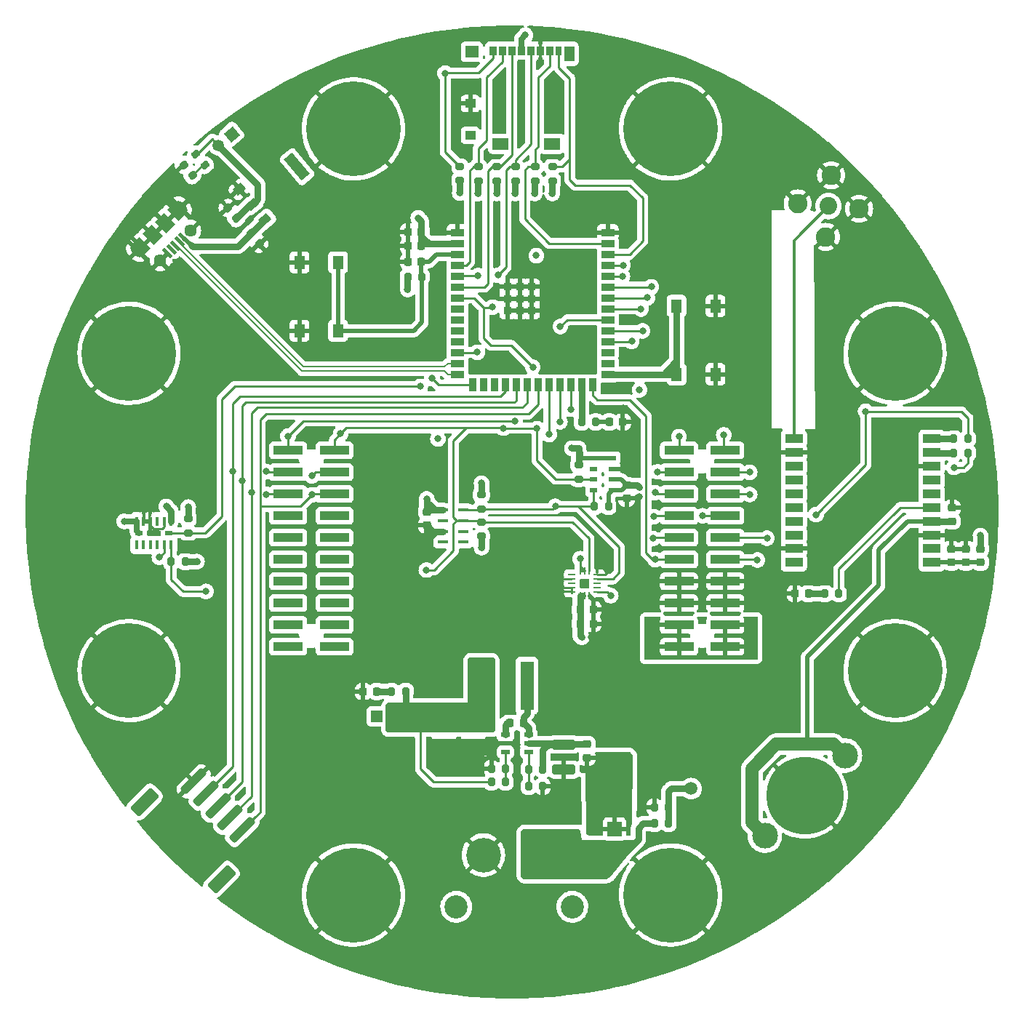
<source format=gbr>
%TF.GenerationSoftware,KiCad,Pcbnew,(6.0.2)*%
%TF.CreationDate,2022-10-10T11:28:08-07:00*%
%TF.ProjectId,AvionicsV0,4176696f-6e69-4637-9356-302e6b696361,rev?*%
%TF.SameCoordinates,Original*%
%TF.FileFunction,Copper,L1,Top*%
%TF.FilePolarity,Positive*%
%FSLAX46Y46*%
G04 Gerber Fmt 4.6, Leading zero omitted, Abs format (unit mm)*
G04 Created by KiCad (PCBNEW (6.0.2)) date 2022-10-10 11:28:08*
%MOMM*%
%LPD*%
G01*
G04 APERTURE LIST*
G04 Aperture macros list*
%AMRoundRect*
0 Rectangle with rounded corners*
0 $1 Rounding radius*
0 $2 $3 $4 $5 $6 $7 $8 $9 X,Y pos of 4 corners*
0 Add a 4 corners polygon primitive as box body*
4,1,4,$2,$3,$4,$5,$6,$7,$8,$9,$2,$3,0*
0 Add four circle primitives for the rounded corners*
1,1,$1+$1,$2,$3*
1,1,$1+$1,$4,$5*
1,1,$1+$1,$6,$7*
1,1,$1+$1,$8,$9*
0 Add four rect primitives between the rounded corners*
20,1,$1+$1,$2,$3,$4,$5,0*
20,1,$1+$1,$4,$5,$6,$7,0*
20,1,$1+$1,$6,$7,$8,$9,0*
20,1,$1+$1,$8,$9,$2,$3,0*%
%AMHorizOval*
0 Thick line with rounded ends*
0 $1 width*
0 $2 $3 position (X,Y) of the first rounded end (center of the circle)*
0 $4 $5 position (X,Y) of the second rounded end (center of the circle)*
0 Add line between two ends*
20,1,$1,$2,$3,$4,$5,0*
0 Add two circle primitives to create the rounded ends*
1,1,$1,$2,$3*
1,1,$1,$4,$5*%
%AMRotRect*
0 Rectangle, with rotation*
0 The origin of the aperture is its center*
0 $1 length*
0 $2 width*
0 $3 Rotation angle, in degrees counterclockwise*
0 Add horizontal line*
21,1,$1,$2,0,0,$3*%
G04 Aperture macros list end*
%TA.AperFunction,SMDPad,CuDef*%
%ADD10RotRect,0.950000X1.250000X130.000000*%
%TD*%
%TA.AperFunction,SMDPad,CuDef*%
%ADD11RotRect,1.250000X3.200000X40.000000*%
%TD*%
%TA.AperFunction,ComponentPad*%
%ADD12C,2.050000*%
%TD*%
%TA.AperFunction,ComponentPad*%
%ADD13C,2.250000*%
%TD*%
%TA.AperFunction,ComponentPad*%
%ADD14R,1.700000X1.700000*%
%TD*%
%TA.AperFunction,ComponentPad*%
%ADD15O,1.700000X1.700000*%
%TD*%
%TA.AperFunction,SMDPad,CuDef*%
%ADD16RoundRect,0.225000X-0.250000X0.225000X-0.250000X-0.225000X0.250000X-0.225000X0.250000X0.225000X0*%
%TD*%
%TA.AperFunction,SMDPad,CuDef*%
%ADD17RoundRect,0.200000X-0.200000X-0.275000X0.200000X-0.275000X0.200000X0.275000X-0.200000X0.275000X0*%
%TD*%
%TA.AperFunction,SMDPad,CuDef*%
%ADD18RoundRect,0.225000X0.250000X-0.225000X0.250000X0.225000X-0.250000X0.225000X-0.250000X-0.225000X0*%
%TD*%
%TA.AperFunction,SMDPad,CuDef*%
%ADD19RoundRect,0.200000X0.200000X0.275000X-0.200000X0.275000X-0.200000X-0.275000X0.200000X-0.275000X0*%
%TD*%
%TA.AperFunction,SMDPad,CuDef*%
%ADD20RoundRect,0.200000X-0.275000X0.200000X-0.275000X-0.200000X0.275000X-0.200000X0.275000X0.200000X0*%
%TD*%
%TA.AperFunction,SMDPad,CuDef*%
%ADD21R,0.830000X0.270000*%
%TD*%
%TA.AperFunction,SMDPad,CuDef*%
%ADD22R,0.270000X0.830000*%
%TD*%
%TA.AperFunction,ComponentPad*%
%ADD23RotRect,1.350000X1.350000X310.000000*%
%TD*%
%TA.AperFunction,ComponentPad*%
%ADD24HorizOval,1.350000X0.000000X0.000000X0.000000X0.000000X0*%
%TD*%
%TA.AperFunction,SMDPad,CuDef*%
%ADD25R,3.400000X1.020000*%
%TD*%
%TA.AperFunction,ComponentPad*%
%ADD26C,0.900000*%
%TD*%
%TA.AperFunction,ComponentPad*%
%ADD27C,11.000000*%
%TD*%
%TA.AperFunction,SMDPad,CuDef*%
%ADD28R,1.300000X1.550000*%
%TD*%
%TA.AperFunction,SMDPad,CuDef*%
%ADD29RoundRect,0.225000X0.225000X0.250000X-0.225000X0.250000X-0.225000X-0.250000X0.225000X-0.250000X0*%
%TD*%
%TA.AperFunction,SMDPad,CuDef*%
%ADD30R,0.449200X1.117800*%
%TD*%
%TA.AperFunction,SMDPad,CuDef*%
%ADD31R,0.813000X0.500000*%
%TD*%
%TA.AperFunction,SMDPad,CuDef*%
%ADD32RoundRect,0.218750X-0.256250X0.218750X-0.256250X-0.218750X0.256250X-0.218750X0.256250X0.218750X0*%
%TD*%
%TA.AperFunction,SMDPad,CuDef*%
%ADD33RoundRect,0.250000X-1.100000X0.325000X-1.100000X-0.325000X1.100000X-0.325000X1.100000X0.325000X0*%
%TD*%
%TA.AperFunction,SMDPad,CuDef*%
%ADD34R,1.500000X0.900000*%
%TD*%
%TA.AperFunction,SMDPad,CuDef*%
%ADD35R,0.900000X1.500000*%
%TD*%
%TA.AperFunction,SMDPad,CuDef*%
%ADD36R,0.900000X0.900000*%
%TD*%
%TA.AperFunction,SMDPad,CuDef*%
%ADD37RotRect,0.400000X1.350000X225.000000*%
%TD*%
%TA.AperFunction,SMDPad,CuDef*%
%ADD38RotRect,1.500000X1.900000X225.000000*%
%TD*%
%TA.AperFunction,ComponentPad*%
%ADD39C,1.450000*%
%TD*%
%TA.AperFunction,ComponentPad*%
%ADD40HorizOval,1.200000X-0.247487X0.247487X0.247487X-0.247487X0*%
%TD*%
%TA.AperFunction,SMDPad,CuDef*%
%ADD41RotRect,1.200000X1.900000X225.000000*%
%TD*%
%TA.AperFunction,SMDPad,CuDef*%
%ADD42RoundRect,0.225000X-0.225000X-0.250000X0.225000X-0.250000X0.225000X0.250000X-0.225000X0.250000X0*%
%TD*%
%TA.AperFunction,SMDPad,CuDef*%
%ADD43RoundRect,0.225000X-0.336138X0.011663X-0.046884X-0.333057X0.336138X-0.011663X0.046884X0.333057X0*%
%TD*%
%TA.AperFunction,ComponentPad*%
%ADD44C,4.050000*%
%TD*%
%TA.AperFunction,ComponentPad*%
%ADD45C,2.700000*%
%TD*%
%TA.AperFunction,SMDPad,CuDef*%
%ADD46R,1.193800X0.457200*%
%TD*%
%TA.AperFunction,ComponentPad*%
%ADD47R,1.350000X1.350000*%
%TD*%
%TA.AperFunction,ComponentPad*%
%ADD48O,1.350000X1.350000*%
%TD*%
%TA.AperFunction,SMDPad,CuDef*%
%ADD49C,1.500000*%
%TD*%
%TA.AperFunction,SMDPad,CuDef*%
%ADD50R,2.032000X1.092200*%
%TD*%
%TA.AperFunction,SMDPad,CuDef*%
%ADD51RoundRect,0.218750X-0.336909X0.002858X-0.055689X-0.332287X0.336909X-0.002858X0.055689X0.332287X0*%
%TD*%
%TA.AperFunction,SMDPad,CuDef*%
%ADD52RoundRect,0.200000X0.275000X-0.200000X0.275000X0.200000X-0.275000X0.200000X-0.275000X-0.200000X0*%
%TD*%
%TA.AperFunction,SMDPad,CuDef*%
%ADD53RoundRect,0.225000X0.336138X-0.011663X0.046884X0.333057X-0.336138X0.011663X-0.046884X-0.333057X0*%
%TD*%
%TA.AperFunction,SMDPad,CuDef*%
%ADD54RoundRect,0.250000X1.100000X-0.325000X1.100000X0.325000X-1.100000X0.325000X-1.100000X-0.325000X0*%
%TD*%
%TA.AperFunction,SMDPad,CuDef*%
%ADD55RoundRect,0.218750X-0.218750X-0.256250X0.218750X-0.256250X0.218750X0.256250X-0.218750X0.256250X0*%
%TD*%
%TA.AperFunction,SMDPad,CuDef*%
%ADD56R,0.998220X0.497840*%
%TD*%
%TA.AperFunction,SMDPad,CuDef*%
%ADD57RoundRect,0.218750X0.218750X0.256250X-0.218750X0.256250X-0.218750X-0.256250X0.218750X-0.256250X0*%
%TD*%
%TA.AperFunction,SMDPad,CuDef*%
%ADD58R,0.950000X0.550000*%
%TD*%
%TA.AperFunction,ComponentPad*%
%ADD59C,3.000000*%
%TD*%
%TA.AperFunction,SMDPad,CuDef*%
%ADD60C,9.000000*%
%TD*%
%TA.AperFunction,SMDPad,CuDef*%
%ADD61RoundRect,0.250000X-1.237437X-0.883883X-0.883883X-1.237437X1.237437X0.883883X0.883883X1.237437X0*%
%TD*%
%TA.AperFunction,SMDPad,CuDef*%
%ADD62RoundRect,0.250001X-1.378857X-0.671751X-0.671751X-1.378857X1.378857X0.671751X0.671751X1.378857X0*%
%TD*%
%TA.AperFunction,SMDPad,CuDef*%
%ADD63RoundRect,0.200000X-0.339220X-0.023558X-0.082105X-0.329975X0.339220X0.023558X0.082105X0.329975X0*%
%TD*%
%TA.AperFunction,SMDPad,CuDef*%
%ADD64R,0.850000X1.100000*%
%TD*%
%TA.AperFunction,SMDPad,CuDef*%
%ADD65R,0.750000X1.100000*%
%TD*%
%TA.AperFunction,SMDPad,CuDef*%
%ADD66R,1.200000X1.000000*%
%TD*%
%TA.AperFunction,SMDPad,CuDef*%
%ADD67R,1.170000X1.800000*%
%TD*%
%TA.AperFunction,SMDPad,CuDef*%
%ADD68R,1.900000X1.350000*%
%TD*%
%TA.AperFunction,SMDPad,CuDef*%
%ADD69R,1.550000X1.350000*%
%TD*%
%TA.AperFunction,SMDPad,CuDef*%
%ADD70R,1.600000X5.700000*%
%TD*%
%TA.AperFunction,ViaPad*%
%ADD71C,0.800000*%
%TD*%
%TA.AperFunction,Conductor*%
%ADD72C,0.250000*%
%TD*%
%TA.AperFunction,Conductor*%
%ADD73C,0.500000*%
%TD*%
%TA.AperFunction,Conductor*%
%ADD74C,0.650000*%
%TD*%
%TA.AperFunction,Conductor*%
%ADD75C,0.750000*%
%TD*%
%TA.AperFunction,Conductor*%
%ADD76C,0.700000*%
%TD*%
%TA.AperFunction,Conductor*%
%ADD77C,0.760000*%
%TD*%
%TA.AperFunction,Conductor*%
%ADD78C,0.200000*%
%TD*%
%TA.AperFunction,Conductor*%
%ADD79C,1.500000*%
%TD*%
%TA.AperFunction,Conductor*%
%ADD80C,0.350000*%
%TD*%
G04 APERTURE END LIST*
D10*
%TO.P,IC2,1,GND*%
%TO.N,GND*%
X119157837Y-45787976D03*
%TO.P,IC2,2,V0*%
%TO.N,Net-(C5-Pad1)*%
X120636249Y-47549878D03*
%TO.P,IC2,3,VI*%
%TO.N,VBUS*%
X122114660Y-49311780D03*
D11*
%TO.P,IC2,4,VI*%
%TO.N,unconnected-(IC2-Pad4)*%
X125845351Y-43178922D03*
%TD*%
D12*
%TO.P,J13,1,In*%
%TO.N,Net-(J13-Pad1)*%
X187706000Y-47752000D03*
D13*
%TO.P,J13,2,Ext*%
%TO.N,GND*%
X188019072Y-44173567D03*
X191284433Y-48065072D03*
X187392928Y-51330433D03*
X184127567Y-47438928D03*
%TD*%
D14*
%TO.P,J4,1,Pin_1*%
%TO.N,VCC*%
X162800000Y-120260000D03*
D15*
%TO.P,J4,2,Pin_2*%
%TO.N,+BATT*%
X162800000Y-122800000D03*
%TD*%
D16*
%TO.P,C11,1*%
%TO.N,+3V3*%
X140952000Y-83349000D03*
%TO.P,C11,2*%
%TO.N,GND*%
X140952000Y-84899000D03*
%TD*%
D17*
%TO.P,R10,1*%
%TO.N,+BATT*%
X167450000Y-119634000D03*
%TO.P,R10,2*%
%TO.N,VBATT*%
X169100000Y-119634000D03*
%TD*%
D18*
%TO.P,C15,1*%
%TO.N,Net-(C14-Pad1)*%
X203693800Y-89228400D03*
%TO.P,C15,2*%
%TO.N,GND*%
X203693800Y-87678400D03*
%TD*%
D19*
%TO.P,R21,1*%
%TO.N,+3V3*%
X112828599Y-89139499D03*
%TO.P,R21,2*%
%TO.N,SDA*%
X111178599Y-89139499D03*
%TD*%
D20*
%TO.P,R5,1*%
%TO.N,DAT1*%
X155575000Y-43181000D03*
%TO.P,R5,2*%
%TO.N,+3V3*%
X155575000Y-44831000D03*
%TD*%
D21*
%TO.P,U3,1,VDD_IO*%
%TO.N,+3V3*%
X160778800Y-92668600D03*
%TO.P,U3,2,NC*%
%TO.N,unconnected-(U3-Pad2)*%
X160778800Y-92168600D03*
%TO.P,U3,3,NC*%
%TO.N,unconnected-(U3-Pad3)*%
X160778800Y-91668600D03*
%TO.P,U3,4,SCL/SPC*%
%TO.N,SCL*%
X160778800Y-91168600D03*
%TO.P,U3,5,GND*%
%TO.N,GND*%
X160778800Y-90668600D03*
D22*
%TO.P,U3,6,SDA/SDI/SDO*%
%TO.N,SDA*%
X159808800Y-90198600D03*
%TO.P,U3,7,SDO/SA0*%
%TO.N,+3V3*%
X159308800Y-90198600D03*
%TO.P,U3,8,CS*%
X158808800Y-90198600D03*
D21*
%TO.P,U3,9,INT2*%
%TO.N,unconnected-(U3-Pad9)*%
X157838800Y-90668600D03*
%TO.P,U3,10,RESERVED*%
%TO.N,GND*%
X157838800Y-91168600D03*
%TO.P,U3,11,INT1*%
%TO.N,unconnected-(U3-Pad11)*%
X157838800Y-91668600D03*
%TO.P,U3,12,GND*%
%TO.N,GND*%
X157838800Y-92168600D03*
%TO.P,U3,13,GND*%
X157838800Y-92668600D03*
D22*
%TO.P,U3,14,VDD*%
%TO.N,+3V3*%
X158808800Y-93138600D03*
%TO.P,U3,15,RESERVED*%
X159308800Y-93138600D03*
%TO.P,U3,16,GND*%
%TO.N,GND*%
X159808800Y-93138600D03*
%TD*%
D23*
%TO.P,J3,1,Pin_1*%
%TO.N,+3V3*%
X118233900Y-39392387D03*
D24*
%TO.P,J3,2,Pin_2*%
%TO.N,Net-(C5-Pad1)*%
X116701811Y-40677962D03*
%TD*%
D25*
%TO.P,J7,1,1*%
%TO.N,SCL*%
X124800000Y-76200000D03*
%TO.P,J7,2,2*%
%TO.N,SPICS*%
X124800000Y-78740000D03*
%TO.P,J7,3,3*%
%TO.N,SPICLK*%
X124800000Y-81280000D03*
%TO.P,J7,4,4*%
%TO.N,4A*%
X124800000Y-83820000D03*
%TO.P,J7,5,5*%
%TO.N,5A*%
X124800000Y-86360000D03*
%TO.P,J7,6,6*%
%TO.N,6A*%
X124800000Y-88900000D03*
%TO.P,J7,7,7*%
%TO.N,7A*%
X124800000Y-91440000D03*
%TO.P,J7,8,8*%
%TO.N,8A*%
X124800000Y-93980000D03*
%TO.P,J7,9,9*%
%TO.N,9A*%
X124800000Y-96520000D03*
%TO.P,J7,10,10*%
%TO.N,10A*%
X124800000Y-99060000D03*
%TO.P,J7,11,11*%
%TO.N,SDA*%
X130200000Y-76200000D03*
%TO.P,J7,12,12*%
%TO.N,SPID*%
X130200000Y-78740000D03*
%TO.P,J7,13,13*%
%TO.N,SPIQ*%
X130200000Y-81280000D03*
%TO.P,J7,14,14*%
%TO.N,14A*%
X130200000Y-83820000D03*
%TO.P,J7,15,15*%
%TO.N,15A*%
X130200000Y-86360000D03*
%TO.P,J7,16,16*%
%TO.N,16A*%
X130200000Y-88900000D03*
%TO.P,J7,17,17*%
%TO.N,17A*%
X130200000Y-91440000D03*
%TO.P,J7,18,18*%
%TO.N,18A*%
X130200000Y-93980000D03*
%TO.P,J7,19,19*%
%TO.N,19A*%
X130200000Y-96520000D03*
%TO.P,J7,20,20*%
%TO.N,20A*%
X130200000Y-99060000D03*
%TD*%
D16*
%TO.P,C17,1*%
%TO.N,+3V3*%
X164211000Y-80237800D03*
%TO.P,C17,2*%
%TO.N,GND*%
X164211000Y-81787800D03*
%TD*%
D17*
%TO.P,R14,1*%
%TO.N,RG3v3*%
X148469090Y-114792722D03*
%TO.P,R14,2*%
%TO.N,Net-(M1-PadFB)*%
X150119090Y-114792722D03*
%TD*%
D26*
%TO.P,H2,1,1*%
%TO.N,GND*%
X166407985Y-125024185D03*
X166407985Y-130877815D03*
X173459800Y-127951000D03*
X172261615Y-125024185D03*
X169334800Y-123826000D03*
X169334800Y-132076000D03*
X172261615Y-130877815D03*
D27*
X169334800Y-127951000D03*
D26*
X165209800Y-127951000D03*
%TD*%
D20*
%TO.P,R7,1*%
%TO.N,CLK*%
X151257000Y-43181000D03*
%TO.P,R7,2*%
%TO.N,+3V3*%
X151257000Y-44831000D03*
%TD*%
D28*
%TO.P,SW1,1,1*%
%TO.N,GND*%
X126112800Y-62255800D03*
X126112800Y-54305800D03*
%TO.P,SW1,2,2*%
%TO.N,EN*%
X130612800Y-54305800D03*
X130612800Y-62255800D03*
%TD*%
D26*
%TO.P,H8,1,1*%
%TO.N,GND*%
X106280000Y-69022000D03*
X103353185Y-67823815D03*
X109206815Y-67823815D03*
D27*
X106280000Y-64897000D03*
D26*
X102155000Y-64897000D03*
X109206815Y-61970185D03*
X106280000Y-60772000D03*
X110405000Y-64897000D03*
X103353185Y-61970185D03*
%TD*%
D20*
%TO.P,R20,1*%
%TO.N,+3V3*%
X113171999Y-84148899D03*
%TO.P,R20,2*%
%TO.N,SCL*%
X113171999Y-85798899D03*
%TD*%
D19*
%TO.P,R15,1*%
%TO.N,Net-(M1-PadFB)*%
X150119090Y-113217920D03*
%TO.P,R15,2*%
%TO.N,GND*%
X148469090Y-113217920D03*
%TD*%
D17*
%TO.P,R2,1*%
%TO.N,Net-(IC1-Pad25)*%
X158979600Y-72872600D03*
%TO.P,R2,2*%
%TO.N,Net-(D1-Pad2)*%
X160629600Y-72872600D03*
%TD*%
D26*
%TO.P,H3,1,1*%
%TO.N,GND*%
X172256815Y-41696815D03*
X172256815Y-35843185D03*
X166403185Y-41696815D03*
X169330000Y-34645000D03*
X173455000Y-38770000D03*
X169330000Y-42895000D03*
D27*
X169330000Y-38770000D03*
D26*
X165205000Y-38770000D03*
X166403185Y-35843185D03*
%TD*%
D29*
%TO.P,C3,1*%
%TO.N,+3V3*%
X140322600Y-50749200D03*
%TO.P,C3,2*%
%TO.N,GND*%
X138772600Y-50749200D03*
%TD*%
D30*
%TO.P,U2,1,VDD_I/O*%
%TO.N,+3V3*%
X111160001Y-84455699D03*
%TO.P,U2,2,GND*%
%TO.N,GND*%
X110360000Y-84455699D03*
%TO.P,U2,3,RESERVED*%
%TO.N,unconnected-(U2-Pad3)*%
X109559999Y-84455699D03*
%TO.P,U2,4,GND*%
%TO.N,GND*%
X108760001Y-84455699D03*
%TO.P,U2,5,GND*%
X107960000Y-84455699D03*
%TO.P,U2,6,VS*%
%TO.N,+3V3*%
X107160001Y-84455699D03*
D31*
%TO.P,U2,7,\u002ACS*%
X107441502Y-85826600D03*
D30*
%TO.P,U2,8,INT1*%
%TO.N,unconnected-(U2-Pad8)*%
X107159999Y-87197501D03*
%TO.P,U2,9,INT2*%
%TO.N,unconnected-(U2-Pad9)*%
X107960000Y-87197501D03*
%TO.P,U2,10,NC*%
%TO.N,unconnected-(U2-Pad10)*%
X108760001Y-87197501D03*
%TO.P,U2,11,RESERVED*%
%TO.N,unconnected-(U2-Pad11)*%
X109559999Y-87197501D03*
%TO.P,U2,12,SDO/ALT_ADDRESS*%
%TO.N,+3V3*%
X110360000Y-87197501D03*
%TO.P,U2,13,SDA/SDI/SDIO*%
%TO.N,SDA*%
X111159999Y-87197501D03*
D31*
%TO.P,U2,14,SCL/SCLK*%
%TO.N,SCL*%
X110878498Y-85826600D03*
%TD*%
D32*
%TO.P,D3,1,K*%
%TO.N,Net-(C8-Pad1)*%
X159606489Y-110398422D03*
%TO.P,D3,2,A*%
%TO.N,VCC*%
X159606489Y-111973422D03*
%TD*%
D17*
%TO.P,R22,1*%
%TO.N,Net-(D6-Pad2)*%
X187272800Y-92872400D03*
%TO.P,R22,2*%
%TO.N,Net-(R22-Pad2)*%
X188922800Y-92872400D03*
%TD*%
D20*
%TO.P,R4,1*%
%TO.N,DAT2*%
X144780000Y-43117000D03*
%TO.P,R4,2*%
%TO.N,+3V3*%
X144780000Y-44767000D03*
%TD*%
D33*
%TO.P,C8,1*%
%TO.N,Net-(C8-Pad1)*%
X156914090Y-110422122D03*
%TO.P,C8,2*%
%TO.N,GND*%
X156914090Y-113372122D03*
%TD*%
D34*
%TO.P,IC1,1,GND_1*%
%TO.N,GND*%
X144512000Y-50824000D03*
%TO.P,IC1,2,3V3*%
%TO.N,+3V3*%
X144512000Y-52094000D03*
%TO.P,IC1,3,EN*%
%TO.N,EN*%
X144512000Y-53364000D03*
%TO.P,IC1,4,IO4*%
%TO.N,DAT3*%
X144512000Y-54634000D03*
%TO.P,IC1,5,IO5*%
%TO.N,CLK*%
X144512000Y-55904000D03*
%TO.P,IC1,6,IO6*%
%TO.N,CMD*%
X144512000Y-57174000D03*
%TO.P,IC1,7,IO7*%
%TO.N,SDA*%
X144512000Y-58444000D03*
%TO.P,IC1,8,IO15*%
%TO.N,VBATT*%
X144512000Y-59714000D03*
%TO.P,IC1,9,IO16*%
%TO.N,unconnected-(IC1-Pad9)*%
X144512000Y-60984000D03*
%TO.P,IC1,10,IO17*%
%TO.N,unconnected-(IC1-Pad10)*%
X144512000Y-62254000D03*
%TO.P,IC1,11,IO18*%
%TO.N,unconnected-(IC1-Pad11)*%
X144512000Y-63524000D03*
%TO.P,IC1,12,IO8*%
%TO.N,SCL*%
X144512000Y-64794000D03*
%TO.P,IC1,13,IO19*%
%TO.N,USB_D-*%
X144512000Y-66064000D03*
%TO.P,IC1,14,IO20*%
%TO.N,USB_D+*%
X144512000Y-67334000D03*
D35*
%TO.P,IC1,15,IO3*%
%TO.N,DAT2*%
X146277000Y-68584000D03*
%TO.P,IC1,16,IO46*%
%TO.N,unconnected-(IC1-Pad16)*%
X147547000Y-68584000D03*
%TO.P,IC1,17,IO9*%
%TO.N,unconnected-(IC1-Pad17)*%
X148817000Y-68584000D03*
%TO.P,IC1,18,IO10*%
%TO.N,SPICS*%
X150087000Y-68584000D03*
%TO.P,IC1,19,IO11*%
%TO.N,SPID*%
X151357000Y-68584000D03*
%TO.P,IC1,20,IO12*%
%TO.N,SPICLK*%
X152627000Y-68584000D03*
%TO.P,IC1,21,IO13*%
%TO.N,SPIQ*%
X153897000Y-68584000D03*
%TO.P,IC1,22,IO14*%
%TO.N,5B*%
X155167000Y-68584000D03*
%TO.P,IC1,23,IO21*%
%TO.N,4B*%
X156437000Y-68584000D03*
%TO.P,IC1,24,IO47*%
%TO.N,14B*%
X157707000Y-68584000D03*
%TO.P,IC1,25,IO48*%
%TO.N,Net-(IC1-Pad25)*%
X158977000Y-68584000D03*
%TO.P,IC1,26,IO45*%
%TO.N,6B*%
X160247000Y-68584000D03*
D34*
%TO.P,IC1,27,IO0*%
%TO.N,BOOT*%
X162012000Y-67334000D03*
%TO.P,IC1,28,IO35*%
%TO.N,unconnected-(IC1-Pad28)*%
X162012000Y-66064000D03*
%TO.P,IC1,29,IO36*%
%TO.N,unconnected-(IC1-Pad29)*%
X162012000Y-64794000D03*
%TO.P,IC1,30,IO37*%
%TO.N,2B*%
X162012000Y-63524000D03*
%TO.P,IC1,31,IO38*%
%TO.N,1B*%
X162012000Y-62254000D03*
%TO.P,IC1,32,IO39*%
%TO.N,3B*%
X162012000Y-60984000D03*
%TO.P,IC1,33,IO40*%
%TO.N,11B*%
X162012000Y-59714000D03*
%TO.P,IC1,34,IO41*%
%TO.N,12B*%
X162012000Y-58444000D03*
%TO.P,IC1,35,IO42*%
%TO.N,13B*%
X162012000Y-57174000D03*
%TO.P,IC1,36,RXD0*%
%TO.N,TX*%
X162012000Y-55904000D03*
%TO.P,IC1,37,TXD0*%
%TO.N,RX*%
X162012000Y-54634000D03*
%TO.P,IC1,38,IO2*%
%TO.N,DAT1*%
X162012000Y-53364000D03*
%TO.P,IC1,39,IO1*%
%TO.N,DAT0*%
X162012000Y-52094000D03*
%TO.P,IC1,40,GND_2*%
%TO.N,GND*%
X162012000Y-50824000D03*
D36*
%TO.P,IC1,41,GND_3*%
X151762000Y-58544000D03*
%TO.P,IC1,42,GND_4*%
X151762000Y-57144000D03*
%TO.P,IC1,43,GND_5*%
X150362000Y-57144000D03*
%TO.P,IC1,44,GND_6*%
X150362000Y-58544000D03*
%TO.P,IC1,45,GND_7*%
X150362000Y-59944000D03*
%TO.P,IC1,46,GND_8*%
X151762000Y-59944000D03*
%TO.P,IC1,47,GND_9*%
X153162000Y-59944000D03*
%TO.P,IC1,48,GND_10*%
X153162000Y-58544000D03*
%TO.P,IC1,49,GND_11*%
X153162000Y-57144000D03*
%TD*%
D19*
%TO.P,R12,1*%
%TO.N,Net-(C8-Pad1)*%
X154437087Y-113319521D03*
%TO.P,R12,2*%
%TO.N,Net-(M1-PadEN)*%
X152787087Y-113319521D03*
%TD*%
D37*
%TO.P,J2,1,VBUS*%
%TO.N,VBUS*%
X112595782Y-51422905D03*
%TO.P,J2,2,D-*%
%TO.N,USB_D-*%
X112136163Y-51882524D03*
%TO.P,J2,3,D+*%
%TO.N,USB_D+*%
X111676544Y-52342144D03*
%TO.P,J2,4,ID*%
%TO.N,unconnected-(J2-Pad4)*%
X111216924Y-52801763D03*
%TO.P,J2,5,GND*%
%TO.N,GND*%
X110757305Y-53261382D03*
D38*
%TO.P,J2,6,Shield*%
X109060249Y-51140062D03*
D39*
X113444311Y-50574377D03*
X109908777Y-54109911D03*
D40*
X112242229Y-47958082D03*
X107292482Y-52907829D03*
D38*
X110474462Y-49725849D03*
D41*
X107716746Y-52483565D03*
X111817965Y-48382346D03*
%TD*%
D42*
%TO.P,C2,1*%
%TO.N,GND*%
X138772600Y-54208200D03*
%TO.P,C2,2*%
%TO.N,EN*%
X140322600Y-54208200D03*
%TD*%
D43*
%TO.P,C4,1*%
%TO.N,VBUS*%
X120456640Y-50968316D03*
%TO.P,C4,2*%
%TO.N,GND*%
X121452960Y-52155684D03*
%TD*%
D44*
%TO.P,J6,1,1*%
%TO.N,+BATT*%
X154730000Y-123317000D03*
%TO.P,J6,2,2*%
%TO.N,GND*%
X147530000Y-123317000D03*
D45*
%TO.P,J6,3,3*%
%TO.N,unconnected-(J6-Pad3)*%
X144380000Y-129317000D03*
%TO.P,J6,4,4*%
%TO.N,unconnected-(J6-Pad4)*%
X157880000Y-129317000D03*
%TD*%
D46*
%TO.P,U1,1,VDD*%
%TO.N,+3V3*%
X142793500Y-83125000D03*
%TO.P,U1,2,NC*%
%TO.N,unconnected-(U1-Pad2)*%
X142793500Y-84375000D03*
%TO.P,U1,3,GND*%
%TO.N,GND*%
X142793500Y-85625000D03*
%TO.P,U1,4,NC*%
%TO.N,unconnected-(U1-Pad4)*%
X142793500Y-86875000D03*
%TO.P,U1,5,NC*%
%TO.N,unconnected-(U1-Pad5)*%
X145206500Y-86875000D03*
%TO.P,U1,6,NC*%
%TO.N,unconnected-(U1-Pad6)*%
X145206500Y-85625000D03*
%TO.P,U1,7,SDA*%
%TO.N,SDA*%
X145206500Y-84375000D03*
%TO.P,U1,8,SCL*%
%TO.N,SCL*%
X145206500Y-83125000D03*
%TD*%
D27*
%TO.P,H1,1,1*%
%TO.N,GND*%
X106280000Y-101833600D03*
D26*
X102155000Y-101833600D03*
X103353185Y-98906785D03*
X103353185Y-104760415D03*
X106280000Y-97708600D03*
X109206815Y-98906785D03*
X110405000Y-101833600D03*
X109206815Y-104760415D03*
X106280000Y-105958600D03*
%TD*%
D47*
%TO.P,J5,1,Pin_1*%
%TO.N,+3V3*%
X135144000Y-107162600D03*
D48*
%TO.P,J5,2,Pin_2*%
%TO.N,RG3v3*%
X137144000Y-107162600D03*
%TD*%
D20*
%TO.P,R18,1*%
%TO.N,+3V3*%
X147302000Y-81344000D03*
%TO.P,R18,2*%
%TO.N,SCL*%
X147302000Y-82994000D03*
%TD*%
D49*
%TO.P,TP1,1,1*%
%TO.N,VBATT*%
X171704000Y-115570000D03*
%TD*%
D19*
%TO.P,R23,1*%
%TO.N,TX*%
X203948800Y-76479400D03*
%TO.P,R23,2*%
%TO.N,Net-(R23-Pad2)*%
X202298800Y-76479400D03*
%TD*%
D50*
%TO.P,U4,1,VCC*%
%TO.N,Net-(C14-Pad1)*%
X199707500Y-89236801D03*
%TO.P,U4,2,NRESET*%
%TO.N,NRESET*%
X199707500Y-87636601D03*
%TO.P,U4,3,GND*%
%TO.N,GND*%
X199707500Y-86036401D03*
%TO.P,U4,4,VBACKUP*%
%TO.N,Net-(BT1-Pad1)*%
X199707500Y-84436201D03*
%TO.P,U4,5,3D-FIX*%
%TO.N,Net-(R22-Pad2)*%
X199707500Y-82836001D03*
%TO.P,U4,6,NC*%
%TO.N,unconnected-(U4-Pad6)*%
X199707500Y-81235801D03*
%TO.P,U4,7,NC*%
%TO.N,unconnected-(U4-Pad7)*%
X199707500Y-79635601D03*
%TO.P,U4,8,GND*%
%TO.N,GND*%
X199707500Y-78035401D03*
%TO.P,U4,9,TX*%
%TO.N,Net-(R23-Pad2)*%
X199707500Y-76435201D03*
%TO.P,U4,10,RX*%
%TO.N,Net-(R24-Pad2)*%
X199707500Y-74835001D03*
%TO.P,U4,11,EX_ANT*%
%TO.N,Net-(J13-Pad1)*%
X183680100Y-74835001D03*
%TO.P,U4,12,GND*%
%TO.N,GND*%
X183680100Y-76435201D03*
%TO.P,U4,13,1PPS*%
%TO.N,unconnected-(U4-Pad13)*%
X183680100Y-78035401D03*
%TO.P,U4,14,RTCM*%
%TO.N,unconnected-(U4-Pad14)*%
X183680100Y-79635601D03*
%TO.P,U4,15,NC*%
%TO.N,unconnected-(U4-Pad15)*%
X183680100Y-81235801D03*
%TO.P,U4,16,NC*%
%TO.N,unconnected-(U4-Pad16)*%
X183680100Y-82836001D03*
%TO.P,U4,17,NC*%
%TO.N,unconnected-(U4-Pad17)*%
X183680100Y-84436201D03*
%TO.P,U4,18,NC*%
%TO.N,unconnected-(U4-Pad18)*%
X183680100Y-86036401D03*
%TO.P,U4,19,GND*%
%TO.N,GND*%
X183680100Y-87636601D03*
%TO.P,U4,20,NC*%
%TO.N,unconnected-(U4-Pad20)*%
X183680100Y-89236801D03*
%TD*%
D51*
%TO.P,D2,1,K*%
%TO.N,GND*%
X112649510Y-42961067D03*
%TO.P,D2,2,A*%
%TO.N,Net-(D2-Pad2)*%
X113661900Y-44167587D03*
%TD*%
D52*
%TO.P,R19,1*%
%TO.N,+3V3*%
X147302000Y-86169000D03*
%TO.P,R19,2*%
%TO.N,SDA*%
X147302000Y-84519000D03*
%TD*%
D17*
%TO.P,R13,1*%
%TO.N,Net-(M1-PadEN)*%
X152787091Y-115300719D03*
%TO.P,R13,2*%
%TO.N,GND*%
X154437091Y-115300719D03*
%TD*%
D19*
%TO.P,R11,1*%
%TO.N,VBATT*%
X169100000Y-117729000D03*
%TO.P,R11,2*%
%TO.N,GND*%
X167450000Y-117729000D03*
%TD*%
D53*
%TO.P,C5,1*%
%TO.N,Net-(C5-Pad1)*%
X118760560Y-49158484D03*
%TO.P,C5,2*%
%TO.N,GND*%
X117764240Y-47971116D03*
%TD*%
D25*
%TO.P,J8,1,1*%
%TO.N,1B*%
X170300000Y-76200000D03*
%TO.P,J8,2,2*%
%TO.N,2B*%
X170300000Y-78740000D03*
%TO.P,J8,3,3*%
%TO.N,3B*%
X170300000Y-81280000D03*
%TO.P,J8,4,4*%
%TO.N,4B*%
X170300000Y-83820000D03*
%TO.P,J8,5,5*%
%TO.N,5B*%
X170300000Y-86360000D03*
%TO.P,J8,6,6*%
%TO.N,6B*%
X170300000Y-88900000D03*
%TO.P,J8,7,7*%
%TO.N,GND*%
X170300000Y-91440000D03*
%TO.P,J8,8,8*%
X170300000Y-93980000D03*
%TO.P,J8,9,9*%
%TO.N,+3V3*%
X170300000Y-96520000D03*
%TO.P,J8,10,10*%
X170300000Y-99060000D03*
%TO.P,J8,11,11*%
%TO.N,11B*%
X175700000Y-76200000D03*
%TO.P,J8,12,12*%
%TO.N,12B*%
X175700000Y-78740000D03*
%TO.P,J8,13,13*%
%TO.N,13B*%
X175700000Y-81280000D03*
%TO.P,J8,14,14*%
%TO.N,14B*%
X175700000Y-83820000D03*
%TO.P,J8,15,15*%
%TO.N,RX*%
X175700000Y-86360000D03*
%TO.P,J8,16,16*%
%TO.N,TX*%
X175700000Y-88900000D03*
%TO.P,J8,17,17*%
%TO.N,GND*%
X175700000Y-91440000D03*
%TO.P,J8,18,18*%
X175700000Y-93980000D03*
%TO.P,J8,19,19*%
%TO.N,+3V3*%
X175700000Y-96520000D03*
%TO.P,J8,20,20*%
X175700000Y-99060000D03*
%TD*%
D26*
%TO.P,H6,1,1*%
%TO.N,GND*%
X195453000Y-97708600D03*
X191328000Y-101833600D03*
X198379815Y-104760415D03*
X195453000Y-105958600D03*
X192526185Y-104760415D03*
X192526185Y-98906785D03*
X198379815Y-98906785D03*
X199578000Y-101833600D03*
D27*
X195453000Y-101833600D03*
%TD*%
D20*
%TO.P,R9,1*%
%TO.N,DAT3*%
X146939000Y-43181000D03*
%TO.P,R9,2*%
%TO.N,+3V3*%
X146939000Y-44831000D03*
%TD*%
D54*
%TO.P,C10,1*%
%TO.N,GND*%
X146347690Y-110781320D03*
%TO.P,C10,2*%
%TO.N,RG3v3*%
X146347690Y-107831320D03*
%TD*%
D55*
%TO.P,D4,1,K*%
%TO.N,GND*%
X133550807Y-104270956D03*
%TO.P,D4,2,A*%
%TO.N,Net-(D4-Pad2)*%
X135125807Y-104270956D03*
%TD*%
D19*
%TO.P,R16,1*%
%TO.N,RG3v3*%
X138493000Y-104241600D03*
%TO.P,R16,2*%
%TO.N,Net-(D4-Pad2)*%
X136843000Y-104241600D03*
%TD*%
D42*
%TO.P,C12,1*%
%TO.N,+3V3*%
X158787801Y-94716600D03*
%TO.P,C12,2*%
%TO.N,GND*%
X160337801Y-94716600D03*
%TD*%
D20*
%TO.P,R8,1*%
%TO.N,CMD*%
X149098000Y-43181000D03*
%TO.P,R8,2*%
%TO.N,+3V3*%
X149098000Y-44831000D03*
%TD*%
D18*
%TO.P,C14,1*%
%TO.N,Net-(C14-Pad1)*%
X201993800Y-89228400D03*
%TO.P,C14,2*%
%TO.N,GND*%
X201993800Y-87678400D03*
%TD*%
D56*
%TO.P,M1,BST,BST*%
%TO.N,Net-(C9-Pad1)*%
X150100000Y-109299240D03*
%TO.P,M1,EN,EN*%
%TO.N,Net-(M1-PadEN)*%
X152800020Y-111300760D03*
%TO.P,M1,FB,FB*%
%TO.N,Net-(M1-PadFB)*%
X150100000Y-111300760D03*
%TO.P,M1,GND,GND*%
%TO.N,GND*%
X150100000Y-110300000D03*
%TO.P,M1,SW,SW*%
%TO.N,Net-(C9-Pad2)*%
X152800020Y-109299240D03*
%TO.P,M1,VIN,VIN*%
%TO.N,Net-(C8-Pad1)*%
X152800020Y-110300000D03*
%TD*%
D17*
%TO.P,R1,1*%
%TO.N,+3V3*%
X138722600Y-55981600D03*
%TO.P,R1,2*%
%TO.N,EN*%
X140372600Y-55981600D03*
%TD*%
D42*
%TO.P,C9,1*%
%TO.N,Net-(C9-Pad1)*%
X150652693Y-107934720D03*
%TO.P,C9,2*%
%TO.N,Net-(C9-Pad2)*%
X152202693Y-107934720D03*
%TD*%
D27*
%TO.P,H5,1,1*%
%TO.N,GND*%
X132398000Y-127951700D03*
D26*
X128273000Y-127951700D03*
X129471185Y-130878515D03*
X132398000Y-123826700D03*
X136523000Y-127951700D03*
X135324815Y-130878515D03*
X132398000Y-132076700D03*
X129471185Y-125024885D03*
X135324815Y-125024885D03*
%TD*%
D33*
%TO.P,C6,1*%
%TO.N,RG3v3*%
X142944089Y-107831322D03*
%TO.P,C6,2*%
%TO.N,GND*%
X142944089Y-110781322D03*
%TD*%
D57*
%TO.P,D1,1,K*%
%TO.N,GND*%
X163767100Y-72872600D03*
%TO.P,D1,2,A*%
%TO.N,Net-(D1-Pad2)*%
X162192100Y-72872600D03*
%TD*%
D58*
%TO.P,U7,1,VDD*%
%TO.N,+3V3*%
X162527600Y-80839200D03*
%TO.P,U7,2,PS*%
X162527600Y-79589200D03*
%TO.P,U7,3,GND*%
%TO.N,GND*%
X162527600Y-78339200D03*
%TO.P,U7,4,CSB*%
%TO.N,+3V3*%
X162527600Y-77089200D03*
%TO.P,U7,5,CSB*%
X160377600Y-77089200D03*
%TO.P,U7,6,SDO*%
%TO.N,unconnected-(U7-Pad6)*%
X160377600Y-78339200D03*
%TO.P,U7,7,SDI/SDA*%
%TO.N,SDA*%
X160377600Y-79589200D03*
%TO.P,U7,8,SCLK*%
%TO.N,SCL*%
X160377600Y-80839200D03*
%TD*%
D18*
%TO.P,C16,1*%
%TO.N,Net-(BT1-Pad1)*%
X202093800Y-84428400D03*
%TO.P,C16,2*%
%TO.N,GND*%
X202093800Y-82878400D03*
%TD*%
D20*
%TO.P,R26,1*%
%TO.N,+3V3*%
X158648400Y-77889600D03*
%TO.P,R26,2*%
%TO.N,SDA*%
X158648400Y-79539600D03*
%TD*%
D59*
%TO.P,BT1,1,+*%
%TO.N,Net-(BT1-Pad1)*%
X180295895Y-121049705D03*
X189629705Y-111715895D03*
D60*
%TO.P,BT1,2,-*%
%TO.N,GND*%
X184962800Y-116382800D03*
%TD*%
D29*
%TO.P,C1,1*%
%TO.N,+3V3*%
X140322600Y-52400200D03*
%TO.P,C1,2*%
%TO.N,GND*%
X138772600Y-52400200D03*
%TD*%
D61*
%TO.P,J14,1,Pin_1*%
%TO.N,GND*%
X113796827Y-114716319D03*
%TO.P,J14,2,Pin_2*%
%TO.N,SPICS*%
X115211041Y-116130532D03*
%TO.P,J14,3,Pin_3*%
%TO.N,SPID*%
X116625254Y-117544746D03*
%TO.P,J14,4,Pin_4*%
%TO.N,SPICLK*%
X118039468Y-118958959D03*
%TO.P,J14,5,Pin_5*%
%TO.N,SPIQ*%
X119453681Y-120373173D03*
D62*
%TO.P,J14,MP*%
%TO.N,N/C*%
X117049518Y-126100738D03*
X108069262Y-117120482D03*
%TD*%
D19*
%TO.P,R24,1*%
%TO.N,RX*%
X203948800Y-74828399D03*
%TO.P,R24,2*%
%TO.N,Net-(R24-Pad2)*%
X202298800Y-74828399D03*
%TD*%
D63*
%TO.P,R3,1*%
%TO.N,Net-(C5-Pad1)*%
X114074500Y-41735213D03*
%TO.P,R3,2*%
%TO.N,Net-(D2-Pad2)*%
X115135100Y-42999187D03*
%TD*%
D19*
%TO.P,R27,1*%
%TO.N,+3V3*%
X162089600Y-82714600D03*
%TO.P,R27,2*%
%TO.N,SCL*%
X160439600Y-82714600D03*
%TD*%
D20*
%TO.P,R6,1*%
%TO.N,DAT0*%
X153543000Y-43181000D03*
%TO.P,R6,2*%
%TO.N,+3V3*%
X153543000Y-44831000D03*
%TD*%
D42*
%TO.P,C13,1*%
%TO.N,+3V3*%
X158787800Y-96367600D03*
%TO.P,C13,2*%
%TO.N,GND*%
X160337800Y-96367600D03*
%TD*%
D64*
%TO.P,J1,1,DAT2*%
%TO.N,DAT2*%
X148660000Y-29665500D03*
%TO.P,J1,2,DAT3/CD*%
%TO.N,DAT3*%
X149760000Y-29665500D03*
%TO.P,J1,3,CMD*%
%TO.N,CMD*%
X150860000Y-29665500D03*
%TO.P,J1,4,VDD*%
%TO.N,+3V3*%
X151960000Y-29665500D03*
%TO.P,J1,5,CLK*%
%TO.N,CLK*%
X153060000Y-29665500D03*
%TO.P,J1,6,VSS*%
%TO.N,GND*%
X154160000Y-29665500D03*
%TO.P,J1,7,DAT0*%
%TO.N,DAT0*%
X155260000Y-29665500D03*
D65*
%TO.P,J1,8,DAT1*%
%TO.N,DAT1*%
X156310000Y-29665500D03*
D66*
%TO.P,J1,9,SHIELD*%
%TO.N,GND*%
X146025000Y-35815500D03*
%TO.P,J1,10*%
%TO.N,N/C*%
X146025000Y-39515500D03*
D67*
%TO.P,J1,11*%
X157520000Y-30015500D03*
D68*
X155495000Y-40490500D03*
X149525000Y-40490500D03*
D69*
X146200000Y-29790500D03*
%TD*%
D32*
%TO.P,FB1,1*%
%TO.N,+3V3*%
X205393800Y-87665900D03*
%TO.P,FB1,2*%
%TO.N,Net-(C14-Pad1)*%
X205393800Y-89240900D03*
%TD*%
D28*
%TO.P,SW2,1,1*%
%TO.N,BOOT*%
X170038200Y-67322600D03*
X170038200Y-59372600D03*
%TO.P,SW2,2,2*%
%TO.N,GND*%
X174538200Y-67322600D03*
X174538200Y-59372600D03*
%TD*%
D26*
%TO.P,H7,1,1*%
%TO.N,GND*%
X135324815Y-35843185D03*
X136523000Y-38770000D03*
X129471185Y-41696815D03*
X135324815Y-41696815D03*
X129471185Y-35843185D03*
X128273000Y-38770000D03*
D27*
X132398000Y-38770000D03*
D26*
X132398000Y-42895000D03*
X132398000Y-34645000D03*
%TD*%
D55*
%TO.P,D6,1,K*%
%TO.N,GND*%
X183794300Y-92862400D03*
%TO.P,D6,2,A*%
%TO.N,Net-(D6-Pad2)*%
X185369300Y-92862400D03*
%TD*%
D26*
%TO.P,H4,1,1*%
%TO.N,GND*%
X195453000Y-69022000D03*
X195453000Y-60772000D03*
X191328000Y-64897000D03*
X199578000Y-64897000D03*
X192526185Y-67823815D03*
D27*
X195453000Y-64897000D03*
D26*
X198379815Y-61970185D03*
X192526185Y-61970185D03*
X198379815Y-67823815D03*
%TD*%
D70*
%TO.P,L1,1,1*%
%TO.N,Net-(C9-Pad2)*%
X152609289Y-103565919D03*
%TO.P,L1,2,2*%
%TO.N,RG3v3*%
X147909289Y-103565919D03*
%TD*%
D71*
%TO.N,SPICS*%
X118338600Y-78663800D03*
X122263500Y-78663800D03*
%TO.N,SPID*%
X127568979Y-79156578D03*
X119430800Y-79756000D03*
%TO.N,SPICLK*%
X120548400Y-81051400D03*
X122275600Y-81305400D03*
%TO.N,+3V3*%
X165709600Y-69138800D03*
X149098000Y-46278800D03*
X167182800Y-96596200D03*
X158800800Y-88798400D03*
X109819199Y-88631499D03*
X139954000Y-49123600D03*
X110617000Y-82713299D03*
X151231600Y-46278800D03*
X144780000Y-46228000D03*
X178917600Y-99110800D03*
X152425400Y-27863800D03*
X140944600Y-81838800D03*
X147320000Y-87503000D03*
X153695400Y-53517800D03*
X167182800Y-99110800D03*
X142240000Y-74853800D03*
X105714800Y-84455000D03*
X113171999Y-82789499D03*
X205406000Y-86103600D03*
X178917600Y-96570800D03*
X146913600Y-46278800D03*
X155549600Y-46278800D03*
X162356800Y-93091000D03*
X157835600Y-75946000D03*
X147320000Y-80010000D03*
X158978600Y-97942400D03*
X114187999Y-89139499D03*
X138709400Y-57454800D03*
X165684200Y-80467200D03*
X153517600Y-46278800D03*
%TO.N,GND*%
X155872691Y-114868920D03*
X134137400Y-76555600D03*
X180340000Y-70104000D03*
X157530800Y-59258200D03*
X186690000Y-56388000D03*
X158419800Y-64516000D03*
X154863800Y-65354200D03*
X159766000Y-62992000D03*
X155905200Y-116509800D03*
X158394400Y-62992000D03*
X176504600Y-67310000D03*
X132156200Y-104216200D03*
X186690000Y-54610000D03*
X157632400Y-57861200D03*
X150647400Y-81356200D03*
X144442690Y-112328918D03*
X176504600Y-59385200D03*
X180340000Y-68580000D03*
X151688800Y-62382400D03*
X165658800Y-81584800D03*
X153720800Y-27889200D03*
X153314400Y-62357000D03*
X154660600Y-63931800D03*
X180340000Y-54356000D03*
X153187400Y-63957200D03*
X159766000Y-66090800D03*
X180340000Y-61468000D03*
X180340000Y-56388000D03*
X144297400Y-35814000D03*
X180340000Y-58166000D03*
X180340000Y-67056000D03*
X155702000Y-57861200D03*
X116865400Y-46990000D03*
X137033000Y-82829400D03*
X158750000Y-48793400D03*
X155676600Y-59334400D03*
X146982688Y-113598921D03*
X140944600Y-86309200D03*
X158445200Y-66116200D03*
X186690000Y-58166000D03*
X180340000Y-50546000D03*
X151427689Y-110423921D03*
X143172691Y-112328920D03*
X163779200Y-71272400D03*
X137287000Y-52374800D03*
X186690000Y-70104000D03*
X148887689Y-110423920D03*
X108026200Y-82727800D03*
X186690000Y-63246000D03*
X162306000Y-90043000D03*
X137261600Y-50774600D03*
X155981400Y-91160600D03*
X167005000Y-91313000D03*
X186690000Y-71628000D03*
X178816000Y-93954600D03*
X163906200Y-78333600D03*
X111582200Y-43815000D03*
X180340000Y-73152000D03*
X141902687Y-112328920D03*
X186690000Y-73152000D03*
X145712689Y-112328919D03*
X146982690Y-112328921D03*
X180340000Y-63246000D03*
X115900200Y-112445800D03*
X180340000Y-59944000D03*
X135305800Y-87503000D03*
X157142690Y-114868919D03*
X186690000Y-61468000D03*
X134772400Y-84175600D03*
X180340000Y-52324000D03*
X158412689Y-114868921D03*
X156032200Y-92151200D03*
X138176000Y-49276000D03*
X137287000Y-54178200D03*
X167030400Y-93853000D03*
X141960600Y-79248000D03*
X160121600Y-97917000D03*
X134620000Y-81356200D03*
X159359600Y-59258200D03*
X159156400Y-57886600D03*
X180340000Y-49022000D03*
X180340000Y-71628000D03*
X109296200Y-82727800D03*
X186690000Y-59944000D03*
X137363200Y-87071200D03*
X178866800Y-91440000D03*
X150495000Y-79578200D03*
X159740600Y-64516000D03*
%TO.N,CLK*%
X146913600Y-55829200D03*
X149225000Y-55803800D03*
%TO.N,DAT2*%
X143078200Y-32283400D03*
X141554200Y-67818000D03*
%TO.N,SDA*%
X149860000Y-73609200D03*
X148615400Y-59512200D03*
X153289000Y-66497200D03*
X140893800Y-90119200D03*
X153771600Y-73660000D03*
X130911600Y-74244200D03*
X115239800Y-92608400D03*
%TO.N,SCL*%
X146837400Y-64770000D03*
X140182600Y-68757800D03*
X151180800Y-72745600D03*
X124790200Y-74523600D03*
X155905200Y-82702400D03*
%TO.N,TX*%
X163728400Y-55930800D03*
X179425600Y-88950800D03*
X202311000Y-78181200D03*
%TO.N,RX*%
X186258200Y-83667600D03*
X180543200Y-86410800D03*
X192036700Y-71640700D03*
X163779200Y-54635400D03*
%TO.N,SPIQ*%
X127609600Y-81356200D03*
%TO.N,1B*%
X170300000Y-74592800D03*
X166065200Y-62280800D03*
%TO.N,2B*%
X164795200Y-63500000D03*
X167792400Y-78689200D03*
%TO.N,3B*%
X167513000Y-81102200D03*
X156489400Y-61772800D03*
%TO.N,4B*%
X156438600Y-72872600D03*
X167386000Y-83896200D03*
%TO.N,5B*%
X155194000Y-74345800D03*
X167284400Y-86436200D03*
%TO.N,6B*%
X167538400Y-88900000D03*
%TO.N,11B*%
X165887400Y-59740800D03*
X175514000Y-74371200D03*
%TO.N,12B*%
X166624000Y-58420000D03*
X178536600Y-78740000D03*
%TO.N,13B*%
X167081200Y-57150000D03*
X178536600Y-81330800D03*
%TO.N,14B*%
X157708600Y-71399400D03*
X173050200Y-83794600D03*
%TD*%
D72*
%TO.N,SPICS*%
X122263500Y-78663800D02*
X122339700Y-78740000D01*
X118338600Y-112445800D02*
X118338600Y-113002973D01*
X118338600Y-78663800D02*
X118338600Y-112545773D01*
X150087000Y-69318200D02*
X149504400Y-69900800D01*
X118338600Y-113002973D02*
X115211041Y-116130532D01*
X149453600Y-69926200D02*
X119202200Y-69926200D01*
X119202200Y-69926200D02*
X118338600Y-70789800D01*
X150087000Y-68584000D02*
X150087000Y-69318200D01*
X118338600Y-70789800D02*
X118338600Y-78663800D01*
X122339700Y-78740000D02*
X124800000Y-78740000D01*
%TO.N,SPID*%
X151104600Y-70586600D02*
X119862600Y-70586600D01*
X119430800Y-114739200D02*
X116625254Y-117544746D01*
X151357000Y-68584000D02*
X151357000Y-70385000D01*
X119430800Y-71018400D02*
X119430800Y-79756000D01*
X127985557Y-78740000D02*
X130200000Y-78740000D01*
X119862600Y-70586600D02*
X119430800Y-71018400D01*
X151357000Y-70385000D02*
X151155400Y-70586600D01*
X127568979Y-79156578D02*
X127985557Y-78740000D01*
X119430800Y-79756000D02*
X119430800Y-114688400D01*
%TO.N,SPICLK*%
X152627000Y-70639000D02*
X152627000Y-68584000D01*
X118039468Y-118958959D02*
X118039468Y-118942532D01*
X122275600Y-81305400D02*
X122301000Y-81280000D01*
X122301000Y-81280000D02*
X124800000Y-81280000D01*
X121208800Y-71196200D02*
X152069800Y-71196200D01*
X152146000Y-71120000D02*
X152627000Y-70639000D01*
X120548400Y-116433600D02*
X120548400Y-81051400D01*
X120548400Y-81051400D02*
X120548400Y-71856600D01*
X120548400Y-71856600D02*
X121208800Y-71196200D01*
X152069800Y-71196200D02*
X152196800Y-71069200D01*
X118039468Y-118942532D02*
X120548400Y-116433600D01*
%TO.N,+3V3*%
X159308800Y-90170000D02*
X159308800Y-90198600D01*
D73*
X160377600Y-77089200D02*
X159029600Y-77089200D01*
D72*
X158808800Y-90111200D02*
X159029400Y-89890600D01*
D74*
X107160001Y-85545099D02*
X107441502Y-85826600D01*
D75*
X158787801Y-94716600D02*
X158787801Y-93159599D01*
X141900600Y-83125000D02*
X141176000Y-83125000D01*
D73*
X162089600Y-82714600D02*
X162089600Y-81277200D01*
X162089600Y-81277200D02*
X162527600Y-80839200D01*
D75*
X155549600Y-46278800D02*
X155549600Y-44856400D01*
X140322600Y-51242000D02*
X141174600Y-52094000D01*
X140322600Y-49492200D02*
X139954000Y-49123600D01*
X158787800Y-96367600D02*
X158787801Y-94716600D01*
X158648400Y-77889600D02*
X158648400Y-76454000D01*
X138709400Y-55994800D02*
X138722600Y-55981600D01*
X140944600Y-82397600D02*
X141173200Y-82397600D01*
D72*
X161934400Y-92668600D02*
X162356800Y-93091000D01*
D75*
X140944600Y-81838800D02*
X140944600Y-82397600D01*
D72*
X158808800Y-90198600D02*
X158899200Y-90198600D01*
D76*
X151960000Y-29665500D02*
X151960000Y-28329200D01*
D74*
X107160001Y-84455699D02*
X107160001Y-85545099D01*
D75*
X147320000Y-86187000D02*
X147302000Y-86169000D01*
X140944600Y-82397600D02*
X140944600Y-83341600D01*
X146913600Y-44856400D02*
X146939000Y-44831000D01*
X158699200Y-76403200D02*
X158699200Y-76758800D01*
X141173200Y-82397600D02*
X141900600Y-83125000D01*
D73*
X163562400Y-79589200D02*
X164211000Y-80237800D01*
X162527600Y-77089200D02*
X160377600Y-77089200D01*
D75*
X165454800Y-80237800D02*
X165684200Y-80467200D01*
X111160001Y-83256300D02*
X110617000Y-82713299D01*
X158648400Y-75946000D02*
X158648400Y-76708000D01*
X111160001Y-84455699D02*
X111160001Y-83256300D01*
X141174600Y-52094000D02*
X144512000Y-52094000D01*
X114187999Y-89139499D02*
X112828599Y-89139499D01*
X205406000Y-86103600D02*
X205406000Y-87653700D01*
X147320000Y-87503000D02*
X147320000Y-86187000D01*
D72*
X158808800Y-90198600D02*
X158808800Y-89670000D01*
D73*
X162527600Y-80839200D02*
X163609600Y-80839200D01*
D75*
X158787800Y-96367600D02*
X158787800Y-97751600D01*
D76*
X151960000Y-28329200D02*
X152425400Y-27863800D01*
D75*
X164211000Y-80237800D02*
X165454800Y-80237800D01*
X140322600Y-50749200D02*
X140322600Y-51242000D01*
X158787800Y-97751600D02*
X158978600Y-97942400D01*
D72*
X158808800Y-90198600D02*
X158808800Y-90111200D01*
D75*
X147320000Y-81326000D02*
X147302000Y-81344000D01*
D72*
X110360000Y-87197500D02*
X110360000Y-88090698D01*
D75*
X149098000Y-46278800D02*
X149098000Y-44831000D01*
X158648400Y-76454000D02*
X158699200Y-76403200D01*
X158808800Y-93138600D02*
X159099289Y-93138600D01*
X144780000Y-46228000D02*
X144780000Y-44805600D01*
D72*
X158899200Y-90198600D02*
X159042100Y-90055700D01*
D73*
X162527600Y-79589200D02*
X163562400Y-79589200D01*
D72*
X159308800Y-90198600D02*
X158808800Y-90198600D01*
D75*
X140322600Y-50749200D02*
X140322600Y-52400200D01*
X147320000Y-80010000D02*
X147320000Y-81326000D01*
X153517600Y-46278800D02*
X153517600Y-44856400D01*
X153517600Y-44856400D02*
X153543000Y-44831000D01*
D72*
X110360000Y-88090698D02*
X109819199Y-88631499D01*
D75*
X138709400Y-57454800D02*
X138709400Y-55994800D01*
D73*
X163609600Y-80839200D02*
X164211000Y-80237800D01*
D72*
X160778800Y-92668600D02*
X161934400Y-92668600D01*
X158808800Y-89670000D02*
X158808800Y-88806400D01*
D75*
X158648400Y-75946000D02*
X157835600Y-75946000D01*
D72*
X158808800Y-89670000D02*
X159029400Y-89890600D01*
D75*
X113171999Y-82789499D02*
X113171999Y-84148899D01*
X140322600Y-50749200D02*
X140322600Y-49492200D01*
X142793500Y-83125000D02*
X141900600Y-83125000D01*
D72*
X159042100Y-90055700D02*
X159194500Y-90055700D01*
D75*
X151231600Y-46278800D02*
X151231600Y-44856400D01*
X155549600Y-44856400D02*
X155575000Y-44831000D01*
D72*
X159194500Y-90055700D02*
X159308800Y-90170000D01*
D75*
X140628800Y-52094000D02*
X141174600Y-52094000D01*
D72*
X159029400Y-89890600D02*
X159194500Y-90055700D01*
D74*
X105714800Y-84455000D02*
X107159302Y-84455000D01*
D75*
X140944600Y-83341600D02*
X140952000Y-83349000D01*
X151231600Y-44856400D02*
X151257000Y-44831000D01*
D73*
X159029600Y-77089200D02*
X158699200Y-76758800D01*
D75*
X158648400Y-76708000D02*
X158699200Y-76758800D01*
X141176000Y-83125000D02*
X140952000Y-83349000D01*
D72*
X158808800Y-88806400D02*
X158800800Y-88798400D01*
D75*
X140322600Y-52400200D02*
X140628800Y-52094000D01*
X205406000Y-87653700D02*
X205393800Y-87665900D01*
X146913600Y-46278800D02*
X146913600Y-44856400D01*
X158787801Y-93159599D02*
X158808800Y-93138600D01*
D72*
%TO.N,GND*%
X156032200Y-91059000D02*
X156141800Y-91168600D01*
D75*
X140944600Y-86309200D02*
X140944600Y-84906400D01*
D73*
X160337801Y-93586601D02*
X159923809Y-93172609D01*
D75*
X141328800Y-86309200D02*
X142013000Y-85625000D01*
D72*
X108760001Y-84934801D02*
X108760001Y-84455699D01*
D75*
X141678000Y-85625000D02*
X140952000Y-84899000D01*
D72*
X157838800Y-92168600D02*
X157838800Y-92668600D01*
D75*
X142793500Y-85625000D02*
X142013000Y-85625000D01*
D72*
X157838800Y-92168600D02*
X156049600Y-92168600D01*
X156049600Y-92168600D02*
X156032200Y-92151200D01*
X160778800Y-90668600D02*
X161680400Y-90668600D01*
D75*
X140944600Y-86309200D02*
X141328800Y-86309200D01*
D72*
X109164310Y-85339110D02*
X108760001Y-84934801D01*
D73*
X160337801Y-94716600D02*
X160337801Y-93586601D01*
X159923809Y-93172609D02*
X159923809Y-93138600D01*
D75*
X142013000Y-85625000D02*
X141678000Y-85625000D01*
D72*
X110360000Y-84455699D02*
X110360000Y-85088220D01*
X161680400Y-90668600D02*
X162306000Y-90043000D01*
X110109110Y-85339110D02*
X109164310Y-85339110D01*
X110360000Y-85088220D02*
X110109110Y-85339110D01*
D75*
X140944600Y-84906400D02*
X140952000Y-84899000D01*
D72*
X156141800Y-91168600D02*
X157838800Y-91168600D01*
D73*
%TO.N,EN*%
X141219400Y-54208200D02*
X140322600Y-54208200D01*
X130612800Y-62255800D02*
X130612800Y-54305800D01*
X140322600Y-55931600D02*
X140372600Y-55981600D01*
X142063600Y-53364000D02*
X141219400Y-54208200D01*
X140372600Y-55981600D02*
X140372600Y-61303400D01*
X139420200Y-62255800D02*
X130612800Y-62255800D01*
X144512000Y-53364000D02*
X142063600Y-53364000D01*
X140372600Y-61303400D02*
X139420200Y-62255800D01*
X140322600Y-54208200D02*
X140322600Y-55931600D01*
D75*
%TO.N,VBUS*%
X113665000Y-52451000D02*
X118973956Y-52451000D01*
X122114660Y-49311780D02*
X122113176Y-49311780D01*
D73*
X113538000Y-52324000D02*
X113496877Y-52324000D01*
X113496877Y-52324000D02*
X112595782Y-51422905D01*
D75*
X122113176Y-49311780D02*
X120456640Y-50968316D01*
X113538000Y-52324000D02*
X113665000Y-52451000D01*
X118973956Y-52451000D02*
X120456640Y-50968316D01*
%TO.N,Net-(C5-Pad1)*%
X120369166Y-47549878D02*
X118760560Y-49158484D01*
D72*
X114195387Y-41735213D02*
X115976400Y-39954200D01*
D75*
X121259600Y-45235751D02*
X116701811Y-40677962D01*
X121259600Y-46926527D02*
X121259600Y-45235751D01*
X120636249Y-47549878D02*
X121259600Y-46926527D01*
D72*
X115976400Y-39954200D02*
X115978049Y-39954200D01*
D73*
X120636249Y-47549878D02*
X120369166Y-47549878D01*
D72*
X115978049Y-39954200D02*
X116701811Y-40677962D01*
D77*
%TO.N,Net-(C9-Pad1)*%
X150100000Y-109299240D02*
X150099998Y-108144810D01*
X150310091Y-107934720D02*
X150652692Y-107934721D01*
X150099998Y-108144810D02*
X150310091Y-107934720D01*
%TO.N,Net-(C9-Pad2)*%
X152800018Y-108532052D02*
X152202690Y-107934719D01*
X152609290Y-106803919D02*
X152609290Y-103565920D01*
X152800019Y-109299239D02*
X152800018Y-108532052D01*
X152202689Y-107210519D02*
X152609290Y-106803919D01*
X152202690Y-107934719D02*
X152202689Y-107210519D01*
D73*
%TO.N,Net-(D1-Pad2)*%
X162192100Y-72872600D02*
X160629600Y-72872600D01*
D72*
%TO.N,Net-(D2-Pad2)*%
X114830300Y-42999187D02*
X113661900Y-44167587D01*
X115135100Y-42999187D02*
X114830300Y-42999187D01*
D75*
%TO.N,+BATT*%
X165582600Y-121488200D02*
X165582600Y-120167400D01*
X165582600Y-120167400D02*
X166116000Y-119634000D01*
X164270800Y-122800000D02*
X165582600Y-121488200D01*
X166116000Y-119634000D02*
X167450000Y-119634000D01*
X162800000Y-122800000D02*
X164270800Y-122800000D01*
%TO.N,Net-(D4-Pad2)*%
X136843000Y-104241600D02*
X135155163Y-104241600D01*
X135155163Y-104241600D02*
X135125807Y-104270956D01*
D72*
%TO.N,DAT3*%
X146949511Y-43170489D02*
X146949511Y-41061289D01*
X147929600Y-40081200D02*
X147929600Y-32766000D01*
X145923000Y-43637200D02*
X146379200Y-43181000D01*
X149760000Y-30888000D02*
X149760000Y-29665500D01*
X146949511Y-41061289D02*
X147929600Y-40081200D01*
X147929600Y-32766000D02*
X149758400Y-30937200D01*
X145923000Y-54223000D02*
X145923000Y-43637200D01*
X145512000Y-54634000D02*
X145923000Y-54223000D01*
X144512000Y-54634000D02*
X145512000Y-54634000D01*
X146939000Y-43181000D02*
X146949511Y-43170489D01*
X146379200Y-43181000D02*
X146939000Y-43181000D01*
%TO.N,CLK*%
X150164800Y-54864000D02*
X149225000Y-55803800D01*
X144586800Y-55829200D02*
X144512000Y-55904000D01*
X151257000Y-43181000D02*
X151257000Y-42367200D01*
X146913600Y-55829200D02*
X144586800Y-55829200D01*
X150164800Y-51714400D02*
X150164800Y-54864000D01*
X150595600Y-43181000D02*
X150164800Y-43611800D01*
X151257000Y-43181000D02*
X150595600Y-43181000D01*
X150164800Y-43611800D02*
X150164800Y-51714400D01*
X151257000Y-42367200D02*
X153060000Y-40564200D01*
X153060000Y-40564200D02*
X153060000Y-29665500D01*
%TO.N,CMD*%
X148031200Y-43688000D02*
X148031200Y-56819800D01*
X149478000Y-43181000D02*
X150860000Y-41799000D01*
X149098000Y-43181000D02*
X148538200Y-43181000D01*
X149098000Y-43181000D02*
X149478000Y-43181000D01*
X148538200Y-43181000D02*
X148031200Y-43688000D01*
X150860000Y-41799000D02*
X150860000Y-29665500D01*
X148031200Y-56819800D02*
X147677000Y-57174000D01*
X147677000Y-57174000D02*
X144512000Y-57174000D01*
D75*
%TO.N,VBATT*%
X169100000Y-119634000D02*
X169100000Y-117729000D01*
X169100000Y-117729000D02*
X169100000Y-115888000D01*
X169418000Y-115570000D02*
X171704000Y-115570000D01*
X169100000Y-115888000D02*
X169418000Y-115570000D01*
D78*
%TO.N,USB_D-*%
X112136163Y-51882524D02*
X112136163Y-52023945D01*
X142976999Y-66474000D02*
X143386999Y-66064000D01*
X126586218Y-66474000D02*
X142976999Y-66474000D01*
X112136163Y-52023945D02*
X126586218Y-66474000D01*
X143386999Y-66064000D02*
X144512000Y-66064000D01*
%TO.N,USB_D+*%
X111817964Y-52342144D02*
X126399820Y-66924000D01*
X142976999Y-66924000D02*
X143386999Y-67334000D01*
X126399820Y-66924000D02*
X142976999Y-66924000D01*
X111676544Y-52342144D02*
X111817964Y-52342144D01*
X143386999Y-67334000D02*
X144512000Y-67334000D01*
D72*
%TO.N,DAT2*%
X148660000Y-30537000D02*
X146964400Y-32232600D01*
X148660000Y-29665500D02*
X148660000Y-30537000D01*
X146277000Y-68584000D02*
X142320200Y-68584000D01*
X143078200Y-32283400D02*
X143078200Y-41415200D01*
X143078200Y-41415200D02*
X144780000Y-43117000D01*
X143078200Y-32283400D02*
X143129000Y-32232600D01*
X142320200Y-68584000D02*
X141554200Y-67818000D01*
X143129000Y-32232600D02*
X144373600Y-32232600D01*
X146964400Y-32232600D02*
X144373600Y-32232600D01*
D75*
%TO.N,Net-(IC1-Pad25)*%
X158977000Y-72870000D02*
X158979600Y-72872600D01*
X158977000Y-68584000D02*
X158977000Y-72870000D01*
%TO.N,BOOT*%
X168705400Y-67334000D02*
X170026800Y-67334000D01*
X170026800Y-67334000D02*
X170038200Y-67322600D01*
X162012000Y-67334000D02*
X168705400Y-67334000D01*
X168705400Y-67108200D02*
X170038200Y-65775400D01*
X168705400Y-67334000D02*
X168705400Y-67108200D01*
X170038200Y-65775400D02*
X170038200Y-67322600D01*
X170038200Y-59372600D02*
X170038200Y-65775400D01*
D72*
%TO.N,DAT1*%
X155575000Y-43181000D02*
X156691600Y-43181000D01*
X164592000Y-45313600D02*
X158242000Y-45313600D01*
X156310000Y-31596000D02*
X156310000Y-29665500D01*
X157581600Y-44653200D02*
X157581600Y-42138600D01*
X166090600Y-51816000D02*
X166090600Y-46812200D01*
X157581600Y-42291000D02*
X157581600Y-42138600D01*
X164542600Y-53364000D02*
X166090600Y-51816000D01*
X157581600Y-42138600D02*
X157581600Y-32867600D01*
X157581600Y-32867600D02*
X156310000Y-31596000D01*
X158242000Y-45313600D02*
X157581600Y-44653200D01*
X156691600Y-43181000D02*
X157581600Y-42291000D01*
X162012000Y-53364000D02*
X164542600Y-53364000D01*
X166090600Y-46812200D02*
X164592000Y-45313600D01*
%TO.N,DAT0*%
X153543000Y-43181000D02*
X152703800Y-43181000D01*
X153924000Y-32766000D02*
X155260000Y-31430000D01*
X153924000Y-40792400D02*
X153924000Y-32766000D01*
X155260000Y-31430000D02*
X155260000Y-29665500D01*
X162012000Y-52094000D02*
X155192600Y-52094000D01*
X152349200Y-43535600D02*
X152349200Y-49250600D01*
X155192600Y-52094000D02*
X152349200Y-49250600D01*
X152703800Y-43181000D02*
X152349200Y-43535600D01*
X153543000Y-43181000D02*
X153543000Y-41173400D01*
X153543000Y-41173400D02*
X153924000Y-40792400D01*
%TO.N,Net-(M1-PadEN)*%
X152787087Y-113319521D02*
X152787087Y-115300715D01*
X152787087Y-115300715D02*
X152787091Y-115300719D01*
X152800019Y-113306588D02*
X152787089Y-113319520D01*
X152800019Y-111300761D02*
X152800019Y-113306588D01*
%TO.N,Net-(M1-PadFB)*%
X150100000Y-111300759D02*
X150099999Y-114659411D01*
D73*
%TO.N,Net-(C14-Pad1)*%
X205389700Y-89236800D02*
X199707500Y-89236800D01*
X205393800Y-89240899D02*
X205389700Y-89236800D01*
D79*
%TO.N,Net-(BT1-Pad1)*%
X185242200Y-110388400D02*
X188302210Y-110388400D01*
D73*
X193573400Y-91922600D02*
X185242200Y-100253800D01*
X199707500Y-84436201D02*
X196894199Y-84436201D01*
D79*
X180295895Y-121049705D02*
X178795895Y-119549705D01*
D75*
X202093801Y-84428400D02*
X199715300Y-84428400D01*
D73*
X196894199Y-84436201D02*
X193573400Y-87757000D01*
D79*
X178795895Y-113227905D02*
X181635400Y-110388400D01*
D75*
X199715300Y-84428400D02*
X199707500Y-84436200D01*
D73*
X185242200Y-110388400D02*
X185242200Y-100253800D01*
D79*
X178795895Y-119549705D02*
X178795895Y-113227905D01*
X181635400Y-110388400D02*
X185242200Y-110388400D01*
D73*
X193573400Y-87757000D02*
X193573400Y-91922600D01*
D79*
X188302210Y-110388400D02*
X189629705Y-111715895D01*
D75*
%TO.N,Net-(D6-Pad2)*%
X185369300Y-92862400D02*
X187262800Y-92862400D01*
X187262800Y-92862400D02*
X187272800Y-92872400D01*
D72*
%TO.N,SDA*%
X144043400Y-75082400D02*
X144043400Y-83972400D01*
X130911600Y-74244200D02*
X130200000Y-74955800D01*
X147302000Y-84519000D02*
X157899600Y-84519000D01*
X111178599Y-91214199D02*
X111178599Y-89139499D01*
X155942800Y-79539600D02*
X158648400Y-79539600D01*
X115239800Y-92608400D02*
X112572800Y-92608400D01*
X147574000Y-63119000D02*
X148412200Y-63957200D01*
X149809200Y-73558400D02*
X145567400Y-73558400D01*
X148412200Y-63957200D02*
X150749000Y-63957200D01*
X145206500Y-84375000D02*
X147158000Y-84375000D01*
X147574000Y-59563000D02*
X147574000Y-60655200D01*
X144512000Y-58444000D02*
X146455000Y-58444000D01*
X144446000Y-84375000D02*
X145206500Y-84375000D01*
X146455000Y-58444000D02*
X146659600Y-58648600D01*
X153720800Y-73609200D02*
X153771600Y-73660000D01*
X144043400Y-84734400D02*
X144043400Y-87884000D01*
X149860000Y-73609200D02*
X153720800Y-73609200D01*
X153771600Y-73660000D02*
X153771600Y-77368400D01*
X147574000Y-60655200D02*
X147574000Y-63119000D01*
X148564600Y-59563000D02*
X148615400Y-59512200D01*
X157899600Y-84519000D02*
X159808800Y-86428200D01*
X159808800Y-86428200D02*
X159808800Y-90198600D01*
X141808200Y-90119200D02*
X140893800Y-90119200D01*
X144402800Y-84375000D02*
X144043400Y-84734400D01*
X144043400Y-83972400D02*
X144446000Y-84375000D01*
X144043400Y-87884000D02*
X141808200Y-90119200D01*
X149860000Y-73609200D02*
X149809200Y-73558400D01*
X158698000Y-79589200D02*
X158648400Y-79539600D01*
X111178598Y-87216101D02*
X111159999Y-87197501D01*
X147574000Y-59563000D02*
X148564600Y-59563000D01*
X131597400Y-73558400D02*
X130911600Y-74244200D01*
X145567400Y-73558400D02*
X144043400Y-75082400D01*
X130200000Y-74955800D02*
X130200000Y-76200000D01*
X160377600Y-79589200D02*
X158698000Y-79589200D01*
X158799600Y-79589200D02*
X158648400Y-79438000D01*
X145567400Y-73558400D02*
X131597400Y-73558400D01*
X150749000Y-63957200D02*
X153289000Y-66497200D01*
X112572800Y-92608400D02*
X111178599Y-91214199D01*
X146659600Y-58648600D02*
X147574000Y-59563000D01*
X145206500Y-84375000D02*
X144402800Y-84375000D01*
X147158000Y-84375000D02*
X147302000Y-84519000D01*
X111178599Y-89139499D02*
X111178598Y-87216101D01*
X153771600Y-77368400D02*
X155942800Y-79539600D01*
%TO.N,SCL*%
X145206500Y-83125000D02*
X147171000Y-83125000D01*
X160427400Y-82702400D02*
X160439600Y-82714600D01*
X117094000Y-83845400D02*
X117094000Y-70231000D01*
X144512000Y-64794000D02*
X146813400Y-64794000D01*
X158597600Y-82702400D02*
X163347400Y-87452200D01*
X163347400Y-87452200D02*
X163347400Y-90414600D01*
X110906199Y-85798898D02*
X110878497Y-85826600D01*
X147171000Y-83125000D02*
X147302000Y-82994000D01*
X113171999Y-85798899D02*
X115140501Y-85798899D01*
X158597600Y-82702400D02*
X160427400Y-82702400D01*
X155905200Y-82702400D02*
X158597600Y-82702400D01*
X146813400Y-64794000D02*
X146837400Y-64770000D01*
X124790200Y-76190200D02*
X124800000Y-76200000D01*
X160377600Y-82652600D02*
X160439600Y-82714600D01*
X115140501Y-85798899D02*
X117094000Y-83845400D01*
X163347400Y-90414600D02*
X162593400Y-91168600D01*
X124790200Y-74523600D02*
X124790200Y-76190200D01*
X151180800Y-72745600D02*
X126568200Y-72745600D01*
X117094000Y-70231000D02*
X118567200Y-68757800D01*
X118567200Y-68757800D02*
X140182600Y-68757800D01*
X126568200Y-72745600D02*
X124790200Y-74523600D01*
X113171999Y-85798899D02*
X110906199Y-85798898D01*
X155613600Y-82994000D02*
X155905200Y-82702400D01*
X160377600Y-80839200D02*
X160377600Y-82652600D01*
X162593400Y-91168600D02*
X160778800Y-91168600D01*
X147302000Y-82994000D02*
X155613600Y-82994000D01*
%TO.N,Net-(R22-Pad2)*%
X188922800Y-92872400D02*
X188922800Y-89969200D01*
X196055999Y-82836001D02*
X199707500Y-82836001D01*
X188922800Y-89969200D02*
X196055999Y-82836001D01*
%TO.N,TX*%
X203403200Y-78181200D02*
X203948800Y-77635600D01*
X203948800Y-77635600D02*
X203948800Y-76479400D01*
X202311000Y-78181200D02*
X203403200Y-78181200D01*
X162012000Y-55904000D02*
X163701600Y-55904000D01*
X179374800Y-88900000D02*
X175700000Y-88900000D01*
X163701600Y-55904000D02*
X163728400Y-55930800D01*
X179425600Y-88950800D02*
X179374800Y-88900000D01*
D75*
%TO.N,Net-(R23-Pad2)*%
X199751700Y-76479400D02*
X199707501Y-76435200D01*
X202298800Y-76479400D02*
X199751700Y-76479400D01*
D72*
%TO.N,RX*%
X192036700Y-71640700D02*
X192036700Y-77889100D01*
X180492400Y-86360000D02*
X175700000Y-86360000D01*
X203200000Y-71704200D02*
X192100200Y-71704200D01*
X162012000Y-54634000D02*
X163777800Y-54634000D01*
X180543200Y-86410800D02*
X180492400Y-86360000D01*
X192100200Y-71704200D02*
X192036700Y-71640700D01*
X163777800Y-54634000D02*
X163779200Y-54635400D01*
X192036700Y-77889100D02*
X186258200Y-83667600D01*
X203948800Y-72453000D02*
X203200000Y-71704200D01*
X203948800Y-74828399D02*
X203948800Y-72453000D01*
D75*
%TO.N,Net-(R24-Pad2)*%
X199714100Y-74828399D02*
X199707500Y-74835000D01*
X202298800Y-74828399D02*
X199714100Y-74828399D01*
D77*
%TO.N,Net-(C8-Pad1)*%
X154437089Y-111072119D02*
X154437090Y-113319517D01*
X155087087Y-110422121D02*
X154437089Y-111072119D01*
X159606492Y-110398421D02*
X159555689Y-110347622D01*
X152800020Y-110300001D02*
X156791970Y-110300001D01*
X159555689Y-110347622D02*
X156988589Y-110347622D01*
X156914090Y-110422120D02*
X155087087Y-110422121D01*
X156988589Y-110347622D02*
X156914090Y-110422120D01*
X156791970Y-110300001D02*
X156914090Y-110422120D01*
D75*
%TO.N,RG3v3*%
X138480800Y-105825800D02*
X138480800Y-104253800D01*
X138480800Y-104253800D02*
X138493000Y-104241600D01*
D72*
X141724889Y-114792721D02*
X140200890Y-113268720D01*
X148316691Y-114792719D02*
X141724889Y-114792721D01*
X140200892Y-108493521D02*
X140863090Y-107831320D01*
D75*
X137144000Y-107162600D02*
X138480800Y-105825800D01*
D72*
X140863090Y-107831320D02*
X142944088Y-107831319D01*
X140200890Y-113268720D02*
X140200892Y-108493521D01*
%TO.N,SPIQ*%
X121539000Y-82702400D02*
X121539000Y-118313200D01*
X122224800Y-71958200D02*
X121539000Y-72644000D01*
X121539000Y-118313200D02*
X120929400Y-118922800D01*
X152781000Y-71958200D02*
X122224800Y-71958200D01*
X121539000Y-82702400D02*
X126263400Y-82702400D01*
X120980200Y-118846654D02*
X119453681Y-120373173D01*
X127609600Y-81356200D02*
X127685800Y-81280000D01*
X126263400Y-82702400D02*
X127609600Y-81356200D01*
X153212800Y-71526400D02*
X152781000Y-71958200D01*
X121539000Y-72644000D02*
X121539000Y-82702400D01*
X153897000Y-68584000D02*
X153897000Y-70842200D01*
X153897000Y-70842200D02*
X153060400Y-71678800D01*
X127685800Y-81280000D02*
X130200000Y-81280000D01*
D80*
%TO.N,Net-(J13-Pad1)*%
X187706000Y-47752000D02*
X183680100Y-51777900D01*
X183680100Y-51777900D02*
X183680100Y-74835001D01*
D72*
%TO.N,1B*%
X170300000Y-74592800D02*
X170300000Y-76200000D01*
X166038400Y-62254000D02*
X166065200Y-62280800D01*
X162012000Y-62254000D02*
X166038400Y-62254000D01*
%TO.N,2B*%
X162012000Y-63524000D02*
X164771200Y-63524000D01*
X164771200Y-63524000D02*
X164795200Y-63500000D01*
X167843200Y-78740000D02*
X170300000Y-78740000D01*
X167792400Y-78689200D02*
X167843200Y-78740000D01*
%TO.N,3B*%
X157278200Y-60984000D02*
X156489400Y-61772800D01*
X162012000Y-60984000D02*
X157278200Y-60984000D01*
X167690800Y-81280000D02*
X167513000Y-81102200D01*
X170300000Y-81280000D02*
X167690800Y-81280000D01*
%TO.N,4B*%
X167386000Y-83896200D02*
X167462200Y-83820000D01*
X156437000Y-72871000D02*
X156438600Y-72872600D01*
X167462200Y-83820000D02*
X170300000Y-83820000D01*
X156437000Y-68584000D02*
X156437000Y-72871000D01*
%TO.N,5B*%
X167284400Y-86436200D02*
X167360600Y-86360000D01*
X155167000Y-68584000D02*
X155167000Y-74318800D01*
X155167000Y-74318800D02*
X155194000Y-74345800D01*
X167360600Y-86360000D02*
X170300000Y-86360000D01*
%TO.N,6B*%
X167233600Y-88900000D02*
X167538400Y-88900000D01*
X166471600Y-88138000D02*
X167233600Y-88900000D01*
X160247000Y-68584000D02*
X160247000Y-69746800D01*
X164566600Y-70307200D02*
X166471600Y-72212200D01*
X160807400Y-70307200D02*
X164566600Y-70307200D01*
X166471600Y-72212200D02*
X166471600Y-88138000D01*
X167538400Y-88900000D02*
X170300000Y-88900000D01*
X160247000Y-69746800D02*
X160807400Y-70307200D01*
%TO.N,11B*%
X175514000Y-74371200D02*
X175514000Y-76014000D01*
X165860600Y-59714000D02*
X165887400Y-59740800D01*
X175514000Y-76014000D02*
X175700000Y-76200000D01*
X162012000Y-59714000D02*
X165860600Y-59714000D01*
%TO.N,12B*%
X178536600Y-78740000D02*
X175700000Y-78740000D01*
X166624000Y-58420000D02*
X166600000Y-58444000D01*
X166600000Y-58444000D02*
X162012000Y-58444000D01*
%TO.N,13B*%
X178536600Y-81330800D02*
X178485800Y-81280000D01*
X167081200Y-57150000D02*
X167057200Y-57174000D01*
X178485800Y-81280000D02*
X175700000Y-81280000D01*
X167057200Y-57174000D02*
X162012000Y-57174000D01*
%TO.N,14B*%
X157707000Y-68584000D02*
X157707000Y-71397800D01*
X157707000Y-71397800D02*
X157708600Y-71399400D01*
X173050200Y-83794600D02*
X173075600Y-83820000D01*
X173075600Y-83820000D02*
X175700000Y-83820000D01*
%TD*%
%TA.AperFunction,Conductor*%
%TO.N,VCC*%
G36*
X164662633Y-111348202D02*
G01*
X164683724Y-111365221D01*
X164859222Y-111541178D01*
X164893165Y-111603535D01*
X164896010Y-111630486D01*
X164875223Y-119592179D01*
X164858341Y-119654851D01*
X164857188Y-119656848D01*
X164845991Y-119673141D01*
X164837553Y-119683561D01*
X164807387Y-119742763D01*
X164804254Y-119748533D01*
X164774340Y-119800345D01*
X164774338Y-119800350D01*
X164771036Y-119806069D01*
X164768995Y-119812349D01*
X164768992Y-119812357D01*
X164766892Y-119818821D01*
X164759328Y-119837083D01*
X164756237Y-119843149D01*
X164756234Y-119843158D01*
X164753238Y-119849037D01*
X164751529Y-119855415D01*
X164736044Y-119913204D01*
X164734178Y-119919506D01*
X164713646Y-119982698D01*
X164712956Y-119989266D01*
X164712245Y-119996028D01*
X164708642Y-120015471D01*
X164705170Y-120028429D01*
X164704825Y-120035019D01*
X164704824Y-120035023D01*
X164701693Y-120094767D01*
X164701177Y-120101331D01*
X164699100Y-120121094D01*
X164699100Y-120140955D01*
X164698927Y-120147550D01*
X164696020Y-120203024D01*
X164695450Y-120213893D01*
X164696482Y-120220407D01*
X164697549Y-120227144D01*
X164699100Y-120246856D01*
X164699100Y-120900410D01*
X164679098Y-120968531D01*
X164625442Y-121015024D01*
X164572635Y-121026409D01*
X164333880Y-121025525D01*
X164283533Y-121025338D01*
X164215487Y-121005084D01*
X164169193Y-120951256D01*
X164158000Y-120899339D01*
X164158000Y-120532115D01*
X164153525Y-120516876D01*
X164152135Y-120515671D01*
X164144452Y-120514000D01*
X161460116Y-120514000D01*
X161444877Y-120518475D01*
X161443672Y-120519865D01*
X161442001Y-120527548D01*
X161442001Y-120888346D01*
X161421999Y-120956467D01*
X161368343Y-121002960D01*
X161315534Y-121014345D01*
X160932915Y-121012928D01*
X159831088Y-121008848D01*
X159830418Y-121008843D01*
X159788173Y-121008445D01*
X159720245Y-120987802D01*
X159700158Y-120971438D01*
X159521284Y-120792127D01*
X159487335Y-120729773D01*
X159484491Y-120704021D01*
X159483194Y-120518475D01*
X159479484Y-119987885D01*
X161442000Y-119987885D01*
X161446475Y-120003124D01*
X161447865Y-120004329D01*
X161455548Y-120006000D01*
X162527885Y-120006000D01*
X162543124Y-120001525D01*
X162544329Y-120000135D01*
X162546000Y-119992452D01*
X162546000Y-119987885D01*
X163054000Y-119987885D01*
X163058475Y-120003124D01*
X163059865Y-120004329D01*
X163067548Y-120006000D01*
X164139884Y-120006000D01*
X164155123Y-120001525D01*
X164156328Y-120000135D01*
X164157999Y-119992452D01*
X164157999Y-119365331D01*
X164157629Y-119358510D01*
X164152105Y-119307648D01*
X164148479Y-119292396D01*
X164103324Y-119171946D01*
X164094786Y-119156351D01*
X164018285Y-119054276D01*
X164005724Y-119041715D01*
X163903649Y-118965214D01*
X163888054Y-118956676D01*
X163767606Y-118911522D01*
X163752351Y-118907895D01*
X163701486Y-118902369D01*
X163694672Y-118902000D01*
X163072115Y-118902000D01*
X163056876Y-118906475D01*
X163055671Y-118907865D01*
X163054000Y-118915548D01*
X163054000Y-119987885D01*
X162546000Y-119987885D01*
X162546000Y-118920116D01*
X162541525Y-118904877D01*
X162540135Y-118903672D01*
X162532452Y-118902001D01*
X161905331Y-118902001D01*
X161898510Y-118902371D01*
X161847648Y-118907895D01*
X161832396Y-118911521D01*
X161711946Y-118956676D01*
X161696351Y-118965214D01*
X161594276Y-119041715D01*
X161581715Y-119054276D01*
X161505214Y-119156351D01*
X161496676Y-119171946D01*
X161451522Y-119292394D01*
X161447895Y-119307649D01*
X161442369Y-119358514D01*
X161442000Y-119365328D01*
X161442000Y-119987885D01*
X159479484Y-119987885D01*
X159437548Y-113991194D01*
X159435800Y-113741200D01*
X159001390Y-113741200D01*
X158933269Y-113721198D01*
X158912295Y-113704295D01*
X158809495Y-113601495D01*
X158775469Y-113539183D01*
X158772590Y-113512400D01*
X158772590Y-112996722D01*
X158764987Y-112923442D01*
X158777852Y-112853621D01*
X158826423Y-112801839D01*
X158895279Y-112784537D01*
X158956430Y-112803179D01*
X159034780Y-112851475D01*
X159047957Y-112857619D01*
X159195332Y-112906501D01*
X159208699Y-112909367D01*
X159298759Y-112918594D01*
X159305174Y-112918922D01*
X159334374Y-112918922D01*
X159349613Y-112914447D01*
X159350818Y-112913057D01*
X159352489Y-112905374D01*
X159352489Y-112900807D01*
X159860489Y-112900807D01*
X159864964Y-112916046D01*
X159866354Y-112917251D01*
X159874037Y-112918922D01*
X159907755Y-112918922D01*
X159914271Y-112918585D01*
X160005510Y-112909118D01*
X160018906Y-112906225D01*
X160166176Y-112857092D01*
X160179355Y-112850918D01*
X160311003Y-112769452D01*
X160322404Y-112760416D01*
X160431787Y-112650842D01*
X160440799Y-112639431D01*
X160522042Y-112507631D01*
X160528186Y-112494454D01*
X160577068Y-112347079D01*
X160579934Y-112333712D01*
X160589103Y-112244222D01*
X160585014Y-112230298D01*
X160583624Y-112229093D01*
X160575941Y-112227422D01*
X159878604Y-112227422D01*
X159863365Y-112231897D01*
X159862160Y-112233287D01*
X159860489Y-112240970D01*
X159860489Y-112900807D01*
X159352489Y-112900807D01*
X159352489Y-111845422D01*
X159372491Y-111777301D01*
X159426147Y-111730808D01*
X159478489Y-111719422D01*
X160571374Y-111719422D01*
X160586613Y-111714947D01*
X160587818Y-111713557D01*
X160589331Y-111706601D01*
X160589152Y-111703140D01*
X160579685Y-111611901D01*
X160576792Y-111598504D01*
X160541952Y-111494076D01*
X160539368Y-111423126D01*
X160575552Y-111362042D01*
X160639016Y-111330218D01*
X160661476Y-111328200D01*
X164594512Y-111328200D01*
X164662633Y-111348202D01*
G37*
%TD.AperFunction*%
%TD*%
%TA.AperFunction,Conductor*%
%TO.N,RG3v3*%
G36*
X148641117Y-100267347D02*
G01*
X148884263Y-100510493D01*
X148887690Y-100518766D01*
X148887689Y-108784236D01*
X148884263Y-108792508D01*
X148641115Y-109035715D01*
X148632844Y-109039143D01*
X146964951Y-109039552D01*
X142528545Y-109040640D01*
X136424247Y-109042138D01*
X136415972Y-109038712D01*
X136172828Y-108795627D01*
X136169400Y-108787353D01*
X136169400Y-105842641D01*
X136172821Y-105834374D01*
X136415979Y-105590854D01*
X136424241Y-105587421D01*
X139190377Y-105583304D01*
X140941046Y-105580699D01*
X145712689Y-105573598D01*
X145712689Y-100518766D01*
X145716116Y-100510493D01*
X145959262Y-100267347D01*
X145967535Y-100263920D01*
X148632844Y-100263920D01*
X148641117Y-100267347D01*
G37*
%TD.AperFunction*%
%TD*%
%TA.AperFunction,Conductor*%
%TO.N,+BATT*%
G36*
X158595771Y-120263602D02*
G01*
X158612196Y-120276177D01*
X158815078Y-120459782D01*
X158852165Y-120520322D01*
X158855907Y-120540667D01*
X158953200Y-121513600D01*
X159203198Y-121514526D01*
X159214978Y-121514570D01*
X159214979Y-121514570D01*
X160931034Y-121520925D01*
X161612194Y-121523448D01*
X161680240Y-121543702D01*
X161687277Y-121548610D01*
X161703295Y-121560615D01*
X161839684Y-121611745D01*
X161901866Y-121618500D01*
X163698134Y-121618500D01*
X163760316Y-121611745D01*
X163896705Y-121560615D01*
X163903892Y-121555229D01*
X163911760Y-121550921D01*
X163912873Y-121552953D01*
X163967517Y-121532532D01*
X163977032Y-121532207D01*
X165068572Y-121536249D01*
X165482007Y-121537781D01*
X165550053Y-121558035D01*
X165595279Y-121609563D01*
X165620419Y-121662303D01*
X165631675Y-121732402D01*
X165604855Y-121795499D01*
X162328241Y-125868511D01*
X162284493Y-125903170D01*
X161929410Y-126073238D01*
X161874983Y-126085600D01*
X152219590Y-126085600D01*
X152151469Y-126065598D01*
X152130495Y-126048695D01*
X151954305Y-125872505D01*
X151920279Y-125810193D01*
X151917400Y-125783410D01*
X151917400Y-120545790D01*
X151937402Y-120477669D01*
X151954305Y-120456695D01*
X152130495Y-120280505D01*
X152192807Y-120246479D01*
X152219590Y-120243600D01*
X158527650Y-120243600D01*
X158595771Y-120263602D01*
G37*
%TD.AperFunction*%
%TD*%
%TA.AperFunction,Conductor*%
%TO.N,GND*%
G36*
X149148046Y-109788920D02*
G01*
X149150275Y-109794865D01*
X149237629Y-109911421D01*
X149354185Y-109998775D01*
X149490574Y-110049905D01*
X149552756Y-110056660D01*
X149592720Y-110056660D01*
X149653195Y-110072864D01*
X149653304Y-110072943D01*
X149659338Y-110075630D01*
X149659339Y-110075630D01*
X149817891Y-110146221D01*
X149817894Y-110146222D01*
X149823927Y-110148908D01*
X149863673Y-110157356D01*
X150000160Y-110186368D01*
X150000164Y-110186368D01*
X150006617Y-110187740D01*
X150193387Y-110187740D01*
X150199839Y-110186368D01*
X150199844Y-110186368D01*
X150284731Y-110168324D01*
X150376075Y-110148908D01*
X150540659Y-110075630D01*
X150540672Y-110075624D01*
X150546698Y-110072941D01*
X150546802Y-110072866D01*
X150607279Y-110056660D01*
X150647244Y-110056660D01*
X150709426Y-110049905D01*
X150845815Y-109998775D01*
X150962371Y-109911421D01*
X151049725Y-109794865D01*
X151051953Y-109788921D01*
X151837950Y-109788921D01*
X151840679Y-109826198D01*
X151835496Y-109843849D01*
X151801939Y-109933362D01*
X151801937Y-109933368D01*
X151799165Y-109940764D01*
X151792410Y-110002946D01*
X151792410Y-110597054D01*
X151799165Y-110659236D01*
X151801937Y-110666632D01*
X151801939Y-110666638D01*
X151835496Y-110756151D01*
X151840679Y-110826958D01*
X151835496Y-110844609D01*
X151801939Y-110934122D01*
X151801937Y-110934128D01*
X151799165Y-110941524D01*
X151792410Y-111003706D01*
X151792410Y-111597814D01*
X151799165Y-111659996D01*
X151801937Y-111667392D01*
X151801939Y-111667398D01*
X151811881Y-111693919D01*
X151088139Y-111693919D01*
X151098081Y-111667398D01*
X151098083Y-111667392D01*
X151100855Y-111659996D01*
X151107610Y-111597814D01*
X151107610Y-111003706D01*
X151100855Y-110941524D01*
X151049725Y-110805135D01*
X150962371Y-110688579D01*
X150845815Y-110601225D01*
X150709426Y-110550095D01*
X150647244Y-110543340D01*
X149552756Y-110543340D01*
X149490574Y-110550095D01*
X149354185Y-110601225D01*
X149237629Y-110688579D01*
X149150275Y-110805135D01*
X149099145Y-110941524D01*
X149092390Y-111003706D01*
X149092390Y-111597814D01*
X149099145Y-111659996D01*
X149111863Y-111693919D01*
X149111863Y-111693920D01*
X147617689Y-111693921D01*
X147617689Y-114152082D01*
X147586867Y-114159219D01*
X146347690Y-114159219D01*
X146347690Y-112963922D01*
X140835443Y-112963922D01*
X140834390Y-112954126D01*
X140834392Y-109788919D01*
X149148046Y-109788920D01*
G37*
%TD.AperFunction*%
%TD*%
%TA.AperFunction,Conductor*%
%TO.N,+3V3*%
G36*
X179443718Y-95549514D02*
G01*
X179490313Y-95603080D01*
X179501800Y-95655642D01*
X179501800Y-100407441D01*
X179481798Y-100475562D01*
X179428142Y-100522055D01*
X179376041Y-100533441D01*
X174937212Y-100541944D01*
X166369241Y-100558358D01*
X166301082Y-100538486D01*
X166254487Y-100484920D01*
X166243000Y-100432358D01*
X166243000Y-99614669D01*
X168092001Y-99614669D01*
X168092371Y-99621490D01*
X168097895Y-99672352D01*
X168101521Y-99687604D01*
X168146676Y-99808054D01*
X168155214Y-99823649D01*
X168231715Y-99925724D01*
X168244276Y-99938285D01*
X168346351Y-100014786D01*
X168361946Y-100023324D01*
X168482394Y-100068478D01*
X168497649Y-100072105D01*
X168548514Y-100077631D01*
X168555328Y-100078000D01*
X170027885Y-100078000D01*
X170043124Y-100073525D01*
X170044329Y-100072135D01*
X170046000Y-100064452D01*
X170046000Y-99332115D01*
X170041525Y-99316876D01*
X170040135Y-99315671D01*
X170032452Y-99314000D01*
X168110116Y-99314000D01*
X168094877Y-99318475D01*
X168093672Y-99319865D01*
X168092001Y-99327548D01*
X168092001Y-99614669D01*
X166243000Y-99614669D01*
X166243000Y-98787885D01*
X168092000Y-98787885D01*
X168096475Y-98803124D01*
X168097865Y-98804329D01*
X168105548Y-98806000D01*
X170027885Y-98806000D01*
X170043124Y-98801525D01*
X170044329Y-98800135D01*
X170046000Y-98792452D01*
X170046000Y-98060116D01*
X170041525Y-98044877D01*
X170040135Y-98043672D01*
X170032452Y-98042001D01*
X168555331Y-98042001D01*
X168548510Y-98042371D01*
X168497648Y-98047895D01*
X168482396Y-98051521D01*
X168361946Y-98096676D01*
X168346351Y-98105214D01*
X168244276Y-98181715D01*
X168231715Y-98194276D01*
X168155214Y-98296351D01*
X168146676Y-98311946D01*
X168101522Y-98432394D01*
X168097895Y-98447649D01*
X168092369Y-98498514D01*
X168092000Y-98505328D01*
X168092000Y-98787885D01*
X166243000Y-98787885D01*
X166243000Y-97074669D01*
X168092001Y-97074669D01*
X168092371Y-97081490D01*
X168097895Y-97132352D01*
X168101521Y-97147604D01*
X168146676Y-97268054D01*
X168155214Y-97283649D01*
X168231715Y-97385724D01*
X168244276Y-97398285D01*
X168346351Y-97474786D01*
X168361946Y-97483324D01*
X168482394Y-97528478D01*
X168497649Y-97532105D01*
X168548514Y-97537631D01*
X168555328Y-97538000D01*
X170027885Y-97538000D01*
X170043124Y-97533525D01*
X170044329Y-97532135D01*
X170046000Y-97524452D01*
X170046000Y-96792115D01*
X170041525Y-96776876D01*
X170040135Y-96775671D01*
X170032452Y-96774000D01*
X168110116Y-96774000D01*
X168094877Y-96778475D01*
X168093672Y-96779865D01*
X168092001Y-96787548D01*
X168092001Y-97074669D01*
X166243000Y-97074669D01*
X166243000Y-95680559D01*
X166263002Y-95612438D01*
X166316658Y-95565945D01*
X166368759Y-95554559D01*
X168056742Y-95551325D01*
X168124900Y-95571197D01*
X168171495Y-95624763D01*
X168181734Y-95695018D01*
X168157809Y-95752889D01*
X168155214Y-95756352D01*
X168146676Y-95771946D01*
X168101522Y-95892394D01*
X168097895Y-95907649D01*
X168092369Y-95958514D01*
X168092000Y-95965328D01*
X168092000Y-96247885D01*
X168096475Y-96263124D01*
X168097865Y-96264329D01*
X168105548Y-96266000D01*
X170428000Y-96266000D01*
X170496121Y-96286002D01*
X170542614Y-96339658D01*
X170554000Y-96392000D01*
X170554000Y-97519884D01*
X170558475Y-97535123D01*
X170559865Y-97536328D01*
X170567548Y-97537999D01*
X171478837Y-97537999D01*
X171546958Y-97558001D01*
X171593451Y-97611657D01*
X171603745Y-97680554D01*
X171598002Y-97723883D01*
X171598202Y-97729212D01*
X171598202Y-97729214D01*
X171605037Y-97911273D01*
X171587605Y-97980096D01*
X171535731Y-98028569D01*
X171479126Y-98042000D01*
X170572115Y-98042000D01*
X170556876Y-98046475D01*
X170555671Y-98047865D01*
X170554000Y-98055548D01*
X170554000Y-100059884D01*
X170558475Y-100075123D01*
X170559865Y-100076328D01*
X170567548Y-100077999D01*
X172044669Y-100077999D01*
X172051490Y-100077629D01*
X172102352Y-100072105D01*
X172117604Y-100068479D01*
X172238054Y-100023324D01*
X172253649Y-100014786D01*
X172355724Y-99938285D01*
X172368285Y-99925724D01*
X172444786Y-99823649D01*
X172453324Y-99808054D01*
X172498478Y-99687606D01*
X172502105Y-99672351D01*
X172507631Y-99621486D01*
X172508000Y-99614672D01*
X172508000Y-99273072D01*
X172528002Y-99204951D01*
X172581658Y-99158458D01*
X172656421Y-99149083D01*
X172863830Y-99186589D01*
X172863837Y-99186590D01*
X172867914Y-99187327D01*
X172886164Y-99188188D01*
X172891299Y-99188430D01*
X172891306Y-99188430D01*
X172892787Y-99188500D01*
X173059587Y-99188500D01*
X173128539Y-99182649D01*
X173231173Y-99173941D01*
X173231177Y-99173940D01*
X173236484Y-99173490D01*
X173241639Y-99172152D01*
X173241645Y-99172151D01*
X173334347Y-99148090D01*
X173405308Y-99150337D01*
X173463789Y-99190592D01*
X173491224Y-99256074D01*
X173492001Y-99270049D01*
X173492001Y-99614669D01*
X173492371Y-99621490D01*
X173497895Y-99672352D01*
X173501521Y-99687604D01*
X173546676Y-99808054D01*
X173555214Y-99823649D01*
X173631715Y-99925724D01*
X173644276Y-99938285D01*
X173746351Y-100014786D01*
X173761946Y-100023324D01*
X173882394Y-100068478D01*
X173897649Y-100072105D01*
X173948514Y-100077631D01*
X173955328Y-100078000D01*
X175427885Y-100078000D01*
X175443124Y-100073525D01*
X175444329Y-100072135D01*
X175446000Y-100064452D01*
X175446000Y-100059884D01*
X175954000Y-100059884D01*
X175958475Y-100075123D01*
X175959865Y-100076328D01*
X175967548Y-100077999D01*
X177444669Y-100077999D01*
X177451490Y-100077629D01*
X177502352Y-100072105D01*
X177517604Y-100068479D01*
X177638054Y-100023324D01*
X177653649Y-100014786D01*
X177755724Y-99938285D01*
X177768285Y-99925724D01*
X177844786Y-99823649D01*
X177853324Y-99808054D01*
X177898478Y-99687606D01*
X177902105Y-99672351D01*
X177907631Y-99621486D01*
X177908000Y-99614672D01*
X177908000Y-99332115D01*
X177903525Y-99316876D01*
X177902135Y-99315671D01*
X177894452Y-99314000D01*
X175972115Y-99314000D01*
X175956876Y-99318475D01*
X175955671Y-99319865D01*
X175954000Y-99327548D01*
X175954000Y-100059884D01*
X175446000Y-100059884D01*
X175446000Y-98787885D01*
X175954000Y-98787885D01*
X175958475Y-98803124D01*
X175959865Y-98804329D01*
X175967548Y-98806000D01*
X177889884Y-98806000D01*
X177905123Y-98801525D01*
X177906328Y-98800135D01*
X177907999Y-98792452D01*
X177907999Y-98505331D01*
X177907629Y-98498510D01*
X177902105Y-98447648D01*
X177898479Y-98432396D01*
X177853324Y-98311946D01*
X177844786Y-98296351D01*
X177768285Y-98194276D01*
X177755724Y-98181715D01*
X177653649Y-98105214D01*
X177638054Y-98096676D01*
X177517606Y-98051522D01*
X177502351Y-98047895D01*
X177451486Y-98042369D01*
X177444672Y-98042000D01*
X175972115Y-98042000D01*
X175956876Y-98046475D01*
X175955671Y-98047865D01*
X175954000Y-98055548D01*
X175954000Y-98787885D01*
X175446000Y-98787885D01*
X175446000Y-98060116D01*
X175441525Y-98044877D01*
X175440135Y-98043672D01*
X175432452Y-98042001D01*
X174521163Y-98042001D01*
X174453042Y-98021999D01*
X174406549Y-97968343D01*
X174396255Y-97899445D01*
X174401298Y-97861400D01*
X174401298Y-97861397D01*
X174401998Y-97856117D01*
X174394963Y-97668727D01*
X174412395Y-97599904D01*
X174464269Y-97551431D01*
X174520874Y-97538000D01*
X175427885Y-97538000D01*
X175443124Y-97533525D01*
X175444329Y-97532135D01*
X175446000Y-97524452D01*
X175446000Y-97519884D01*
X175954000Y-97519884D01*
X175958475Y-97535123D01*
X175959865Y-97536328D01*
X175967548Y-97537999D01*
X177444669Y-97537999D01*
X177451490Y-97537629D01*
X177502352Y-97532105D01*
X177517604Y-97528479D01*
X177638054Y-97483324D01*
X177653649Y-97474786D01*
X177755724Y-97398285D01*
X177768285Y-97385724D01*
X177844786Y-97283649D01*
X177853324Y-97268054D01*
X177898478Y-97147606D01*
X177902105Y-97132351D01*
X177907631Y-97081486D01*
X177908000Y-97074672D01*
X177908000Y-96792115D01*
X177903525Y-96776876D01*
X177902135Y-96775671D01*
X177894452Y-96774000D01*
X175972115Y-96774000D01*
X175956876Y-96778475D01*
X175955671Y-96779865D01*
X175954000Y-96787548D01*
X175954000Y-97519884D01*
X175446000Y-97519884D01*
X175446000Y-96392000D01*
X175466002Y-96323879D01*
X175519658Y-96277386D01*
X175572000Y-96266000D01*
X177889884Y-96266000D01*
X177905123Y-96261525D01*
X177906328Y-96260135D01*
X177907999Y-96252452D01*
X177907999Y-95965331D01*
X177907629Y-95958510D01*
X177902105Y-95907648D01*
X177898479Y-95892396D01*
X177853324Y-95771946D01*
X177844789Y-95756356D01*
X177828018Y-95733979D01*
X177803171Y-95667472D01*
X177818224Y-95598090D01*
X177868399Y-95547860D01*
X177928604Y-95532414D01*
X179375559Y-95529642D01*
X179443718Y-95549514D01*
G37*
%TD.AperFunction*%
%TD*%
%TA.AperFunction,NonConductor*%
G36*
X173532663Y-95560837D02*
G01*
X173579259Y-95614403D01*
X173589498Y-95684658D01*
X173565574Y-95742528D01*
X173555213Y-95756353D01*
X173546676Y-95771946D01*
X173501522Y-95892394D01*
X173497895Y-95907649D01*
X173492369Y-95958514D01*
X173492000Y-95965328D01*
X173492000Y-96306928D01*
X173471998Y-96375049D01*
X173418342Y-96421542D01*
X173343579Y-96430917D01*
X173136170Y-96393411D01*
X173136163Y-96393410D01*
X173132086Y-96392673D01*
X173113836Y-96391812D01*
X173108701Y-96391570D01*
X173108694Y-96391570D01*
X173107213Y-96391500D01*
X172940413Y-96391500D01*
X172871461Y-96397351D01*
X172768827Y-96406059D01*
X172768823Y-96406060D01*
X172763516Y-96406510D01*
X172758361Y-96407848D01*
X172758355Y-96407849D01*
X172665653Y-96431910D01*
X172594692Y-96429663D01*
X172536211Y-96389408D01*
X172508776Y-96323926D01*
X172507999Y-96309951D01*
X172507999Y-95965331D01*
X172507629Y-95958510D01*
X172502105Y-95907648D01*
X172498479Y-95892396D01*
X172453324Y-95771946D01*
X172444788Y-95756355D01*
X172435761Y-95744311D01*
X172410912Y-95677805D01*
X172425964Y-95608423D01*
X172476137Y-95558191D01*
X172536344Y-95542744D01*
X172753821Y-95542327D01*
X173464506Y-95540966D01*
X173532663Y-95560837D01*
G37*
%TD.AperFunction*%
%TA.AperFunction,Conductor*%
%TO.N,GND*%
G36*
X151673956Y-26733871D02*
G01*
X152145502Y-26740044D01*
X152213354Y-26760936D01*
X152259141Y-26815195D01*
X152268324Y-26885596D01*
X152237988Y-26949785D01*
X152177765Y-26987383D01*
X152170050Y-26989279D01*
X152149577Y-26993631D01*
X152149570Y-26993633D01*
X152143112Y-26995006D01*
X152137082Y-26997691D01*
X152137081Y-26997691D01*
X151974678Y-27069997D01*
X151974676Y-27069998D01*
X151968648Y-27072682D01*
X151814147Y-27184934D01*
X151809726Y-27189844D01*
X151809725Y-27189845D01*
X151793485Y-27207882D01*
X151686360Y-27326856D01*
X151683059Y-27332574D01*
X151610122Y-27458904D01*
X151590098Y-27484999D01*
X151382217Y-27692880D01*
X151374451Y-27700022D01*
X151334633Y-27733671D01*
X151330486Y-27739095D01*
X151330485Y-27739096D01*
X151285326Y-27798162D01*
X151283432Y-27800579D01*
X151232490Y-27863938D01*
X151229453Y-27870057D01*
X151227665Y-27872852D01*
X151227412Y-27873213D01*
X151227210Y-27873580D01*
X151225479Y-27876438D01*
X151221340Y-27881852D01*
X151218459Y-27888031D01*
X151187015Y-27955462D01*
X151185681Y-27958233D01*
X151149553Y-28031014D01*
X151147902Y-28037635D01*
X151146751Y-28040763D01*
X151146587Y-28041156D01*
X151146468Y-28041561D01*
X151145391Y-28044725D01*
X151142510Y-28050904D01*
X151136691Y-28076937D01*
X151124785Y-28130202D01*
X151124076Y-28133198D01*
X151104428Y-28212001D01*
X151104237Y-28218822D01*
X151103785Y-28222125D01*
X151103626Y-28223009D01*
X151102948Y-28227892D01*
X151101820Y-28232940D01*
X151101500Y-28238663D01*
X151101500Y-28315044D01*
X151101451Y-28318563D01*
X151099219Y-28398457D01*
X151100498Y-28405161D01*
X151101045Y-28411962D01*
X151100525Y-28412004D01*
X151101500Y-28422325D01*
X151101500Y-28481000D01*
X151081498Y-28549121D01*
X151027842Y-28595614D01*
X150975500Y-28607000D01*
X150386866Y-28607000D01*
X150383469Y-28607369D01*
X150347044Y-28611326D01*
X150324684Y-28613755D01*
X150324420Y-28611326D01*
X150295580Y-28611326D01*
X150295316Y-28613755D01*
X150236531Y-28607369D01*
X150233134Y-28607000D01*
X149286866Y-28607000D01*
X149283469Y-28607369D01*
X149247044Y-28611326D01*
X149224684Y-28613755D01*
X149224420Y-28611326D01*
X149195580Y-28611326D01*
X149195316Y-28613755D01*
X149136531Y-28607369D01*
X149133134Y-28607000D01*
X148186866Y-28607000D01*
X148124684Y-28613755D01*
X147988295Y-28664885D01*
X147871739Y-28752239D01*
X147784385Y-28868795D01*
X147733255Y-29005184D01*
X147732402Y-29013040D01*
X147730263Y-29032726D01*
X147703021Y-29098288D01*
X147644658Y-29138714D01*
X147573704Y-29141169D01*
X147512686Y-29104874D01*
X147480977Y-29041352D01*
X147479737Y-29032726D01*
X147477598Y-29013040D01*
X147476745Y-29005184D01*
X147425615Y-28868795D01*
X147338261Y-28752239D01*
X147221705Y-28664885D01*
X147085316Y-28613755D01*
X147023134Y-28607000D01*
X145376866Y-28607000D01*
X145314684Y-28613755D01*
X145178295Y-28664885D01*
X145061739Y-28752239D01*
X144974385Y-28868795D01*
X144923255Y-29005184D01*
X144916500Y-29067366D01*
X144916500Y-30513634D01*
X144923255Y-30575816D01*
X144974385Y-30712205D01*
X145061739Y-30828761D01*
X145178295Y-30916115D01*
X145314684Y-30967245D01*
X145376866Y-30974000D01*
X147022905Y-30974000D01*
X147091026Y-30994002D01*
X147137519Y-31047658D01*
X147147623Y-31117932D01*
X147118129Y-31182512D01*
X147112000Y-31189095D01*
X146738900Y-31562195D01*
X146676588Y-31596221D01*
X146649805Y-31599100D01*
X143722914Y-31599100D01*
X143654793Y-31579098D01*
X143648853Y-31575036D01*
X143540294Y-31496163D01*
X143540293Y-31496162D01*
X143534952Y-31492282D01*
X143528924Y-31489598D01*
X143528922Y-31489597D01*
X143366519Y-31417291D01*
X143366518Y-31417291D01*
X143360488Y-31414606D01*
X143267087Y-31394753D01*
X143180144Y-31376272D01*
X143180139Y-31376272D01*
X143173687Y-31374900D01*
X142982713Y-31374900D01*
X142976261Y-31376272D01*
X142976256Y-31376272D01*
X142889313Y-31394753D01*
X142795912Y-31414606D01*
X142789882Y-31417291D01*
X142789881Y-31417291D01*
X142627478Y-31489597D01*
X142627476Y-31489598D01*
X142621448Y-31492282D01*
X142466947Y-31604534D01*
X142339160Y-31746456D01*
X142243673Y-31911844D01*
X142184658Y-32093472D01*
X142164696Y-32283400D01*
X142165386Y-32289965D01*
X142183459Y-32461917D01*
X142184658Y-32473328D01*
X142243673Y-32654956D01*
X142339160Y-32820344D01*
X142412337Y-32901615D01*
X142443053Y-32965621D01*
X142444700Y-32985924D01*
X142444700Y-41336433D01*
X142444173Y-41347616D01*
X142442498Y-41355109D01*
X142442747Y-41363035D01*
X142442747Y-41363036D01*
X142444638Y-41423186D01*
X142444700Y-41427145D01*
X142444700Y-41455056D01*
X142445197Y-41458990D01*
X142445197Y-41458991D01*
X142445205Y-41459056D01*
X142446138Y-41470893D01*
X142447527Y-41515089D01*
X142453178Y-41534539D01*
X142457187Y-41553900D01*
X142459726Y-41573997D01*
X142462645Y-41581368D01*
X142462645Y-41581370D01*
X142476004Y-41615112D01*
X142479849Y-41626342D01*
X142492182Y-41668793D01*
X142496215Y-41675612D01*
X142496217Y-41675617D01*
X142502493Y-41686228D01*
X142511188Y-41703976D01*
X142518648Y-41722817D01*
X142523310Y-41729233D01*
X142523310Y-41729234D01*
X142544636Y-41758587D01*
X142551152Y-41768507D01*
X142564854Y-41791675D01*
X142573658Y-41806562D01*
X142587979Y-41820883D01*
X142600819Y-41835916D01*
X142612728Y-41852307D01*
X142618834Y-41857358D01*
X142646805Y-41880498D01*
X142655584Y-41888488D01*
X143759595Y-42992499D01*
X143793621Y-43054811D01*
X143796500Y-43081594D01*
X143796501Y-43247134D01*
X143796501Y-43373634D01*
X143796764Y-43376492D01*
X143796764Y-43376501D01*
X143797972Y-43389645D01*
X143803247Y-43447062D01*
X143854528Y-43610699D01*
X143943361Y-43757381D01*
X144038885Y-43852905D01*
X144072911Y-43915217D01*
X144067846Y-43986032D01*
X144038885Y-44031095D01*
X143943361Y-44126619D01*
X143854528Y-44273301D01*
X143852257Y-44280548D01*
X143852256Y-44280550D01*
X143834063Y-44338604D01*
X143803247Y-44436938D01*
X143796500Y-44510365D01*
X143796501Y-45023634D01*
X143803247Y-45097062D01*
X143805246Y-45103440D01*
X143805246Y-45103441D01*
X143845457Y-45231752D01*
X143854528Y-45260699D01*
X143875602Y-45295496D01*
X143878276Y-45299912D01*
X143896500Y-45365183D01*
X143896500Y-45987210D01*
X143890333Y-46026146D01*
X143886458Y-46038072D01*
X143885768Y-46044633D01*
X143885768Y-46044635D01*
X143874218Y-46154526D01*
X143866496Y-46228000D01*
X143867186Y-46234565D01*
X143876077Y-46319154D01*
X143886458Y-46417928D01*
X143945473Y-46599556D01*
X144040960Y-46764944D01*
X144045378Y-46769851D01*
X144045379Y-46769852D01*
X144164325Y-46901955D01*
X144168747Y-46906866D01*
X144247514Y-46964094D01*
X144312130Y-47011040D01*
X144323248Y-47019118D01*
X144329276Y-47021802D01*
X144329278Y-47021803D01*
X144454145Y-47077397D01*
X144497712Y-47096794D01*
X144575592Y-47113348D01*
X144678056Y-47135128D01*
X144678061Y-47135128D01*
X144684513Y-47136500D01*
X144875487Y-47136500D01*
X144881939Y-47135128D01*
X144881944Y-47135128D01*
X144984408Y-47113348D01*
X145062288Y-47096794D01*
X145112251Y-47074549D01*
X145182618Y-47065115D01*
X145246915Y-47095221D01*
X145284729Y-47155310D01*
X145289500Y-47189656D01*
X145289500Y-49740000D01*
X145269498Y-49808121D01*
X145215842Y-49854614D01*
X145163500Y-49866000D01*
X144784115Y-49866000D01*
X144768876Y-49870475D01*
X144767671Y-49871865D01*
X144766000Y-49879548D01*
X144766000Y-50952000D01*
X144745998Y-51020121D01*
X144692342Y-51066614D01*
X144640000Y-51078000D01*
X143272116Y-51078000D01*
X143256877Y-51082475D01*
X143255672Y-51083865D01*
X143251122Y-51104783D01*
X143248230Y-51104154D01*
X143233999Y-51152621D01*
X143180343Y-51199114D01*
X143128001Y-51210500D01*
X141592748Y-51210500D01*
X141524627Y-51190498D01*
X141503653Y-51173595D01*
X141318005Y-50987947D01*
X141283979Y-50925635D01*
X141281100Y-50898852D01*
X141281100Y-50551885D01*
X143254000Y-50551885D01*
X143258475Y-50567124D01*
X143259865Y-50568329D01*
X143267548Y-50570000D01*
X144239885Y-50570000D01*
X144255124Y-50565525D01*
X144256329Y-50564135D01*
X144258000Y-50556452D01*
X144258000Y-49884116D01*
X144253525Y-49868877D01*
X144252135Y-49867672D01*
X144244452Y-49866001D01*
X143717331Y-49866001D01*
X143710510Y-49866371D01*
X143659648Y-49871895D01*
X143644396Y-49875521D01*
X143523946Y-49920676D01*
X143508351Y-49929214D01*
X143406276Y-50005715D01*
X143393715Y-50018276D01*
X143317214Y-50120351D01*
X143308676Y-50135946D01*
X143263522Y-50256394D01*
X143259895Y-50271649D01*
X143254369Y-50322514D01*
X143254000Y-50329328D01*
X143254000Y-50551885D01*
X141281100Y-50551885D01*
X141281100Y-50450468D01*
X141270487Y-50348181D01*
X141216356Y-50185932D01*
X141216744Y-50185803D01*
X141206100Y-50137987D01*
X141206100Y-49571657D01*
X141207651Y-49551945D01*
X141208718Y-49545208D01*
X141209750Y-49538693D01*
X141209303Y-49530151D01*
X141206273Y-49472350D01*
X141206100Y-49465755D01*
X141206100Y-49445894D01*
X141204023Y-49426131D01*
X141203507Y-49419567D01*
X141203361Y-49416770D01*
X141202035Y-49391485D01*
X141200376Y-49359823D01*
X141200375Y-49359819D01*
X141200030Y-49353229D01*
X141196558Y-49340271D01*
X141192955Y-49320828D01*
X141192848Y-49319806D01*
X141191554Y-49307498D01*
X141171022Y-49244306D01*
X141169156Y-49238004D01*
X141153671Y-49180215D01*
X141151962Y-49173837D01*
X141148966Y-49167958D01*
X141148963Y-49167949D01*
X141145872Y-49161883D01*
X141138308Y-49143621D01*
X141136208Y-49137157D01*
X141136205Y-49137149D01*
X141134164Y-49130869D01*
X141130862Y-49125150D01*
X141130860Y-49125145D01*
X141100946Y-49073333D01*
X141097813Y-49067563D01*
X141067647Y-49008361D01*
X141059209Y-48997941D01*
X141048011Y-48981648D01*
X141044666Y-48975855D01*
X141041304Y-48970031D01*
X141036887Y-48965125D01*
X141036883Y-48965120D01*
X140996853Y-48920662D01*
X140992569Y-48915646D01*
X140982159Y-48902791D01*
X140982156Y-48902788D01*
X140980072Y-48900214D01*
X140966027Y-48886169D01*
X140961486Y-48881384D01*
X140921456Y-48836926D01*
X140921455Y-48836925D01*
X140917034Y-48832015D01*
X140906174Y-48824125D01*
X140891146Y-48811288D01*
X140741006Y-48661148D01*
X140720982Y-48635053D01*
X140696341Y-48592374D01*
X140693040Y-48586656D01*
X140637401Y-48524862D01*
X140569675Y-48449645D01*
X140569674Y-48449644D01*
X140565253Y-48444734D01*
X140437897Y-48352204D01*
X140416094Y-48336363D01*
X140416093Y-48336362D01*
X140410752Y-48332482D01*
X140404724Y-48329798D01*
X140404722Y-48329797D01*
X140242319Y-48257491D01*
X140242318Y-48257491D01*
X140236288Y-48254806D01*
X140128600Y-48231916D01*
X140055944Y-48216472D01*
X140055939Y-48216472D01*
X140049487Y-48215100D01*
X139858513Y-48215100D01*
X139852061Y-48216472D01*
X139852056Y-48216472D01*
X139779400Y-48231916D01*
X139671712Y-48254806D01*
X139665682Y-48257491D01*
X139665681Y-48257491D01*
X139503278Y-48329797D01*
X139503276Y-48329798D01*
X139497248Y-48332482D01*
X139491907Y-48336362D01*
X139491906Y-48336363D01*
X139470103Y-48352204D01*
X139342747Y-48444734D01*
X139338326Y-48449644D01*
X139338325Y-48449645D01*
X139270600Y-48524862D01*
X139214960Y-48586656D01*
X139119473Y-48752044D01*
X139060458Y-48933672D01*
X139059768Y-48940233D01*
X139059768Y-48940235D01*
X139049682Y-49036202D01*
X139040496Y-49123600D01*
X139041186Y-49130165D01*
X139058447Y-49294391D01*
X139060458Y-49313528D01*
X139119473Y-49495156D01*
X139122776Y-49500878D01*
X139122777Y-49500879D01*
X139167188Y-49577801D01*
X139183926Y-49646796D01*
X139160705Y-49713888D01*
X139104898Y-49757775D01*
X139051641Y-49766637D01*
X139044474Y-49766271D01*
X139029476Y-49770675D01*
X139028271Y-49772065D01*
X139026600Y-49779748D01*
X139026600Y-54336200D01*
X139006598Y-54404321D01*
X138952942Y-54450814D01*
X138900600Y-54462200D01*
X137832715Y-54462200D01*
X137817476Y-54466675D01*
X137816271Y-54468065D01*
X137814600Y-54475748D01*
X137814600Y-54503638D01*
X137814937Y-54510153D01*
X137824494Y-54602257D01*
X137827388Y-54615656D01*
X137876981Y-54764307D01*
X137883155Y-54777486D01*
X137965388Y-54910373D01*
X137974424Y-54921774D01*
X138050809Y-54998026D01*
X138084888Y-55060309D01*
X138079885Y-55131129D01*
X138050886Y-55176294D01*
X137960961Y-55266219D01*
X137872128Y-55412901D01*
X137869857Y-55420148D01*
X137869856Y-55420150D01*
X137860677Y-55449442D01*
X137820847Y-55576538D01*
X137814100Y-55649965D01*
X137814101Y-56313234D01*
X137814364Y-56316092D01*
X137814364Y-56316101D01*
X137816254Y-56336667D01*
X137820847Y-56386662D01*
X137822846Y-56393042D01*
X137823446Y-56396036D01*
X137825900Y-56420781D01*
X137825900Y-57214010D01*
X137819733Y-57252946D01*
X137815858Y-57264872D01*
X137815168Y-57271433D01*
X137815168Y-57271435D01*
X137801249Y-57403865D01*
X137795896Y-57454800D01*
X137815858Y-57644728D01*
X137874873Y-57826356D01*
X137878176Y-57832078D01*
X137878177Y-57832079D01*
X137888700Y-57850305D01*
X137970360Y-57991744D01*
X137974778Y-57996651D01*
X137974779Y-57996652D01*
X138086244Y-58120446D01*
X138098147Y-58133666D01*
X138151549Y-58172465D01*
X138247085Y-58241876D01*
X138252648Y-58245918D01*
X138258676Y-58248602D01*
X138258678Y-58248603D01*
X138347905Y-58288329D01*
X138427112Y-58323594D01*
X138520512Y-58343447D01*
X138607456Y-58361928D01*
X138607461Y-58361928D01*
X138613913Y-58363300D01*
X138804887Y-58363300D01*
X138811339Y-58361928D01*
X138811344Y-58361928D01*
X138898288Y-58343447D01*
X138991688Y-58323594D01*
X139070895Y-58288329D01*
X139160122Y-58248603D01*
X139160124Y-58248602D01*
X139166152Y-58245918D01*
X139171716Y-58241876D01*
X139267251Y-58172465D01*
X139320653Y-58133666D01*
X139394466Y-58051688D01*
X139454909Y-58014450D01*
X139525893Y-58015802D01*
X139584878Y-58055315D01*
X139613136Y-58120446D01*
X139614100Y-58136000D01*
X139614100Y-60937029D01*
X139594098Y-61005150D01*
X139577195Y-61026124D01*
X139142924Y-61460395D01*
X139080612Y-61494421D01*
X139053829Y-61497300D01*
X131891375Y-61497300D01*
X131823254Y-61477298D01*
X131776761Y-61423642D01*
X131766112Y-61384908D01*
X131765398Y-61378340D01*
X131764545Y-61370484D01*
X131713415Y-61234095D01*
X131626061Y-61117539D01*
X131509505Y-61030185D01*
X131498672Y-61026124D01*
X131453070Y-61009028D01*
X131396305Y-60966386D01*
X131371606Y-60899824D01*
X131371300Y-60891046D01*
X131371300Y-55670554D01*
X131391302Y-55602433D01*
X131444958Y-55555940D01*
X131453070Y-55552572D01*
X131501097Y-55534567D01*
X131509505Y-55531415D01*
X131626061Y-55444061D01*
X131713415Y-55327505D01*
X131764545Y-55191116D01*
X131771300Y-55128934D01*
X131771300Y-53936085D01*
X137814600Y-53936085D01*
X137819075Y-53951324D01*
X137820465Y-53952529D01*
X137828148Y-53954200D01*
X138500485Y-53954200D01*
X138515724Y-53949725D01*
X138516929Y-53948335D01*
X138518600Y-53940652D01*
X138518600Y-52672315D01*
X138514125Y-52657076D01*
X138512735Y-52655871D01*
X138505052Y-52654200D01*
X137832715Y-52654200D01*
X137817476Y-52658675D01*
X137816271Y-52660065D01*
X137814600Y-52667748D01*
X137814600Y-52695638D01*
X137814937Y-52702153D01*
X137824494Y-52794257D01*
X137827388Y-52807656D01*
X137876981Y-52956307D01*
X137883155Y-52969486D01*
X137965388Y-53102373D01*
X137974424Y-53113774D01*
X138075773Y-53214946D01*
X138109852Y-53277228D01*
X138104849Y-53348048D01*
X138075928Y-53393137D01*
X137973614Y-53495629D01*
X137964602Y-53507040D01*
X137882596Y-53640080D01*
X137876449Y-53653261D01*
X137827109Y-53802014D01*
X137824242Y-53815390D01*
X137814928Y-53906297D01*
X137814600Y-53912714D01*
X137814600Y-53936085D01*
X131771300Y-53936085D01*
X131771300Y-53482666D01*
X131764545Y-53420484D01*
X131713415Y-53284095D01*
X131626061Y-53167539D01*
X131509505Y-53080185D01*
X131373116Y-53029055D01*
X131310934Y-53022300D01*
X129914666Y-53022300D01*
X129852484Y-53029055D01*
X129716095Y-53080185D01*
X129599539Y-53167539D01*
X129512185Y-53284095D01*
X129461055Y-53420484D01*
X129454300Y-53482666D01*
X129454300Y-55128934D01*
X129461055Y-55191116D01*
X129512185Y-55327505D01*
X129599539Y-55444061D01*
X129716095Y-55531415D01*
X129724503Y-55534567D01*
X129772530Y-55552572D01*
X129829295Y-55595214D01*
X129853994Y-55661776D01*
X129854300Y-55670554D01*
X129854300Y-60891046D01*
X129834298Y-60959167D01*
X129780642Y-61005660D01*
X129772530Y-61009028D01*
X129726928Y-61026124D01*
X129716095Y-61030185D01*
X129599539Y-61117539D01*
X129512185Y-61234095D01*
X129461055Y-61370484D01*
X129454300Y-61432666D01*
X129454300Y-63078934D01*
X129461055Y-63141116D01*
X129512185Y-63277505D01*
X129599539Y-63394061D01*
X129716095Y-63481415D01*
X129852484Y-63532545D01*
X129914666Y-63539300D01*
X131310934Y-63539300D01*
X131373116Y-63532545D01*
X131509505Y-63481415D01*
X131626061Y-63394061D01*
X131713415Y-63277505D01*
X131764545Y-63141116D01*
X131766112Y-63126692D01*
X131793354Y-63061130D01*
X131851717Y-63020704D01*
X131891375Y-63014300D01*
X139353130Y-63014300D01*
X139372080Y-63015733D01*
X139386315Y-63017899D01*
X139386319Y-63017899D01*
X139393549Y-63018999D01*
X139400841Y-63018406D01*
X139400844Y-63018406D01*
X139446218Y-63014715D01*
X139456433Y-63014300D01*
X139464493Y-63014300D01*
X139477783Y-63012751D01*
X139492707Y-63011011D01*
X139497082Y-63010578D01*
X139562539Y-63005254D01*
X139562542Y-63005253D01*
X139569837Y-63004660D01*
X139576801Y-63002404D01*
X139582760Y-63001213D01*
X139588615Y-62999829D01*
X139595881Y-62998982D01*
X139664527Y-62974065D01*
X139668655Y-62972648D01*
X139731136Y-62952407D01*
X139731138Y-62952406D01*
X139738099Y-62950151D01*
X139744354Y-62946355D01*
X139749828Y-62943849D01*
X139755258Y-62941130D01*
X139762137Y-62938633D01*
X139768258Y-62934620D01*
X139823176Y-62898614D01*
X139826880Y-62896277D01*
X139889307Y-62858395D01*
X139897684Y-62850997D01*
X139897708Y-62851024D01*
X139900700Y-62848371D01*
X139903933Y-62845668D01*
X139910052Y-62841656D01*
X139963328Y-62785417D01*
X139965706Y-62782975D01*
X140861511Y-61887170D01*
X140875923Y-61874784D01*
X140887518Y-61866251D01*
X140887523Y-61866246D01*
X140893418Y-61861908D01*
X140898157Y-61856330D01*
X140898160Y-61856327D01*
X140927635Y-61821632D01*
X140934565Y-61814116D01*
X140940260Y-61808421D01*
X140957881Y-61786149D01*
X140960672Y-61782745D01*
X141003191Y-61732697D01*
X141003192Y-61732695D01*
X141007933Y-61727115D01*
X141011261Y-61720599D01*
X141014628Y-61715550D01*
X141017795Y-61710421D01*
X141022334Y-61704684D01*
X141053255Y-61638525D01*
X141055161Y-61634625D01*
X141062374Y-61620500D01*
X141088369Y-61569592D01*
X141090108Y-61562484D01*
X141092207Y-61556841D01*
X141094124Y-61551078D01*
X141097222Y-61544450D01*
X141112087Y-61472983D01*
X141113057Y-61468699D01*
X141129073Y-61403245D01*
X141130408Y-61397790D01*
X141131100Y-61386636D01*
X141131136Y-61386638D01*
X141131375Y-61382645D01*
X141131750Y-61378448D01*
X141133240Y-61371285D01*
X141131146Y-61293879D01*
X141131100Y-61290472D01*
X141131100Y-56737343D01*
X141149324Y-56672072D01*
X141152300Y-56667158D01*
X141223072Y-56550299D01*
X141227538Y-56536050D01*
X141250524Y-56462700D01*
X141274353Y-56386662D01*
X141281100Y-56313235D01*
X141281099Y-55649966D01*
X141280834Y-55647074D01*
X141276069Y-55595214D01*
X141274353Y-55576538D01*
X141267140Y-55553521D01*
X141225344Y-55420150D01*
X141225343Y-55420148D01*
X141223072Y-55412901D01*
X141134239Y-55266219D01*
X141118005Y-55249985D01*
X141083979Y-55187673D01*
X141081100Y-55160890D01*
X141081100Y-55096648D01*
X141101102Y-55028527D01*
X141154758Y-54982034D01*
X141196884Y-54971063D01*
X141237033Y-54967797D01*
X141245419Y-54967115D01*
X141255633Y-54966700D01*
X141263693Y-54966700D01*
X141276983Y-54965151D01*
X141291907Y-54963411D01*
X141296282Y-54962978D01*
X141361739Y-54957654D01*
X141361742Y-54957653D01*
X141369037Y-54957060D01*
X141376001Y-54954804D01*
X141381960Y-54953613D01*
X141387815Y-54952229D01*
X141395081Y-54951382D01*
X141463727Y-54926465D01*
X141467855Y-54925048D01*
X141530336Y-54904807D01*
X141530338Y-54904806D01*
X141537299Y-54902551D01*
X141543554Y-54898755D01*
X141549028Y-54896249D01*
X141554458Y-54893530D01*
X141561337Y-54891033D01*
X141571977Y-54884057D01*
X141622376Y-54851014D01*
X141626080Y-54848677D01*
X141688507Y-54810795D01*
X141696884Y-54803397D01*
X141696908Y-54803424D01*
X141699900Y-54800771D01*
X141703133Y-54798068D01*
X141709252Y-54794056D01*
X141762528Y-54737817D01*
X141764906Y-54735375D01*
X142340876Y-54159405D01*
X142403188Y-54125379D01*
X142429971Y-54122500D01*
X143127500Y-54122500D01*
X143195621Y-54142502D01*
X143242114Y-54196158D01*
X143253500Y-54248500D01*
X143253500Y-55132134D01*
X143260255Y-55194316D01*
X143271672Y-55224771D01*
X143276855Y-55295577D01*
X143271674Y-55313224D01*
X143260255Y-55343684D01*
X143253500Y-55405866D01*
X143253500Y-56402134D01*
X143260255Y-56464316D01*
X143271672Y-56494771D01*
X143276855Y-56565577D01*
X143271674Y-56583224D01*
X143260255Y-56613684D01*
X143253500Y-56675866D01*
X143253500Y-57672134D01*
X143260255Y-57734316D01*
X143271672Y-57764771D01*
X143276855Y-57835577D01*
X143271674Y-57853224D01*
X143260255Y-57883684D01*
X143253500Y-57945866D01*
X143253500Y-58942134D01*
X143260255Y-59004316D01*
X143271672Y-59034771D01*
X143276855Y-59105577D01*
X143271674Y-59123224D01*
X143260255Y-59153684D01*
X143253500Y-59215866D01*
X143253500Y-60212134D01*
X143260255Y-60274316D01*
X143271672Y-60304771D01*
X143276855Y-60375577D01*
X143271674Y-60393224D01*
X143260255Y-60423684D01*
X143253500Y-60485866D01*
X143253500Y-61482134D01*
X143260255Y-61544316D01*
X143271672Y-61574771D01*
X143276855Y-61645577D01*
X143271674Y-61663224D01*
X143260255Y-61693684D01*
X143253500Y-61755866D01*
X143253500Y-62752134D01*
X143260255Y-62814316D01*
X143271672Y-62844771D01*
X143276855Y-62915577D01*
X143271674Y-62933224D01*
X143260255Y-62963684D01*
X143253500Y-63025866D01*
X143253500Y-64022134D01*
X143260255Y-64084316D01*
X143271672Y-64114771D01*
X143276855Y-64185577D01*
X143271674Y-64203224D01*
X143260255Y-64233684D01*
X143253500Y-64295866D01*
X143253500Y-65292134D01*
X143253869Y-65295531D01*
X143260255Y-65354316D01*
X143258189Y-65354540D01*
X143255050Y-65414636D01*
X143213602Y-65472278D01*
X143184388Y-65489288D01*
X143080123Y-65532476D01*
X143034304Y-65567634D01*
X142984936Y-65605515D01*
X142984920Y-65605529D01*
X142959565Y-65624984D01*
X142959562Y-65624987D01*
X142953012Y-65630013D01*
X142947982Y-65636568D01*
X142933547Y-65655379D01*
X142922680Y-65667770D01*
X142761855Y-65828595D01*
X142699543Y-65862621D01*
X142672760Y-65865500D01*
X126890457Y-65865500D01*
X126822336Y-65845498D01*
X126801362Y-65828595D01*
X124048236Y-63075469D01*
X124954801Y-63075469D01*
X124955171Y-63082290D01*
X124960695Y-63133152D01*
X124964321Y-63148404D01*
X125009476Y-63268854D01*
X125018014Y-63284449D01*
X125094515Y-63386524D01*
X125107076Y-63399085D01*
X125209151Y-63475586D01*
X125224746Y-63484124D01*
X125345194Y-63529278D01*
X125360449Y-63532905D01*
X125411314Y-63538431D01*
X125418128Y-63538800D01*
X125840685Y-63538800D01*
X125855924Y-63534325D01*
X125857129Y-63532935D01*
X125858800Y-63525252D01*
X125858800Y-63520684D01*
X126366800Y-63520684D01*
X126371275Y-63535923D01*
X126372665Y-63537128D01*
X126380348Y-63538799D01*
X126807469Y-63538799D01*
X126814290Y-63538429D01*
X126865152Y-63532905D01*
X126880404Y-63529279D01*
X127000854Y-63484124D01*
X127016449Y-63475586D01*
X127118524Y-63399085D01*
X127131085Y-63386524D01*
X127207586Y-63284449D01*
X127216124Y-63268854D01*
X127261278Y-63148406D01*
X127264905Y-63133151D01*
X127270431Y-63082286D01*
X127270800Y-63075472D01*
X127270800Y-62527915D01*
X127266325Y-62512676D01*
X127264935Y-62511471D01*
X127257252Y-62509800D01*
X126384915Y-62509800D01*
X126369676Y-62514275D01*
X126368471Y-62515665D01*
X126366800Y-62523348D01*
X126366800Y-63520684D01*
X125858800Y-63520684D01*
X125858800Y-62527915D01*
X125854325Y-62512676D01*
X125852935Y-62511471D01*
X125845252Y-62509800D01*
X124972916Y-62509800D01*
X124957677Y-62514275D01*
X124956472Y-62515665D01*
X124954801Y-62523348D01*
X124954801Y-63075469D01*
X124048236Y-63075469D01*
X122956452Y-61983685D01*
X124954800Y-61983685D01*
X124959275Y-61998924D01*
X124960665Y-62000129D01*
X124968348Y-62001800D01*
X125840685Y-62001800D01*
X125855924Y-61997325D01*
X125857129Y-61995935D01*
X125858800Y-61988252D01*
X125858800Y-61983685D01*
X126366800Y-61983685D01*
X126371275Y-61998924D01*
X126372665Y-62000129D01*
X126380348Y-62001800D01*
X127252684Y-62001800D01*
X127267923Y-61997325D01*
X127269128Y-61995935D01*
X127270799Y-61988252D01*
X127270799Y-61436131D01*
X127270429Y-61429310D01*
X127264905Y-61378448D01*
X127261279Y-61363196D01*
X127216124Y-61242746D01*
X127207586Y-61227151D01*
X127131085Y-61125076D01*
X127118524Y-61112515D01*
X127016449Y-61036014D01*
X127000854Y-61027476D01*
X126880406Y-60982322D01*
X126865151Y-60978695D01*
X126814286Y-60973169D01*
X126807472Y-60972800D01*
X126384915Y-60972800D01*
X126369676Y-60977275D01*
X126368471Y-60978665D01*
X126366800Y-60986348D01*
X126366800Y-61983685D01*
X125858800Y-61983685D01*
X125858800Y-60990916D01*
X125854325Y-60975677D01*
X125852935Y-60974472D01*
X125845252Y-60972801D01*
X125418131Y-60972801D01*
X125411310Y-60973171D01*
X125360448Y-60978695D01*
X125345196Y-60982321D01*
X125224746Y-61027476D01*
X125209151Y-61036014D01*
X125107076Y-61112515D01*
X125094515Y-61125076D01*
X125018014Y-61227151D01*
X125009476Y-61242746D01*
X124964322Y-61363194D01*
X124960695Y-61378449D01*
X124955169Y-61429314D01*
X124954800Y-61436128D01*
X124954800Y-61983685D01*
X122956452Y-61983685D01*
X116098236Y-55125469D01*
X124954801Y-55125469D01*
X124955171Y-55132290D01*
X124960695Y-55183152D01*
X124964321Y-55198404D01*
X125009476Y-55318854D01*
X125018014Y-55334449D01*
X125094515Y-55436524D01*
X125107076Y-55449085D01*
X125209151Y-55525586D01*
X125224746Y-55534124D01*
X125345194Y-55579278D01*
X125360449Y-55582905D01*
X125411314Y-55588431D01*
X125418128Y-55588800D01*
X125840685Y-55588800D01*
X125855924Y-55584325D01*
X125857129Y-55582935D01*
X125858800Y-55575252D01*
X125858800Y-55570684D01*
X126366800Y-55570684D01*
X126371275Y-55585923D01*
X126372665Y-55587128D01*
X126380348Y-55588799D01*
X126807469Y-55588799D01*
X126814290Y-55588429D01*
X126865152Y-55582905D01*
X126880404Y-55579279D01*
X127000854Y-55534124D01*
X127016449Y-55525586D01*
X127118524Y-55449085D01*
X127131085Y-55436524D01*
X127207586Y-55334449D01*
X127216124Y-55318854D01*
X127261278Y-55198406D01*
X127264905Y-55183151D01*
X127270431Y-55132286D01*
X127270800Y-55125472D01*
X127270800Y-54577915D01*
X127266325Y-54562676D01*
X127264935Y-54561471D01*
X127257252Y-54559800D01*
X126384915Y-54559800D01*
X126369676Y-54564275D01*
X126368471Y-54565665D01*
X126366800Y-54573348D01*
X126366800Y-55570684D01*
X125858800Y-55570684D01*
X125858800Y-54577915D01*
X125854325Y-54562676D01*
X125852935Y-54561471D01*
X125845252Y-54559800D01*
X124972916Y-54559800D01*
X124957677Y-54564275D01*
X124956472Y-54565665D01*
X124954801Y-54573348D01*
X124954801Y-55125469D01*
X116098236Y-55125469D01*
X115006452Y-54033685D01*
X124954800Y-54033685D01*
X124959275Y-54048924D01*
X124960665Y-54050129D01*
X124968348Y-54051800D01*
X125840685Y-54051800D01*
X125855924Y-54047325D01*
X125857129Y-54045935D01*
X125858800Y-54038252D01*
X125858800Y-54033685D01*
X126366800Y-54033685D01*
X126371275Y-54048924D01*
X126372665Y-54050129D01*
X126380348Y-54051800D01*
X127252684Y-54051800D01*
X127267923Y-54047325D01*
X127269128Y-54045935D01*
X127270799Y-54038252D01*
X127270799Y-53486131D01*
X127270429Y-53479310D01*
X127264905Y-53428448D01*
X127261279Y-53413196D01*
X127216124Y-53292746D01*
X127207586Y-53277151D01*
X127131085Y-53175076D01*
X127118524Y-53162515D01*
X127016449Y-53086014D01*
X127000854Y-53077476D01*
X126880406Y-53032322D01*
X126865151Y-53028695D01*
X126814286Y-53023169D01*
X126807472Y-53022800D01*
X126384915Y-53022800D01*
X126369676Y-53027275D01*
X126368471Y-53028665D01*
X126366800Y-53036348D01*
X126366800Y-54033685D01*
X125858800Y-54033685D01*
X125858800Y-53040916D01*
X125854325Y-53025677D01*
X125852935Y-53024472D01*
X125845252Y-53022801D01*
X125418131Y-53022801D01*
X125411310Y-53023171D01*
X125360448Y-53028695D01*
X125345196Y-53032321D01*
X125224746Y-53077476D01*
X125209151Y-53086014D01*
X125107076Y-53162515D01*
X125094515Y-53175076D01*
X125018014Y-53277151D01*
X125009476Y-53292746D01*
X124964322Y-53413194D01*
X124960695Y-53428449D01*
X124955169Y-53479314D01*
X124954800Y-53486128D01*
X124954800Y-54033685D01*
X115006452Y-54033685D01*
X114522362Y-53549595D01*
X114488336Y-53487283D01*
X114493401Y-53416468D01*
X114535948Y-53359632D01*
X114602468Y-53334821D01*
X114611457Y-53334500D01*
X118894499Y-53334500D01*
X118914211Y-53336051D01*
X118927463Y-53338150D01*
X118934050Y-53337805D01*
X118934054Y-53337805D01*
X118993806Y-53334673D01*
X119000401Y-53334500D01*
X119020262Y-53334500D01*
X119040025Y-53332423D01*
X119046584Y-53331907D01*
X119062383Y-53331079D01*
X119106333Y-53328776D01*
X119106337Y-53328775D01*
X119112927Y-53328430D01*
X119125885Y-53324958D01*
X119145328Y-53321355D01*
X119145751Y-53321311D01*
X119158658Y-53319954D01*
X119221850Y-53299422D01*
X119228152Y-53297556D01*
X119285941Y-53282071D01*
X119292319Y-53280362D01*
X119298198Y-53277366D01*
X119298207Y-53277363D01*
X119304273Y-53274272D01*
X119322535Y-53266708D01*
X119328999Y-53264608D01*
X119329007Y-53264605D01*
X119335287Y-53262564D01*
X119341006Y-53259262D01*
X119341011Y-53259260D01*
X119392823Y-53229346D01*
X119398593Y-53226213D01*
X119457795Y-53196047D01*
X119468215Y-53187609D01*
X119484508Y-53176411D01*
X119486820Y-53175076D01*
X119496125Y-53169704D01*
X119501031Y-53165287D01*
X119501036Y-53165283D01*
X119545494Y-53125253D01*
X119550510Y-53120969D01*
X119563365Y-53110559D01*
X119563368Y-53110556D01*
X119565942Y-53108472D01*
X119579987Y-53094427D01*
X119584772Y-53089886D01*
X119629230Y-53049856D01*
X119629231Y-53049855D01*
X119634141Y-53045434D01*
X119642031Y-53034574D01*
X119654868Y-53019546D01*
X119688877Y-52985537D01*
X120868256Y-52985537D01*
X120871915Y-52992498D01*
X120873788Y-52994731D01*
X120878204Y-52999472D01*
X120944745Y-53063901D01*
X120955571Y-53072302D01*
X121089119Y-53154302D01*
X121102308Y-53160423D01*
X121250733Y-53209366D01*
X121264973Y-53212289D01*
X121420671Y-53225774D01*
X121435218Y-53225342D01*
X121589843Y-53202647D01*
X121603880Y-53198886D01*
X121749554Y-53141063D01*
X121761643Y-53134663D01*
X121837268Y-53083364D01*
X121842396Y-53079488D01*
X121860298Y-53064467D01*
X121869097Y-53051242D01*
X121869126Y-53049403D01*
X121865469Y-53042445D01*
X121433298Y-52527405D01*
X121420073Y-52518606D01*
X121418234Y-52518577D01*
X121411276Y-52522234D01*
X120877084Y-52970475D01*
X120868285Y-52983700D01*
X120868256Y-52985537D01*
X119688877Y-52985537D01*
X120250119Y-52424295D01*
X120312431Y-52390269D01*
X120383246Y-52395334D01*
X120440082Y-52437881D01*
X120456325Y-52466904D01*
X120464499Y-52487495D01*
X120470901Y-52499587D01*
X120522203Y-52575219D01*
X120525234Y-52579230D01*
X120538249Y-52587888D01*
X120540090Y-52587917D01*
X120547047Y-52584261D01*
X121016421Y-52190410D01*
X121815853Y-52190410D01*
X121819512Y-52197372D01*
X122251681Y-52712408D01*
X122264906Y-52721207D01*
X122266745Y-52721236D01*
X122273703Y-52717579D01*
X122295080Y-52699641D01*
X122299837Y-52695211D01*
X122364257Y-52628679D01*
X122372659Y-52617853D01*
X122454659Y-52484303D01*
X122460779Y-52471118D01*
X122509721Y-52322698D01*
X122512647Y-52308443D01*
X122526132Y-52152752D01*
X122525700Y-52138205D01*
X122524215Y-52128085D01*
X137814600Y-52128085D01*
X137819075Y-52143324D01*
X137820465Y-52144529D01*
X137828148Y-52146200D01*
X138500485Y-52146200D01*
X138515724Y-52141725D01*
X138516929Y-52140335D01*
X138518600Y-52132652D01*
X138518600Y-51021315D01*
X138514125Y-51006076D01*
X138512735Y-51004871D01*
X138505052Y-51003200D01*
X137832715Y-51003200D01*
X137817476Y-51007675D01*
X137816271Y-51009065D01*
X137814600Y-51016748D01*
X137814600Y-51044638D01*
X137814937Y-51051153D01*
X137824494Y-51143257D01*
X137827388Y-51156656D01*
X137876981Y-51305307D01*
X137883155Y-51318486D01*
X137965389Y-51451375D01*
X137974425Y-51462775D01*
X137997272Y-51485582D01*
X138031352Y-51547864D01*
X138026349Y-51618684D01*
X137997429Y-51663772D01*
X137973615Y-51687628D01*
X137964602Y-51699040D01*
X137882596Y-51832080D01*
X137876449Y-51845261D01*
X137827109Y-51994014D01*
X137824242Y-52007390D01*
X137814928Y-52098297D01*
X137814600Y-52104714D01*
X137814600Y-52128085D01*
X122524215Y-52128085D01*
X122503006Y-51983588D01*
X122499240Y-51969533D01*
X122441421Y-51823873D01*
X122435019Y-51811781D01*
X122383717Y-51736149D01*
X122380686Y-51732138D01*
X122367671Y-51723480D01*
X122365830Y-51723451D01*
X122358873Y-51727107D01*
X121824681Y-52175347D01*
X121815882Y-52188572D01*
X121815853Y-52190410D01*
X121016421Y-52190410D01*
X121484267Y-51797841D01*
X122028836Y-51340893D01*
X122037635Y-51327668D01*
X122037664Y-51325831D01*
X122034005Y-51318870D01*
X122032132Y-51316637D01*
X122027716Y-51311896D01*
X121961175Y-51247467D01*
X121950349Y-51239066D01*
X121816801Y-51157066D01*
X121803611Y-51150944D01*
X121787254Y-51145550D01*
X121728825Y-51105220D01*
X121701475Y-51039703D01*
X121713888Y-50969800D01*
X121737620Y-50936793D01*
X121819169Y-50855245D01*
X122101100Y-50573314D01*
X122148238Y-50543601D01*
X122171767Y-50535292D01*
X122179215Y-50532662D01*
X122231191Y-50497867D01*
X122255958Y-50477085D01*
X137814600Y-50477085D01*
X137819075Y-50492324D01*
X137820465Y-50493529D01*
X137828148Y-50495200D01*
X138500485Y-50495200D01*
X138515724Y-50490725D01*
X138516929Y-50489335D01*
X138518600Y-50481652D01*
X138518600Y-49784315D01*
X138514125Y-49769076D01*
X138512735Y-49767871D01*
X138505052Y-49766200D01*
X138502162Y-49766200D01*
X138495647Y-49766537D01*
X138403543Y-49776094D01*
X138390144Y-49778988D01*
X138241493Y-49828581D01*
X138228314Y-49834755D01*
X138095427Y-49916988D01*
X138084026Y-49926024D01*
X137973614Y-50036629D01*
X137964602Y-50048040D01*
X137882596Y-50181080D01*
X137876449Y-50194261D01*
X137827109Y-50343014D01*
X137824242Y-50356390D01*
X137814928Y-50447297D01*
X137814600Y-50453714D01*
X137814600Y-50477085D01*
X122255958Y-50477085D01*
X123262492Y-49632503D01*
X123305784Y-49587358D01*
X123309666Y-49580483D01*
X123309668Y-49580480D01*
X123372987Y-49468335D01*
X123377399Y-49460521D01*
X123379441Y-49451782D01*
X123408495Y-49327421D01*
X123408495Y-49327418D01*
X123410536Y-49318683D01*
X123402532Y-49173246D01*
X123354031Y-49035900D01*
X123319235Y-48983924D01*
X123317053Y-48981323D01*
X123317048Y-48981317D01*
X122648898Y-48185047D01*
X122648897Y-48185046D01*
X122646707Y-48182436D01*
X122601563Y-48139144D01*
X122474726Y-48067530D01*
X122379938Y-48045385D01*
X122341626Y-48036434D01*
X122341623Y-48036434D01*
X122332888Y-48034393D01*
X122187451Y-48042397D01*
X122050105Y-48090898D01*
X121998129Y-48125693D01*
X120966828Y-48991057D01*
X120923536Y-49036202D01*
X120919654Y-49043077D01*
X120919652Y-49043080D01*
X120902571Y-49073333D01*
X120851921Y-49163039D01*
X120849880Y-49171776D01*
X120849879Y-49171778D01*
X120821219Y-49294456D01*
X120818784Y-49304877D01*
X120819277Y-49313836D01*
X120819210Y-49314602D01*
X120793347Y-49380720D01*
X120782785Y-49392714D01*
X120233264Y-49942235D01*
X120190659Y-49970249D01*
X120153413Y-49985033D01*
X120147715Y-49988898D01*
X120127489Y-50002618D01*
X120069370Y-50042041D01*
X120066912Y-50044103D01*
X120066910Y-50044105D01*
X119735116Y-50322514D01*
X119611686Y-50426084D01*
X119609425Y-50428419D01*
X119609424Y-50428420D01*
X119591146Y-50447297D01*
X119540152Y-50499962D01*
X119536547Y-50505834D01*
X119536545Y-50505836D01*
X119484041Y-50591348D01*
X119450656Y-50645721D01*
X119448363Y-50652675D01*
X119448362Y-50652677D01*
X119421112Y-50735316D01*
X119390545Y-50784953D01*
X118644903Y-51530595D01*
X118582591Y-51564621D01*
X118555808Y-51567500D01*
X114496178Y-51567500D01*
X114428057Y-51547498D01*
X114381564Y-51493842D01*
X114371460Y-51423568D01*
X114392965Y-51369230D01*
X114513044Y-51197737D01*
X114518522Y-51188251D01*
X114605055Y-51002681D01*
X114608801Y-50992389D01*
X114661793Y-50794618D01*
X114663696Y-50783823D01*
X114681542Y-50579852D01*
X114681542Y-50568902D01*
X114663696Y-50364931D01*
X114661793Y-50354136D01*
X114608801Y-50156365D01*
X114605055Y-50146073D01*
X114518525Y-49960509D01*
X114513042Y-49951014D01*
X114487951Y-49915180D01*
X114477472Y-49906804D01*
X114464026Y-49913872D01*
X113533406Y-50844492D01*
X113471094Y-50878518D01*
X113400279Y-50873453D01*
X113355216Y-50844492D01*
X113174196Y-50663472D01*
X113140170Y-50601160D01*
X113145235Y-50530345D01*
X113174196Y-50485282D01*
X114105537Y-49553941D01*
X114111967Y-49542166D01*
X114102671Y-49530151D01*
X114067674Y-49505646D01*
X114058179Y-49500163D01*
X113872615Y-49413633D01*
X113862323Y-49409887D01*
X113664552Y-49356895D01*
X113653757Y-49354992D01*
X113449786Y-49337146D01*
X113438836Y-49337146D01*
X113234865Y-49354992D01*
X113218655Y-49357850D01*
X113218248Y-49355543D01*
X113157260Y-49354102D01*
X113098457Y-49314319D01*
X113070497Y-49249060D01*
X113085016Y-49173692D01*
X113088388Y-49167517D01*
X113088256Y-49165682D01*
X113084007Y-49159070D01*
X112255041Y-48330104D01*
X112241097Y-48322490D01*
X112239264Y-48322621D01*
X112232649Y-48326872D01*
X111610076Y-48949446D01*
X111185812Y-49373710D01*
X110474462Y-50085059D01*
X109736243Y-50823279D01*
X109060249Y-51499272D01*
X108322030Y-52237492D01*
X108283846Y-52275676D01*
X107785011Y-52774510D01*
X107664500Y-52895021D01*
X107656889Y-52908959D01*
X107657021Y-52910795D01*
X107661270Y-52917407D01*
X108490237Y-53746374D01*
X108504181Y-53753988D01*
X108515809Y-53753157D01*
X108567901Y-53737861D01*
X108636022Y-53757863D01*
X108682515Y-53811518D01*
X108691987Y-53885743D01*
X108689392Y-53900457D01*
X108671546Y-54104436D01*
X108671546Y-54115386D01*
X108689392Y-54319357D01*
X108691295Y-54330152D01*
X108744287Y-54527923D01*
X108748033Y-54538215D01*
X108834563Y-54723779D01*
X108840046Y-54733274D01*
X108865137Y-54769108D01*
X108875616Y-54777484D01*
X108889062Y-54770416D01*
X109908777Y-53750701D01*
X110447240Y-53212239D01*
X110509552Y-53178213D01*
X110580367Y-53183278D01*
X110625430Y-53212239D01*
X110808834Y-53395643D01*
X110842860Y-53457955D01*
X110837795Y-53528770D01*
X110795248Y-53585606D01*
X110787858Y-53590737D01*
X110785908Y-53591990D01*
X110280799Y-54097099D01*
X110273185Y-54111043D01*
X110273316Y-54112876D01*
X110277567Y-54119491D01*
X110929213Y-54771137D01*
X110940988Y-54777567D01*
X110953003Y-54768271D01*
X110977508Y-54733274D01*
X110982991Y-54723779D01*
X111069521Y-54538215D01*
X111073270Y-54527915D01*
X111088455Y-54471244D01*
X111125406Y-54410622D01*
X111192299Y-54379129D01*
X111228338Y-54373968D01*
X111245396Y-54368980D01*
X111362502Y-54315736D01*
X111375848Y-54307517D01*
X111415726Y-54275454D01*
X111420803Y-54270899D01*
X111439579Y-54252123D01*
X111447193Y-54238179D01*
X111447062Y-54236346D01*
X111442811Y-54229731D01*
X111346949Y-54133869D01*
X111312923Y-54071557D01*
X111317988Y-54000742D01*
X111360535Y-53943906D01*
X111427055Y-53919095D01*
X111453903Y-53920047D01*
X111552800Y-53934210D01*
X111561682Y-53932938D01*
X111561684Y-53932938D01*
X111632001Y-53922868D01*
X111702270Y-53933012D01*
X111710250Y-53937009D01*
X111736365Y-53951269D01*
X111738198Y-53951138D01*
X111744813Y-53946887D01*
X111766816Y-53924884D01*
X111771377Y-53919801D01*
X111808390Y-53873768D01*
X111810490Y-53875456D01*
X111830949Y-53854975D01*
X111829582Y-53853274D01*
X111853391Y-53834131D01*
X111878328Y-53814081D01*
X112064745Y-53627664D01*
X112127057Y-53593638D01*
X112197872Y-53598703D01*
X112242935Y-53627664D01*
X125935505Y-67320234D01*
X125946372Y-67332625D01*
X125965833Y-67357987D01*
X125972383Y-67363013D01*
X125997741Y-67382471D01*
X125997757Y-67382485D01*
X126047125Y-67420366D01*
X126092944Y-67455524D01*
X126166957Y-67486181D01*
X126233340Y-67513678D01*
X126233343Y-67513679D01*
X126240970Y-67516838D01*
X126399820Y-67537751D01*
X126431519Y-67533578D01*
X126447964Y-67532500D01*
X140530766Y-67532500D01*
X140598887Y-67552502D01*
X140645380Y-67606158D01*
X140656076Y-67671670D01*
X140649307Y-67736075D01*
X140643835Y-67788133D01*
X140616821Y-67853790D01*
X140558600Y-67894419D01*
X140487655Y-67897122D01*
X140477267Y-67893527D01*
X140477200Y-67893732D01*
X140470920Y-67891692D01*
X140464888Y-67889006D01*
X140371487Y-67869153D01*
X140284544Y-67850672D01*
X140284539Y-67850672D01*
X140278087Y-67849300D01*
X140087113Y-67849300D01*
X140080661Y-67850672D01*
X140080656Y-67850672D01*
X139993713Y-67869153D01*
X139900312Y-67889006D01*
X139894282Y-67891691D01*
X139894281Y-67891691D01*
X139731878Y-67963997D01*
X139731876Y-67963998D01*
X139725848Y-67966682D01*
X139571347Y-68078934D01*
X139566932Y-68083837D01*
X139562020Y-68088260D01*
X139560895Y-68087011D01*
X139507586Y-68119851D01*
X139474400Y-68124300D01*
X118645963Y-68124300D01*
X118634779Y-68123773D01*
X118627291Y-68122099D01*
X118619368Y-68122348D01*
X118559233Y-68124238D01*
X118555275Y-68124300D01*
X118527344Y-68124300D01*
X118523429Y-68124795D01*
X118523425Y-68124795D01*
X118523367Y-68124803D01*
X118523338Y-68124806D01*
X118511496Y-68125739D01*
X118467310Y-68127127D01*
X118449944Y-68132172D01*
X118447858Y-68132778D01*
X118428506Y-68136786D01*
X118416268Y-68138332D01*
X118416266Y-68138333D01*
X118408403Y-68139326D01*
X118367286Y-68155606D01*
X118356085Y-68159441D01*
X118313606Y-68171782D01*
X118306787Y-68175815D01*
X118306782Y-68175817D01*
X118296171Y-68182093D01*
X118278421Y-68190790D01*
X118259583Y-68198248D01*
X118253167Y-68202909D01*
X118253166Y-68202910D01*
X118236245Y-68215204D01*
X118228578Y-68220775D01*
X118223825Y-68224228D01*
X118213901Y-68230747D01*
X118182660Y-68249222D01*
X118182655Y-68249226D01*
X118175837Y-68253258D01*
X118161513Y-68267582D01*
X118146481Y-68280421D01*
X118130093Y-68292328D01*
X118108460Y-68318478D01*
X118101912Y-68326393D01*
X118093922Y-68335173D01*
X116701747Y-69727348D01*
X116693461Y-69734888D01*
X116686982Y-69739000D01*
X116681557Y-69744777D01*
X116640357Y-69788651D01*
X116637602Y-69791493D01*
X116617865Y-69811230D01*
X116615385Y-69814427D01*
X116607682Y-69823447D01*
X116577414Y-69855679D01*
X116573595Y-69862625D01*
X116573593Y-69862628D01*
X116567652Y-69873434D01*
X116556801Y-69889953D01*
X116544386Y-69905959D01*
X116541241Y-69913228D01*
X116541238Y-69913232D01*
X116526826Y-69946537D01*
X116521609Y-69957187D01*
X116500305Y-69995940D01*
X116498334Y-70003615D01*
X116498334Y-70003616D01*
X116495267Y-70015562D01*
X116488863Y-70034266D01*
X116480819Y-70052855D01*
X116479580Y-70060678D01*
X116479577Y-70060688D01*
X116473901Y-70096524D01*
X116471495Y-70108144D01*
X116460500Y-70150970D01*
X116460500Y-70171224D01*
X116458949Y-70190934D01*
X116455780Y-70210943D01*
X116456526Y-70218835D01*
X116459941Y-70254961D01*
X116460500Y-70266819D01*
X116460500Y-83530806D01*
X116440498Y-83598927D01*
X116423595Y-83619901D01*
X114915001Y-85128494D01*
X114852689Y-85162520D01*
X114825906Y-85165399D01*
X114067709Y-85165399D01*
X113999588Y-85145397D01*
X113978614Y-85128494D01*
X113913114Y-85062994D01*
X113879088Y-85000682D01*
X113884153Y-84929867D01*
X113913114Y-84884804D01*
X114008638Y-84789280D01*
X114097471Y-84642598D01*
X114101155Y-84630844D01*
X114125489Y-84553193D01*
X114148752Y-84478961D01*
X114155499Y-84405534D01*
X114155498Y-83892265D01*
X114154877Y-83885500D01*
X114150877Y-83841967D01*
X114148752Y-83818837D01*
X114141075Y-83794339D01*
X114099743Y-83662449D01*
X114099742Y-83662447D01*
X114097471Y-83655200D01*
X114073723Y-83615987D01*
X114055499Y-83550716D01*
X114055499Y-83030289D01*
X114061666Y-82991353D01*
X114061721Y-82991183D01*
X114065541Y-82979427D01*
X114067697Y-82958919D01*
X114084813Y-82796064D01*
X114085503Y-82789499D01*
X114080875Y-82745463D01*
X114066231Y-82606134D01*
X114066231Y-82606132D01*
X114065541Y-82599571D01*
X114006526Y-82417943D01*
X113987997Y-82385849D01*
X113945010Y-82311394D01*
X113911039Y-82252555D01*
X113901326Y-82241767D01*
X113787674Y-82115544D01*
X113787673Y-82115543D01*
X113783252Y-82110633D01*
X113649628Y-82013549D01*
X113634093Y-82002262D01*
X113634092Y-82002261D01*
X113628751Y-81998381D01*
X113622723Y-81995697D01*
X113622721Y-81995696D01*
X113460318Y-81923390D01*
X113460317Y-81923390D01*
X113454287Y-81920705D01*
X113355072Y-81899616D01*
X113273943Y-81882371D01*
X113273938Y-81882371D01*
X113267486Y-81880999D01*
X113076512Y-81880999D01*
X113070060Y-81882371D01*
X113070055Y-81882371D01*
X112988926Y-81899616D01*
X112889711Y-81920705D01*
X112883681Y-81923390D01*
X112883680Y-81923390D01*
X112721277Y-81995696D01*
X112721275Y-81995697D01*
X112715247Y-81998381D01*
X112709906Y-82002261D01*
X112709905Y-82002262D01*
X112694370Y-82013549D01*
X112560746Y-82110633D01*
X112556325Y-82115543D01*
X112556324Y-82115544D01*
X112442673Y-82241767D01*
X112432959Y-82252555D01*
X112398988Y-82311394D01*
X112356002Y-82385849D01*
X112337472Y-82417943D01*
X112278457Y-82599571D01*
X112277767Y-82606132D01*
X112277767Y-82606134D01*
X112263123Y-82745463D01*
X112258495Y-82789499D01*
X112259185Y-82796064D01*
X112276302Y-82958919D01*
X112278457Y-82979427D01*
X112282277Y-82991183D01*
X112282332Y-82991353D01*
X112288499Y-83030289D01*
X112288499Y-83105948D01*
X112268497Y-83174069D01*
X112214841Y-83220562D01*
X112144567Y-83230666D01*
X112079987Y-83201172D01*
X112041603Y-83141446D01*
X112038050Y-83125658D01*
X112037776Y-83123927D01*
X112037430Y-83117329D01*
X112033959Y-83104374D01*
X112030359Y-83084945D01*
X112029647Y-83078174D01*
X112029645Y-83078167D01*
X112028955Y-83071598D01*
X112008425Y-83008412D01*
X112006559Y-83002113D01*
X112006207Y-83000797D01*
X111989363Y-82937937D01*
X111986366Y-82932055D01*
X111983273Y-82925983D01*
X111975709Y-82907721D01*
X111973609Y-82901257D01*
X111973606Y-82901249D01*
X111971565Y-82894969D01*
X111968263Y-82889250D01*
X111968261Y-82889245D01*
X111938347Y-82837433D01*
X111935214Y-82831663D01*
X111905048Y-82772461D01*
X111896610Y-82762041D01*
X111885412Y-82745748D01*
X111884477Y-82744129D01*
X111878705Y-82734131D01*
X111874288Y-82729225D01*
X111874284Y-82729220D01*
X111834254Y-82684762D01*
X111829970Y-82679746D01*
X111819560Y-82666891D01*
X111819557Y-82666888D01*
X111817473Y-82664314D01*
X111803428Y-82650269D01*
X111798887Y-82645484D01*
X111758857Y-82601026D01*
X111758856Y-82601025D01*
X111754435Y-82596115D01*
X111743575Y-82588225D01*
X111728547Y-82575388D01*
X111404006Y-82250847D01*
X111383982Y-82224752D01*
X111377215Y-82213032D01*
X111356040Y-82176355D01*
X111350549Y-82170256D01*
X111232675Y-82039344D01*
X111232674Y-82039343D01*
X111228253Y-82034433D01*
X111073752Y-81922181D01*
X111067724Y-81919497D01*
X111067722Y-81919496D01*
X110905319Y-81847190D01*
X110905318Y-81847190D01*
X110899288Y-81844505D01*
X110786975Y-81820632D01*
X110718944Y-81806171D01*
X110718939Y-81806171D01*
X110712487Y-81804799D01*
X110521513Y-81804799D01*
X110515061Y-81806171D01*
X110515056Y-81806171D01*
X110447025Y-81820632D01*
X110334712Y-81844505D01*
X110328682Y-81847190D01*
X110328681Y-81847190D01*
X110166278Y-81919496D01*
X110166276Y-81919497D01*
X110160248Y-81922181D01*
X110005747Y-82034433D01*
X110001326Y-82039343D01*
X110001325Y-82039344D01*
X109883452Y-82170256D01*
X109877960Y-82176355D01*
X109827746Y-82263328D01*
X109786878Y-82334114D01*
X109782473Y-82341743D01*
X109723458Y-82523371D01*
X109722768Y-82529932D01*
X109722768Y-82529934D01*
X109706752Y-82682316D01*
X109703496Y-82713299D01*
X109704186Y-82719864D01*
X109715934Y-82831636D01*
X109723458Y-82903227D01*
X109782473Y-83084855D01*
X109785776Y-83090577D01*
X109785777Y-83090578D01*
X109848547Y-83199299D01*
X109865285Y-83268295D01*
X109842064Y-83335386D01*
X109786257Y-83379273D01*
X109739428Y-83388299D01*
X109287265Y-83388299D01*
X109225083Y-83395054D01*
X109203518Y-83403138D01*
X109132714Y-83408323D01*
X109115055Y-83403138D01*
X109102204Y-83398320D01*
X109086952Y-83394694D01*
X109036087Y-83389168D01*
X109029273Y-83388799D01*
X109002716Y-83388799D01*
X108987477Y-83393274D01*
X108986272Y-83394664D01*
X108984601Y-83402347D01*
X108984601Y-83474933D01*
X108964599Y-83543054D01*
X108959427Y-83550498D01*
X108884784Y-83650094D01*
X108833654Y-83786483D01*
X108826899Y-83848665D01*
X108826899Y-85062733D01*
X108833654Y-85124915D01*
X108884784Y-85261304D01*
X108926689Y-85317217D01*
X108959427Y-85360900D01*
X108984275Y-85427406D01*
X108984601Y-85436465D01*
X108984601Y-85504483D01*
X108989076Y-85519722D01*
X108990466Y-85520927D01*
X108998149Y-85522598D01*
X109029270Y-85522598D01*
X109036091Y-85522228D01*
X109086953Y-85516704D01*
X109102202Y-85513079D01*
X109115055Y-85508260D01*
X109185862Y-85503075D01*
X109203512Y-85508257D01*
X109225083Y-85516344D01*
X109287265Y-85523099D01*
X109832733Y-85523099D01*
X109832733Y-85523508D01*
X109899788Y-85539315D01*
X109949114Y-85590379D01*
X109963498Y-85648841D01*
X109963498Y-86004359D01*
X109943496Y-86072480D01*
X109889840Y-86118973D01*
X109832733Y-86129787D01*
X109832733Y-86130101D01*
X109287265Y-86130101D01*
X109225083Y-86136856D01*
X109217683Y-86139630D01*
X109217684Y-86139630D01*
X109204232Y-86144673D01*
X109133425Y-86149858D01*
X109115768Y-86144673D01*
X109102316Y-86139630D01*
X109102317Y-86139630D01*
X109094917Y-86136856D01*
X109032735Y-86130101D01*
X108487267Y-86130101D01*
X108487267Y-86129692D01*
X108420212Y-86113885D01*
X108370886Y-86062821D01*
X108356502Y-86004359D01*
X108356502Y-85648338D01*
X108376504Y-85580217D01*
X108430160Y-85533724D01*
X108487312Y-85522905D01*
X108487312Y-85522599D01*
X108488928Y-85522599D01*
X108489329Y-85522523D01*
X108490730Y-85522599D01*
X108517286Y-85522599D01*
X108532525Y-85518124D01*
X108533730Y-85516734D01*
X108535401Y-85509051D01*
X108535401Y-84698414D01*
X108530926Y-84683175D01*
X108529536Y-84681970D01*
X108521853Y-84680299D01*
X108119501Y-84680299D01*
X108051380Y-84660297D01*
X108004887Y-84606641D01*
X107993501Y-84554299D01*
X107993501Y-84529732D01*
X107995193Y-84509152D01*
X107995295Y-84508538D01*
X107995295Y-84508537D01*
X107996410Y-84501802D01*
X107993674Y-84449597D01*
X107993501Y-84443003D01*
X107993501Y-84410455D01*
X107993133Y-84407065D01*
X107993132Y-84407051D01*
X107990252Y-84380540D01*
X107989688Y-84373531D01*
X107987726Y-84336101D01*
X108004135Y-84267026D01*
X108039665Y-84232823D01*
X107981669Y-84206336D01*
X108130377Y-84206336D01*
X108178580Y-84226842D01*
X108198148Y-84231099D01*
X108517286Y-84231099D01*
X108532525Y-84226624D01*
X108533730Y-84225234D01*
X108535401Y-84217551D01*
X108535401Y-83406915D01*
X108530926Y-83391676D01*
X108529536Y-83390471D01*
X108521853Y-83388800D01*
X108490732Y-83388800D01*
X108483911Y-83389170D01*
X108433049Y-83394694D01*
X108417794Y-83398321D01*
X108404229Y-83403406D01*
X108333422Y-83408589D01*
X108315771Y-83403406D01*
X108302202Y-83398319D01*
X108286957Y-83394694D01*
X108236086Y-83389168D01*
X108229272Y-83388799D01*
X108202715Y-83388799D01*
X108187476Y-83393274D01*
X108186271Y-83394664D01*
X108184600Y-83402347D01*
X108184600Y-84108563D01*
X108164598Y-84176684D01*
X108130377Y-84206336D01*
X107981669Y-84206336D01*
X107976088Y-84203787D01*
X107941447Y-84154944D01*
X107940654Y-84152941D01*
X107938841Y-84146359D01*
X107933897Y-84136982D01*
X107925935Y-84118406D01*
X107921095Y-84104024D01*
X107917582Y-84098177D01*
X107917580Y-84098173D01*
X107911098Y-84087385D01*
X107893101Y-84022491D01*
X107893101Y-83848665D01*
X107886346Y-83786483D01*
X107835216Y-83650094D01*
X107760573Y-83550498D01*
X107735726Y-83483994D01*
X107735400Y-83474935D01*
X107735400Y-83406915D01*
X107730925Y-83391676D01*
X107729535Y-83390471D01*
X107721852Y-83388800D01*
X107690731Y-83388800D01*
X107683910Y-83389170D01*
X107633048Y-83394694D01*
X107617799Y-83398319D01*
X107604946Y-83403138D01*
X107534139Y-83408323D01*
X107516490Y-83403141D01*
X107494917Y-83395054D01*
X107432735Y-83388299D01*
X106887267Y-83388299D01*
X106825085Y-83395054D01*
X106688696Y-83446184D01*
X106572140Y-83533538D01*
X106566759Y-83540718D01*
X106566758Y-83540719D01*
X106544015Y-83571065D01*
X106487156Y-83613580D01*
X106443189Y-83621500D01*
X106103143Y-83621500D01*
X106051895Y-83610607D01*
X106003123Y-83588892D01*
X106003115Y-83588889D01*
X105997088Y-83586206D01*
X105903688Y-83566353D01*
X105816744Y-83547872D01*
X105816739Y-83547872D01*
X105810287Y-83546500D01*
X105619313Y-83546500D01*
X105612861Y-83547872D01*
X105612856Y-83547872D01*
X105525912Y-83566353D01*
X105432512Y-83586206D01*
X105426482Y-83588891D01*
X105426481Y-83588891D01*
X105264078Y-83661197D01*
X105264076Y-83661198D01*
X105258048Y-83663882D01*
X105252707Y-83667762D01*
X105252706Y-83667763D01*
X105210951Y-83698100D01*
X105103547Y-83776134D01*
X105099126Y-83781044D01*
X105099125Y-83781045D01*
X104983891Y-83909026D01*
X104975760Y-83918056D01*
X104972459Y-83923774D01*
X104890716Y-84065357D01*
X104880273Y-84083444D01*
X104821258Y-84265072D01*
X104820568Y-84271633D01*
X104820568Y-84271635D01*
X104817372Y-84302046D01*
X104801296Y-84455000D01*
X104801986Y-84461565D01*
X104816896Y-84603422D01*
X104821258Y-84644928D01*
X104880273Y-84826556D01*
X104883576Y-84832278D01*
X104883577Y-84832279D01*
X104895405Y-84852766D01*
X104975760Y-84991944D01*
X104980178Y-84996851D01*
X104980179Y-84996852D01*
X105083050Y-85111102D01*
X105103547Y-85133866D01*
X105191821Y-85198001D01*
X105238826Y-85232152D01*
X105258048Y-85246118D01*
X105264076Y-85248802D01*
X105264078Y-85248803D01*
X105420181Y-85318304D01*
X105432512Y-85323794D01*
X105502324Y-85338633D01*
X105612856Y-85362128D01*
X105612861Y-85362128D01*
X105619313Y-85363500D01*
X105810287Y-85363500D01*
X105816739Y-85362128D01*
X105816744Y-85362128D01*
X105927276Y-85338633D01*
X105997088Y-85323794D01*
X106003115Y-85321111D01*
X106003123Y-85321108D01*
X106051895Y-85299393D01*
X106103143Y-85288500D01*
X106200501Y-85288500D01*
X106268622Y-85308502D01*
X106315115Y-85362158D01*
X106326501Y-85414500D01*
X106326501Y-85504751D01*
X106326059Y-85515294D01*
X106321836Y-85565584D01*
X106322738Y-85572344D01*
X106322738Y-85572346D01*
X106332261Y-85643719D01*
X106332631Y-85646775D01*
X106335730Y-85675301D01*
X106341144Y-85725136D01*
X106343322Y-85731608D01*
X106343883Y-85734159D01*
X106343977Y-85734692D01*
X106344109Y-85735259D01*
X106344260Y-85735778D01*
X106344883Y-85738316D01*
X106345787Y-85745089D01*
X106372769Y-85819220D01*
X106373762Y-85822055D01*
X106398907Y-85896774D01*
X106402423Y-85902625D01*
X106403521Y-85905002D01*
X106403728Y-85905504D01*
X106403974Y-85906020D01*
X106404233Y-85906495D01*
X106405390Y-85908847D01*
X106407726Y-85915264D01*
X106450000Y-85981877D01*
X106451525Y-85984346D01*
X106492178Y-86052004D01*
X106496868Y-86056963D01*
X106498457Y-86059057D01*
X106499072Y-86059941D01*
X106501881Y-86063656D01*
X106502182Y-86064415D01*
X106504442Y-86067665D01*
X106504726Y-86068112D01*
X106503866Y-86068658D01*
X106526645Y-86126049D01*
X106532403Y-86179060D01*
X106532404Y-86179064D01*
X106533257Y-86186916D01*
X106536032Y-86194317D01*
X106536032Y-86194319D01*
X106544101Y-86215843D01*
X106549285Y-86286650D01*
X106526946Y-86335639D01*
X106490394Y-86384411D01*
X106484784Y-86391896D01*
X106433654Y-86528285D01*
X106426899Y-86590467D01*
X106426899Y-87804535D01*
X106433654Y-87866717D01*
X106484784Y-88003106D01*
X106572138Y-88119662D01*
X106688694Y-88207016D01*
X106825083Y-88258146D01*
X106887265Y-88264901D01*
X107432733Y-88264901D01*
X107436130Y-88264532D01*
X107487065Y-88258999D01*
X107487067Y-88258999D01*
X107494915Y-88258146D01*
X107502308Y-88255374D01*
X107502310Y-88255374D01*
X107515770Y-88250328D01*
X107586578Y-88245145D01*
X107604228Y-88250328D01*
X107617682Y-88255372D01*
X107617689Y-88255374D01*
X107625084Y-88258146D01*
X107687266Y-88264901D01*
X108232734Y-88264901D01*
X108236131Y-88264532D01*
X108287066Y-88258999D01*
X108287068Y-88258999D01*
X108294916Y-88258146D01*
X108302309Y-88255374D01*
X108302311Y-88255374D01*
X108315771Y-88250328D01*
X108386579Y-88245145D01*
X108404229Y-88250328D01*
X108417683Y-88255372D01*
X108417690Y-88255374D01*
X108425085Y-88258146D01*
X108487267Y-88264901D01*
X108809637Y-88264901D01*
X108877758Y-88284903D01*
X108924251Y-88338559D01*
X108934355Y-88408833D01*
X108929471Y-88429834D01*
X108925657Y-88441571D01*
X108924967Y-88448132D01*
X108924967Y-88448134D01*
X108913345Y-88558717D01*
X108905695Y-88631499D01*
X108925657Y-88821427D01*
X108984672Y-89003055D01*
X109080159Y-89168443D01*
X109207946Y-89310365D01*
X109362447Y-89422617D01*
X109368475Y-89425301D01*
X109368477Y-89425302D01*
X109530880Y-89497608D01*
X109536911Y-89500293D01*
X109630312Y-89520146D01*
X109717255Y-89538627D01*
X109717260Y-89538627D01*
X109723712Y-89539999D01*
X109914686Y-89539999D01*
X109921138Y-89538627D01*
X109921143Y-89538627D01*
X110008086Y-89520146D01*
X110101487Y-89500293D01*
X110114007Y-89494719D01*
X110184373Y-89485283D01*
X110248670Y-89515389D01*
X110285490Y-89572145D01*
X110299005Y-89615271D01*
X110324116Y-89695398D01*
X110328127Y-89708198D01*
X110416960Y-89854880D01*
X110508194Y-89946114D01*
X110542220Y-90008426D01*
X110545099Y-90035209D01*
X110545099Y-91135432D01*
X110544572Y-91146615D01*
X110542897Y-91154108D01*
X110543146Y-91162034D01*
X110543146Y-91162035D01*
X110545037Y-91222185D01*
X110545099Y-91226144D01*
X110545099Y-91254055D01*
X110545596Y-91257989D01*
X110545596Y-91257990D01*
X110545604Y-91258055D01*
X110546537Y-91269892D01*
X110547926Y-91314088D01*
X110553577Y-91333538D01*
X110557586Y-91352899D01*
X110560125Y-91372996D01*
X110563044Y-91380367D01*
X110563044Y-91380369D01*
X110576403Y-91414111D01*
X110580248Y-91425341D01*
X110592581Y-91467792D01*
X110596614Y-91474611D01*
X110596616Y-91474616D01*
X110602892Y-91485227D01*
X110611587Y-91502975D01*
X110619047Y-91521816D01*
X110623709Y-91528232D01*
X110623709Y-91528233D01*
X110645035Y-91557586D01*
X110651551Y-91567506D01*
X110674057Y-91605561D01*
X110688378Y-91619882D01*
X110701218Y-91634915D01*
X110713127Y-91651306D01*
X110719233Y-91656357D01*
X110747204Y-91679497D01*
X110755983Y-91687487D01*
X112069148Y-93000653D01*
X112076688Y-93008939D01*
X112080800Y-93015418D01*
X112086577Y-93020843D01*
X112130451Y-93062043D01*
X112133293Y-93064798D01*
X112153030Y-93084535D01*
X112156227Y-93087015D01*
X112165247Y-93094718D01*
X112197479Y-93124986D01*
X112204425Y-93128805D01*
X112204428Y-93128807D01*
X112215234Y-93134748D01*
X112231753Y-93145599D01*
X112247759Y-93158014D01*
X112255028Y-93161159D01*
X112255032Y-93161162D01*
X112288337Y-93175574D01*
X112298987Y-93180791D01*
X112337740Y-93202095D01*
X112356556Y-93206926D01*
X112357362Y-93207133D01*
X112376067Y-93213537D01*
X112394655Y-93221581D01*
X112402478Y-93222820D01*
X112402488Y-93222823D01*
X112438324Y-93228499D01*
X112449944Y-93230905D01*
X112485089Y-93239928D01*
X112492770Y-93241900D01*
X112513024Y-93241900D01*
X112532734Y-93243451D01*
X112552743Y-93246620D01*
X112560635Y-93245874D01*
X112596761Y-93242459D01*
X112608619Y-93241900D01*
X114531600Y-93241900D01*
X114599721Y-93261902D01*
X114618947Y-93278243D01*
X114619220Y-93277940D01*
X114624132Y-93282363D01*
X114628547Y-93287266D01*
X114645313Y-93299447D01*
X114718188Y-93352394D01*
X114783048Y-93399518D01*
X114789076Y-93402202D01*
X114789078Y-93402203D01*
X114891033Y-93447596D01*
X114957512Y-93477194D01*
X115050913Y-93497047D01*
X115137856Y-93515528D01*
X115137861Y-93515528D01*
X115144313Y-93516900D01*
X115335287Y-93516900D01*
X115341739Y-93515528D01*
X115341744Y-93515528D01*
X115428687Y-93497047D01*
X115522088Y-93477194D01*
X115588567Y-93447596D01*
X115690522Y-93402203D01*
X115690524Y-93402202D01*
X115696552Y-93399518D01*
X115851053Y-93287266D01*
X115887651Y-93246620D01*
X115974421Y-93150252D01*
X115974422Y-93150251D01*
X115978840Y-93145344D01*
X116053127Y-93016676D01*
X116071023Y-92985679D01*
X116071024Y-92985678D01*
X116074327Y-92979956D01*
X116133342Y-92798328D01*
X116140973Y-92725729D01*
X116152614Y-92614965D01*
X116153304Y-92608400D01*
X116147592Y-92554056D01*
X116134032Y-92425035D01*
X116134032Y-92425033D01*
X116133342Y-92418472D01*
X116074327Y-92236844D01*
X116066370Y-92223061D01*
X116027933Y-92156487D01*
X115978840Y-92071456D01*
X115948632Y-92037906D01*
X115855475Y-91934445D01*
X115855474Y-91934444D01*
X115851053Y-91929534D01*
X115696552Y-91817282D01*
X115690524Y-91814598D01*
X115690522Y-91814597D01*
X115528119Y-91742291D01*
X115528118Y-91742291D01*
X115522088Y-91739606D01*
X115428688Y-91719753D01*
X115341744Y-91701272D01*
X115341739Y-91701272D01*
X115335287Y-91699900D01*
X115144313Y-91699900D01*
X115137861Y-91701272D01*
X115137856Y-91701272D01*
X115050912Y-91719753D01*
X114957512Y-91739606D01*
X114951482Y-91742291D01*
X114951481Y-91742291D01*
X114789078Y-91814597D01*
X114789076Y-91814598D01*
X114783048Y-91817282D01*
X114777707Y-91821162D01*
X114777706Y-91821163D01*
X114684056Y-91889204D01*
X114628547Y-91929534D01*
X114624132Y-91934437D01*
X114619220Y-91938860D01*
X114618095Y-91937611D01*
X114564786Y-91970451D01*
X114531600Y-91974900D01*
X112887394Y-91974900D01*
X112819273Y-91954898D01*
X112798303Y-91937999D01*
X111849002Y-90988697D01*
X111814978Y-90926387D01*
X111812099Y-90899604D01*
X111812099Y-90035209D01*
X111832101Y-89967088D01*
X111849004Y-89946114D01*
X111914504Y-89880614D01*
X111976816Y-89846588D01*
X112047631Y-89851653D01*
X112092694Y-89880614D01*
X112188218Y-89976138D01*
X112334900Y-90064971D01*
X112342147Y-90067242D01*
X112342149Y-90067243D01*
X112372477Y-90076747D01*
X112498537Y-90116252D01*
X112571964Y-90122999D01*
X112574862Y-90122999D01*
X112829264Y-90122998D01*
X113085233Y-90122998D01*
X113088091Y-90122735D01*
X113088100Y-90122735D01*
X113126573Y-90119200D01*
X113158661Y-90116252D01*
X113210505Y-90100005D01*
X113315049Y-90067243D01*
X113315051Y-90067242D01*
X113322298Y-90064971D01*
X113361511Y-90041223D01*
X113426782Y-90022999D01*
X113961652Y-90022999D01*
X113987849Y-90025752D01*
X114086055Y-90046627D01*
X114086060Y-90046627D01*
X114092512Y-90047999D01*
X114283486Y-90047999D01*
X114289938Y-90046627D01*
X114289943Y-90046627D01*
X114388149Y-90025752D01*
X114470287Y-90008293D01*
X114499470Y-89995300D01*
X114638721Y-89933302D01*
X114638723Y-89933301D01*
X114644751Y-89930617D01*
X114661246Y-89918633D01*
X114748513Y-89855229D01*
X114799252Y-89818365D01*
X114803674Y-89813454D01*
X114922620Y-89681351D01*
X114922621Y-89681350D01*
X114927039Y-89676443D01*
X114987255Y-89572146D01*
X115019222Y-89516778D01*
X115019223Y-89516777D01*
X115022526Y-89511055D01*
X115081541Y-89329427D01*
X115083137Y-89314248D01*
X115100813Y-89146064D01*
X115101503Y-89139499D01*
X115086274Y-88994606D01*
X115082231Y-88956134D01*
X115082231Y-88956132D01*
X115081541Y-88949571D01*
X115022526Y-88767943D01*
X114927039Y-88602555D01*
X114906875Y-88580160D01*
X114803674Y-88465544D01*
X114803673Y-88465543D01*
X114799252Y-88460633D01*
X114682765Y-88376000D01*
X114650093Y-88352262D01*
X114650092Y-88352261D01*
X114644751Y-88348381D01*
X114638723Y-88345697D01*
X114638721Y-88345696D01*
X114476318Y-88273390D01*
X114476317Y-88273390D01*
X114470287Y-88270705D01*
X114356403Y-88246498D01*
X114289943Y-88232371D01*
X114289938Y-88232371D01*
X114283486Y-88230999D01*
X114092512Y-88230999D01*
X114086060Y-88232371D01*
X114086055Y-88232371D01*
X113987849Y-88253246D01*
X113961652Y-88255999D01*
X113426782Y-88255999D01*
X113361511Y-88237775D01*
X113355593Y-88234191D01*
X113322298Y-88214027D01*
X113315051Y-88211756D01*
X113315049Y-88211755D01*
X113238480Y-88187760D01*
X113158661Y-88162746D01*
X113085234Y-88155999D01*
X113082336Y-88155999D01*
X112827934Y-88156000D01*
X112571965Y-88156000D01*
X112569107Y-88156263D01*
X112569098Y-88156263D01*
X112533595Y-88159525D01*
X112498537Y-88162746D01*
X112492159Y-88164745D01*
X112492158Y-88164745D01*
X112342149Y-88211755D01*
X112342147Y-88211756D01*
X112334900Y-88214027D01*
X112188218Y-88302860D01*
X112092694Y-88398384D01*
X112030382Y-88432410D01*
X111959567Y-88427345D01*
X111914504Y-88398384D01*
X111849004Y-88332884D01*
X111814978Y-88270572D01*
X111812099Y-88243790D01*
X111812098Y-88074912D01*
X111827579Y-88014399D01*
X111829828Y-88010292D01*
X111835214Y-88003106D01*
X111838366Y-87994698D01*
X111838367Y-87994697D01*
X111878270Y-87888255D01*
X111886344Y-87866717D01*
X111893099Y-87804535D01*
X111893099Y-86590467D01*
X111892730Y-86587070D01*
X111892730Y-86587063D01*
X111891094Y-86572003D01*
X111903624Y-86502120D01*
X111951946Y-86450106D01*
X112016356Y-86432398D01*
X112211673Y-86432399D01*
X112276289Y-86432399D01*
X112344410Y-86452401D01*
X112365384Y-86469304D01*
X112456618Y-86560538D01*
X112603300Y-86649371D01*
X112610547Y-86651642D01*
X112610549Y-86651643D01*
X112675107Y-86671874D01*
X112766937Y-86700652D01*
X112840364Y-86707399D01*
X112843262Y-86707399D01*
X113172859Y-86707398D01*
X113503633Y-86707398D01*
X113506491Y-86707135D01*
X113506500Y-86707135D01*
X113542003Y-86703873D01*
X113577061Y-86700652D01*
X113583446Y-86698651D01*
X113733449Y-86651643D01*
X113733451Y-86651642D01*
X113740698Y-86649371D01*
X113887380Y-86560538D01*
X113978614Y-86469304D01*
X114040926Y-86435278D01*
X114067709Y-86432399D01*
X115061734Y-86432399D01*
X115072917Y-86432926D01*
X115080410Y-86434601D01*
X115088336Y-86434352D01*
X115088337Y-86434352D01*
X115148487Y-86432461D01*
X115152446Y-86432399D01*
X115180357Y-86432399D01*
X115184292Y-86431902D01*
X115184357Y-86431894D01*
X115196194Y-86430961D01*
X115228452Y-86429947D01*
X115232471Y-86429821D01*
X115240390Y-86429572D01*
X115259844Y-86423920D01*
X115279201Y-86419912D01*
X115291431Y-86418367D01*
X115291432Y-86418367D01*
X115299298Y-86417373D01*
X115306669Y-86414454D01*
X115306671Y-86414454D01*
X115340413Y-86401095D01*
X115351643Y-86397250D01*
X115386484Y-86387128D01*
X115386485Y-86387128D01*
X115394094Y-86384917D01*
X115400913Y-86380884D01*
X115400918Y-86380882D01*
X115411529Y-86374606D01*
X115429277Y-86365911D01*
X115448118Y-86358451D01*
X115483888Y-86332463D01*
X115493808Y-86325947D01*
X115525036Y-86307479D01*
X115525039Y-86307477D01*
X115531863Y-86303441D01*
X115546184Y-86289120D01*
X115561218Y-86276279D01*
X115571195Y-86269030D01*
X115577608Y-86264371D01*
X115605799Y-86230294D01*
X115613789Y-86221515D01*
X117486253Y-84349052D01*
X117494536Y-84341514D01*
X117501018Y-84337400D01*
X117501648Y-84336729D01*
X117564021Y-84309949D01*
X117634046Y-84321654D01*
X117686626Y-84369360D01*
X117705100Y-84435043D01*
X117705100Y-112688378D01*
X117685098Y-112756499D01*
X117668195Y-112777473D01*
X116336330Y-114109338D01*
X116274018Y-114143364D01*
X116218357Y-114142889D01*
X116189824Y-114136171D01*
X116189825Y-114136171D01*
X116182698Y-114134493D01*
X116175382Y-114134499D01*
X116175379Y-114134499D01*
X116094072Y-114134570D01*
X116005828Y-114134647D01*
X115998708Y-114136337D01*
X115998705Y-114136337D01*
X115924733Y-114153891D01*
X115853835Y-114150158D01*
X115796210Y-114108687D01*
X115770153Y-114042645D01*
X115772995Y-114002417D01*
X115790689Y-113927274D01*
X115792360Y-113912832D01*
X115792218Y-113750715D01*
X115790522Y-113736276D01*
X115753090Y-113578540D01*
X115748118Y-113564879D01*
X115675205Y-113419591D01*
X115667776Y-113408108D01*
X115607887Y-113334547D01*
X115603596Y-113329794D01*
X115585889Y-113312088D01*
X115571948Y-113304476D01*
X115570113Y-113304607D01*
X115563499Y-113308858D01*
X113796827Y-115075529D01*
X112392596Y-116479761D01*
X112384984Y-116493702D01*
X112385115Y-116495537D01*
X112389365Y-116502149D01*
X112410271Y-116523055D01*
X112415096Y-116527405D01*
X112489710Y-116587992D01*
X112501235Y-116595423D01*
X112646626Y-116668071D01*
X112660308Y-116673025D01*
X112818105Y-116710181D01*
X112832547Y-116711852D01*
X112994664Y-116711710D01*
X113009105Y-116710014D01*
X113082719Y-116692545D01*
X113153617Y-116696278D01*
X113211242Y-116737749D01*
X113237299Y-116803791D01*
X113234457Y-116844018D01*
X113215002Y-116926642D01*
X113215008Y-116933958D01*
X113215008Y-116933961D01*
X113215042Y-116972404D01*
X113215156Y-117103512D01*
X113255995Y-117275604D01*
X113259277Y-117282143D01*
X113259277Y-117282144D01*
X113332242Y-117427535D01*
X113332245Y-117427539D01*
X113335329Y-117433685D01*
X113339673Y-117439020D01*
X113339673Y-117439021D01*
X113357935Y-117461452D01*
X113401625Y-117515118D01*
X113826455Y-117939948D01*
X113850503Y-117959475D01*
X113898694Y-117998605D01*
X113909003Y-118006976D01*
X114067222Y-118086033D01*
X114133790Y-118101707D01*
X114232260Y-118124894D01*
X114232264Y-118124894D01*
X114239384Y-118126571D01*
X114246700Y-118126565D01*
X114246703Y-118126565D01*
X114328010Y-118126494D01*
X114416254Y-118126417D01*
X114496803Y-118107302D01*
X114567701Y-118111034D01*
X114625327Y-118152505D01*
X114651384Y-118218547D01*
X114648542Y-118258776D01*
X114632863Y-118325365D01*
X114629215Y-118340856D01*
X114629221Y-118348172D01*
X114629221Y-118348175D01*
X114629263Y-118396403D01*
X114629369Y-118517726D01*
X114670208Y-118689818D01*
X114673490Y-118696357D01*
X114673490Y-118696358D01*
X114746455Y-118841749D01*
X114746458Y-118841753D01*
X114749542Y-118847899D01*
X114753886Y-118853234D01*
X114753886Y-118853235D01*
X114810150Y-118922345D01*
X114815838Y-118929332D01*
X115240668Y-119354162D01*
X115323216Y-119421190D01*
X115481435Y-119500247D01*
X115548003Y-119515921D01*
X115646473Y-119539108D01*
X115646477Y-119539108D01*
X115653597Y-119540785D01*
X115660913Y-119540779D01*
X115660916Y-119540779D01*
X115742223Y-119540708D01*
X115830467Y-119540631D01*
X115895286Y-119525249D01*
X115911017Y-119521516D01*
X115981916Y-119525249D01*
X116039541Y-119566719D01*
X116065598Y-119632762D01*
X116062756Y-119672990D01*
X116047992Y-119735692D01*
X116043429Y-119755069D01*
X116043435Y-119762385D01*
X116043435Y-119762388D01*
X116043477Y-119810207D01*
X116043583Y-119931939D01*
X116084422Y-120104031D01*
X116087704Y-120110570D01*
X116087704Y-120110571D01*
X116160669Y-120255962D01*
X116160672Y-120255966D01*
X116163756Y-120262112D01*
X116168100Y-120267447D01*
X116168100Y-120267448D01*
X116225555Y-120338021D01*
X116230052Y-120343545D01*
X116654882Y-120768375D01*
X116674125Y-120784000D01*
X116724536Y-120824933D01*
X116737430Y-120835403D01*
X116895649Y-120914460D01*
X116962217Y-120930134D01*
X117060687Y-120953321D01*
X117060691Y-120953321D01*
X117067811Y-120954998D01*
X117075127Y-120954992D01*
X117075130Y-120954992D01*
X117156437Y-120954921D01*
X117244681Y-120954844D01*
X117325230Y-120935729D01*
X117396128Y-120939461D01*
X117453754Y-120980932D01*
X117479811Y-121046974D01*
X117476969Y-121087202D01*
X117457642Y-121169283D01*
X117457796Y-121346153D01*
X117498635Y-121518245D01*
X117501917Y-121524784D01*
X117501917Y-121524785D01*
X117574882Y-121670176D01*
X117574885Y-121670180D01*
X117577969Y-121676326D01*
X117582313Y-121681661D01*
X117582313Y-121681662D01*
X117613525Y-121720000D01*
X117644265Y-121757759D01*
X118069095Y-122182589D01*
X118071615Y-122184635D01*
X118145392Y-122244541D01*
X118151643Y-122249617D01*
X118309862Y-122328674D01*
X118351601Y-122338502D01*
X118474900Y-122367535D01*
X118474904Y-122367535D01*
X118482024Y-122369212D01*
X118489340Y-122369206D01*
X118489343Y-122369206D01*
X118570650Y-122369135D01*
X118658894Y-122369058D01*
X118757395Y-122345683D01*
X118823866Y-122329909D01*
X118823867Y-122329909D01*
X118830987Y-122328219D01*
X118837527Y-122324937D01*
X118982917Y-122251972D01*
X118982921Y-122251969D01*
X118989067Y-122248885D01*
X119070500Y-122182589D01*
X119900400Y-121352689D01*
X145930856Y-121352689D01*
X145937760Y-121365550D01*
X147517188Y-122944978D01*
X147531132Y-122952592D01*
X147532965Y-122952461D01*
X147539580Y-122948210D01*
X149122564Y-121365226D01*
X149129177Y-121353115D01*
X149120350Y-121341497D01*
X148893141Y-121176420D01*
X148886461Y-121172180D01*
X148614093Y-121022445D01*
X148606958Y-121019088D01*
X148317971Y-120904669D01*
X148310446Y-120902224D01*
X148009414Y-120824933D01*
X148001643Y-120823450D01*
X147693294Y-120784497D01*
X147685404Y-120784000D01*
X147374596Y-120784000D01*
X147366706Y-120784497D01*
X147058357Y-120823450D01*
X147050586Y-120824933D01*
X146749554Y-120902224D01*
X146742029Y-120904669D01*
X146453042Y-121019088D01*
X146445907Y-121022445D01*
X146173539Y-121172180D01*
X146166859Y-121176420D01*
X145939279Y-121341766D01*
X145930856Y-121352689D01*
X119900400Y-121352689D01*
X121263097Y-119989992D01*
X121304453Y-119939060D01*
X121325782Y-119912793D01*
X121325783Y-119912791D01*
X121330125Y-119907444D01*
X121409182Y-119749225D01*
X121449720Y-119577063D01*
X121449689Y-119540785D01*
X121449622Y-119464502D01*
X121449566Y-119400193D01*
X121446311Y-119386477D01*
X121450045Y-119315580D01*
X121479812Y-119268292D01*
X121931247Y-118816857D01*
X121939537Y-118809313D01*
X121946018Y-118805200D01*
X121992659Y-118755532D01*
X121995413Y-118752691D01*
X122015135Y-118732969D01*
X122017612Y-118729776D01*
X122025317Y-118720755D01*
X122036799Y-118708528D01*
X122055586Y-118688521D01*
X122059407Y-118681571D01*
X122065346Y-118670768D01*
X122076202Y-118654241D01*
X122083757Y-118644502D01*
X122083758Y-118644500D01*
X122088614Y-118638240D01*
X122106174Y-118597660D01*
X122111391Y-118587012D01*
X122128875Y-118555209D01*
X122128876Y-118555207D01*
X122132695Y-118548260D01*
X122137733Y-118528637D01*
X122144137Y-118509934D01*
X122149033Y-118498620D01*
X122149033Y-118498619D01*
X122152181Y-118491345D01*
X122153420Y-118483522D01*
X122153423Y-118483512D01*
X122159099Y-118447676D01*
X122161505Y-118436056D01*
X122170528Y-118400911D01*
X122170528Y-118400910D01*
X122172500Y-118393230D01*
X122172500Y-118372976D01*
X122174051Y-118353265D01*
X122175818Y-118342112D01*
X122177220Y-118333257D01*
X122173059Y-118289238D01*
X122172500Y-118277381D01*
X122172500Y-104572222D01*
X132605307Y-104572222D01*
X132605644Y-104578738D01*
X132615111Y-104669977D01*
X132618004Y-104683373D01*
X132667137Y-104830643D01*
X132673311Y-104843822D01*
X132754777Y-104975470D01*
X132763813Y-104986871D01*
X132873387Y-105096254D01*
X132884798Y-105105266D01*
X133016598Y-105186509D01*
X133029775Y-105192653D01*
X133177150Y-105241535D01*
X133190517Y-105244401D01*
X133280007Y-105253570D01*
X133293931Y-105249481D01*
X133295136Y-105248091D01*
X133296807Y-105240408D01*
X133296807Y-105235841D01*
X133804807Y-105235841D01*
X133809282Y-105251080D01*
X133810672Y-105252285D01*
X133817628Y-105253798D01*
X133821089Y-105253619D01*
X133912328Y-105244152D01*
X133925724Y-105241259D01*
X134072994Y-105192126D01*
X134086173Y-105185952D01*
X134217821Y-105104486D01*
X134229222Y-105095450D01*
X134248840Y-105075798D01*
X134311123Y-105041719D01*
X134381943Y-105046722D01*
X134427030Y-105075642D01*
X134429067Y-105077675D01*
X134453254Y-105101820D01*
X134459484Y-105105660D01*
X134459485Y-105105661D01*
X134490821Y-105124976D01*
X134597615Y-105190805D01*
X134604563Y-105193110D01*
X134604564Y-105193110D01*
X134752045Y-105242028D01*
X134752047Y-105242028D01*
X134758576Y-105244194D01*
X134858735Y-105254456D01*
X135392879Y-105254456D01*
X135396125Y-105254119D01*
X135396129Y-105254119D01*
X135429910Y-105250614D01*
X135494289Y-105243934D01*
X135646626Y-105193110D01*
X135648212Y-105192581D01*
X135648214Y-105192580D01*
X135655156Y-105190264D01*
X135729989Y-105143956D01*
X135796292Y-105125100D01*
X135859283Y-105125100D01*
X135927404Y-105145102D01*
X135973897Y-105198758D01*
X135984001Y-105269032D01*
X135954507Y-105333612D01*
X135948447Y-105340127D01*
X135813344Y-105475431D01*
X135777162Y-105515755D01*
X135774011Y-105521070D01*
X135774008Y-105521074D01*
X135705720Y-105636258D01*
X135703424Y-105640131D01*
X135701701Y-105644295D01*
X135700653Y-105646826D01*
X135700647Y-105646843D01*
X135700003Y-105648398D01*
X135681978Y-105699521D01*
X135661400Y-105842641D01*
X135661400Y-105853100D01*
X135641398Y-105921221D01*
X135587742Y-105967714D01*
X135535400Y-105979100D01*
X134420866Y-105979100D01*
X134358684Y-105985855D01*
X134222295Y-106036985D01*
X134105739Y-106124339D01*
X134018385Y-106240895D01*
X133967255Y-106377284D01*
X133960500Y-106439466D01*
X133960500Y-107885734D01*
X133967255Y-107947916D01*
X134018385Y-108084305D01*
X134105739Y-108200861D01*
X134222295Y-108288215D01*
X134358684Y-108339345D01*
X134420866Y-108346100D01*
X135535400Y-108346100D01*
X135603521Y-108366102D01*
X135650014Y-108419758D01*
X135661400Y-108472100D01*
X135661400Y-108787353D01*
X135664315Y-108841697D01*
X135665846Y-108847692D01*
X135665846Y-108847694D01*
X135691421Y-108947860D01*
X135700085Y-108981795D01*
X135701806Y-108985948D01*
X135701806Y-108985949D01*
X135702867Y-108988511D01*
X135702874Y-108988527D01*
X135703513Y-108990069D01*
X135726997Y-109039140D01*
X135813661Y-109154881D01*
X135816843Y-109158062D01*
X135816848Y-109158068D01*
X135990862Y-109332039D01*
X136056805Y-109397966D01*
X136097284Y-109434315D01*
X136221647Y-109508075D01*
X136229922Y-109511501D01*
X136281246Y-109529596D01*
X136287372Y-109530475D01*
X136287375Y-109530476D01*
X136336679Y-109537552D01*
X136424372Y-109550138D01*
X136428868Y-109550137D01*
X136428869Y-109550137D01*
X139441361Y-109549398D01*
X139509487Y-109569383D01*
X139555993Y-109623028D01*
X139567392Y-109675398D01*
X139567390Y-112317543D01*
X139567390Y-113189951D01*
X139566863Y-113201135D01*
X139565188Y-113208628D01*
X139565437Y-113216553D01*
X139565437Y-113216554D01*
X139567328Y-113276719D01*
X139567390Y-113280677D01*
X139567390Y-113308576D01*
X139567887Y-113312509D01*
X139567894Y-113312566D01*
X139568826Y-113324400D01*
X139570216Y-113368609D01*
X139572428Y-113376223D01*
X139572429Y-113376228D01*
X139575867Y-113388061D01*
X139579878Y-113407424D01*
X139582416Y-113427517D01*
X139585333Y-113434884D01*
X139585334Y-113434889D01*
X139598692Y-113468628D01*
X139602536Y-113479855D01*
X139614872Y-113522313D01*
X139618909Y-113529139D01*
X139625183Y-113539748D01*
X139633878Y-113557496D01*
X139641338Y-113576337D01*
X139646000Y-113582753D01*
X139646000Y-113582754D01*
X139667326Y-113612107D01*
X139673842Y-113622027D01*
X139691069Y-113651155D01*
X139696348Y-113660082D01*
X139710669Y-113674403D01*
X139723509Y-113689436D01*
X139735418Y-113705827D01*
X139760120Y-113726262D01*
X139769483Y-113734008D01*
X139778264Y-113741998D01*
X141221238Y-115184974D01*
X141228777Y-115193259D01*
X141232889Y-115199739D01*
X141238666Y-115205164D01*
X141282557Y-115246380D01*
X141285399Y-115249135D01*
X141305119Y-115268855D01*
X141308314Y-115271333D01*
X141317336Y-115279039D01*
X141349568Y-115309307D01*
X141356517Y-115313127D01*
X141367321Y-115319067D01*
X141383845Y-115329920D01*
X141399848Y-115342334D01*
X141427204Y-115354172D01*
X141440417Y-115359890D01*
X141451077Y-115365112D01*
X141482887Y-115382600D01*
X141482890Y-115382601D01*
X141489829Y-115386416D01*
X141509458Y-115391456D01*
X141528144Y-115397854D01*
X141546743Y-115405902D01*
X141587612Y-115412375D01*
X141590411Y-115412818D01*
X141602036Y-115415226D01*
X141619126Y-115419614D01*
X141644859Y-115426221D01*
X141665119Y-115426221D01*
X141684828Y-115427772D01*
X141704831Y-115430940D01*
X141712723Y-115430194D01*
X141717950Y-115429700D01*
X141748842Y-115426780D01*
X141760699Y-115426221D01*
X142210718Y-115426221D01*
X147586863Y-115426219D01*
X147654984Y-115446221D01*
X147694638Y-115486946D01*
X147707451Y-115508103D01*
X147828709Y-115629361D01*
X147975391Y-115718194D01*
X147982638Y-115720465D01*
X147982640Y-115720466D01*
X148001879Y-115726495D01*
X148139028Y-115769475D01*
X148212455Y-115776222D01*
X148215353Y-115776222D01*
X148469755Y-115776221D01*
X148725724Y-115776221D01*
X148728582Y-115775958D01*
X148728591Y-115775958D01*
X148764094Y-115772696D01*
X148799152Y-115769475D01*
X148864395Y-115749029D01*
X148955540Y-115720466D01*
X148955542Y-115720465D01*
X148962789Y-115718194D01*
X149109471Y-115629361D01*
X149204995Y-115533837D01*
X149267307Y-115499811D01*
X149338122Y-115504876D01*
X149383185Y-115533837D01*
X149478709Y-115629361D01*
X149625391Y-115718194D01*
X149632638Y-115720465D01*
X149632640Y-115720466D01*
X149651879Y-115726495D01*
X149789028Y-115769475D01*
X149862455Y-115776222D01*
X149865353Y-115776222D01*
X150119755Y-115776221D01*
X150375724Y-115776221D01*
X150378582Y-115775958D01*
X150378591Y-115775958D01*
X150414094Y-115772696D01*
X150449152Y-115769475D01*
X150514395Y-115749029D01*
X150605540Y-115720466D01*
X150605542Y-115720465D01*
X150612789Y-115718194D01*
X150759471Y-115629361D01*
X150880729Y-115508103D01*
X150969562Y-115361421D01*
X150975791Y-115341546D01*
X150997796Y-115271328D01*
X151020843Y-115197784D01*
X151027590Y-115124357D01*
X151027589Y-114461088D01*
X151026888Y-114453450D01*
X151022437Y-114405013D01*
X151020843Y-114387660D01*
X150999989Y-114321116D01*
X150971834Y-114231272D01*
X150971833Y-114231270D01*
X150969562Y-114224023D01*
X150880729Y-114077341D01*
X150881573Y-114076830D01*
X150857767Y-114017120D01*
X150871302Y-113947426D01*
X150879750Y-113934280D01*
X150880729Y-113933301D01*
X150969562Y-113786619D01*
X150983546Y-113741998D01*
X151002785Y-113680604D01*
X151020843Y-113622982D01*
X151027590Y-113549555D01*
X151027589Y-112886286D01*
X151025926Y-112868177D01*
X151022545Y-112831389D01*
X151020843Y-112812858D01*
X151005854Y-112765028D01*
X150971834Y-112656470D01*
X150971833Y-112656468D01*
X150969562Y-112649221D01*
X150880729Y-112502539D01*
X150770405Y-112392215D01*
X150736379Y-112329903D01*
X150733500Y-112303120D01*
X150733500Y-112129727D01*
X150753502Y-112061606D01*
X150807158Y-112015113D01*
X150815246Y-112011755D01*
X150845815Y-112000295D01*
X150852994Y-111994915D01*
X150852997Y-111994913D01*
X150955191Y-111918322D01*
X150962371Y-111912941D01*
X151049725Y-111796385D01*
X151100855Y-111659996D01*
X151107610Y-111597814D01*
X151107610Y-111003706D01*
X151100855Y-110941524D01*
X151098083Y-110934128D01*
X151098081Y-110934122D01*
X151064257Y-110843897D01*
X151059074Y-110773090D01*
X151064257Y-110755439D01*
X151097588Y-110666529D01*
X151101215Y-110651271D01*
X151106741Y-110600406D01*
X151107110Y-110593592D01*
X151107110Y-110567035D01*
X151102635Y-110551796D01*
X151101245Y-110550591D01*
X151093562Y-110548920D01*
X150705434Y-110548920D01*
X150691827Y-110548183D01*
X150650643Y-110543709D01*
X150650639Y-110543709D01*
X150647244Y-110543340D01*
X149552756Y-110543340D01*
X149549361Y-110543709D01*
X149549357Y-110543709D01*
X149508173Y-110548183D01*
X149494566Y-110548920D01*
X149111006Y-110548920D01*
X149095767Y-110553395D01*
X149094562Y-110554785D01*
X149092891Y-110562468D01*
X149092891Y-110593589D01*
X149093261Y-110600410D01*
X149098785Y-110651272D01*
X149102412Y-110666527D01*
X149135743Y-110755439D01*
X149140926Y-110826246D01*
X149135743Y-110843897D01*
X149101919Y-110934122D01*
X149101917Y-110934128D01*
X149099145Y-110941524D01*
X149092390Y-111003706D01*
X149092390Y-111597814D01*
X149099145Y-111659996D01*
X149150275Y-111796385D01*
X149237629Y-111912941D01*
X149244809Y-111918322D01*
X149347003Y-111994913D01*
X149347006Y-111994915D01*
X149354185Y-112000295D01*
X149384731Y-112011746D01*
X149441493Y-112054385D01*
X149466194Y-112120946D01*
X149466500Y-112129727D01*
X149466500Y-112341300D01*
X149446498Y-112409421D01*
X149429595Y-112430395D01*
X149382831Y-112477159D01*
X149320519Y-112511185D01*
X149249704Y-112506120D01*
X149204641Y-112477159D01*
X149114533Y-112387051D01*
X149102664Y-112377744D01*
X148969078Y-112296841D01*
X148955333Y-112290635D01*
X148805446Y-112243664D01*
X148792396Y-112241051D01*
X148737504Y-112236007D01*
X148725966Y-112239395D01*
X148724761Y-112240785D01*
X148723090Y-112248468D01*
X148723090Y-113345920D01*
X148703088Y-113414041D01*
X148649432Y-113460534D01*
X148597090Y-113471920D01*
X147579206Y-113471920D01*
X147563967Y-113476395D01*
X147562762Y-113477785D01*
X147561091Y-113485468D01*
X147561091Y-113546625D01*
X147561354Y-113552374D01*
X147567222Y-113616235D01*
X147569833Y-113629271D01*
X147616805Y-113779163D01*
X147623011Y-113792908D01*
X147703916Y-113926497D01*
X147704441Y-113927167D01*
X147704671Y-113927745D01*
X147707848Y-113932990D01*
X147706974Y-113933520D01*
X147730733Y-113993116D01*
X147717197Y-114062810D01*
X147708590Y-114076202D01*
X147707451Y-114077341D01*
X147694643Y-114098490D01*
X147642247Y-114146396D01*
X147586867Y-114159219D01*
X144389741Y-114159220D01*
X142039484Y-114159221D01*
X141971363Y-114139219D01*
X141950388Y-114122316D01*
X141695323Y-113867250D01*
X141146546Y-113318473D01*
X140871294Y-113043220D01*
X140837269Y-112980908D01*
X140834390Y-112954125D01*
X140834390Y-112945805D01*
X147561090Y-112945805D01*
X147565565Y-112961044D01*
X147566955Y-112962249D01*
X147574638Y-112963920D01*
X148196975Y-112963920D01*
X148212214Y-112959445D01*
X148213419Y-112958055D01*
X148215090Y-112950372D01*
X148215090Y-112253036D01*
X148210615Y-112237797D01*
X148209225Y-112236592D01*
X148204796Y-112235629D01*
X148145775Y-112241052D01*
X148132739Y-112243663D01*
X147982847Y-112290635D01*
X147969102Y-112296841D01*
X147835516Y-112377744D01*
X147823647Y-112387051D01*
X147713221Y-112497477D01*
X147703914Y-112509346D01*
X147623011Y-112642932D01*
X147616805Y-112656677D01*
X147569834Y-112806564D01*
X147567221Y-112819614D01*
X147561356Y-112883441D01*
X147561090Y-112889229D01*
X147561090Y-112945805D01*
X140834390Y-112945805D01*
X140834390Y-112148748D01*
X140834391Y-111162501D01*
X140854393Y-111094380D01*
X140908049Y-111047887D01*
X140978323Y-111037784D01*
X141042904Y-111067277D01*
X141081287Y-111127003D01*
X141086223Y-111155987D01*
X141086427Y-111159936D01*
X141096346Y-111255528D01*
X141099238Y-111268922D01*
X141150677Y-111423106D01*
X141156850Y-111436284D01*
X141242152Y-111574129D01*
X141251188Y-111585530D01*
X141365918Y-111700061D01*
X141377329Y-111709073D01*
X141515332Y-111794138D01*
X141528513Y-111800285D01*
X141682799Y-111851460D01*
X141696175Y-111854327D01*
X141790527Y-111863994D01*
X141796943Y-111864322D01*
X142671974Y-111864322D01*
X142687213Y-111859847D01*
X142688418Y-111858457D01*
X142690089Y-111850774D01*
X142690089Y-111846206D01*
X143198089Y-111846206D01*
X143202564Y-111861445D01*
X143203954Y-111862650D01*
X143211637Y-111864321D01*
X144091184Y-111864321D01*
X144097703Y-111863984D01*
X144193295Y-111854065D01*
X144206689Y-111851173D01*
X144360873Y-111799734D01*
X144374051Y-111793561D01*
X144511896Y-111708259D01*
X144523297Y-111699223D01*
X144556758Y-111665704D01*
X144619041Y-111631625D01*
X144689861Y-111636628D01*
X144734949Y-111665549D01*
X144769519Y-111700059D01*
X144780930Y-111709071D01*
X144918933Y-111794136D01*
X144932114Y-111800283D01*
X145086400Y-111851458D01*
X145099776Y-111854325D01*
X145194128Y-111863992D01*
X145200544Y-111864320D01*
X146075575Y-111864320D01*
X146090814Y-111859845D01*
X146092019Y-111858455D01*
X146093690Y-111850772D01*
X146093690Y-111846204D01*
X146601690Y-111846204D01*
X146606165Y-111861443D01*
X146607555Y-111862648D01*
X146615238Y-111864319D01*
X147494785Y-111864319D01*
X147501304Y-111863982D01*
X147596896Y-111854063D01*
X147610290Y-111851171D01*
X147764474Y-111799732D01*
X147777652Y-111793559D01*
X147915497Y-111708257D01*
X147926898Y-111699221D01*
X148041429Y-111584491D01*
X148050441Y-111573080D01*
X148135506Y-111435077D01*
X148141653Y-111421896D01*
X148192828Y-111267610D01*
X148195695Y-111254234D01*
X148205362Y-111159882D01*
X148205690Y-111153466D01*
X148205690Y-111053435D01*
X148201215Y-111038196D01*
X148199825Y-111036991D01*
X148192142Y-111035320D01*
X146619805Y-111035320D01*
X146604566Y-111039795D01*
X146603361Y-111041185D01*
X146601690Y-111048868D01*
X146601690Y-111846204D01*
X146093690Y-111846204D01*
X146093690Y-111053435D01*
X146089215Y-111038196D01*
X146087825Y-111036991D01*
X146080142Y-111035320D01*
X144842096Y-111035320D01*
X144842082Y-111035322D01*
X143216204Y-111035322D01*
X143200965Y-111039797D01*
X143199760Y-111041187D01*
X143198089Y-111048870D01*
X143198089Y-111846206D01*
X142690089Y-111846206D01*
X142690089Y-110653322D01*
X142710091Y-110585201D01*
X142763747Y-110538708D01*
X142816089Y-110527322D01*
X144449683Y-110527322D01*
X144449697Y-110527320D01*
X148187574Y-110527320D01*
X148202813Y-110522845D01*
X148204018Y-110521455D01*
X148205689Y-110513772D01*
X148205689Y-110409225D01*
X148205352Y-110402706D01*
X148195433Y-110307114D01*
X148192541Y-110293720D01*
X148141102Y-110139536D01*
X148134929Y-110126358D01*
X148049627Y-109988513D01*
X148040591Y-109977112D01*
X147925861Y-109862581D01*
X147914447Y-109853567D01*
X147796059Y-109780592D01*
X147748565Y-109727820D01*
X147737141Y-109657749D01*
X147765415Y-109592625D01*
X147824409Y-109553125D01*
X147862143Y-109547332D01*
X148632969Y-109547143D01*
X148634638Y-109547053D01*
X148634644Y-109547053D01*
X148651646Y-109546138D01*
X148687253Y-109544221D01*
X148752563Y-109527537D01*
X148822991Y-109509546D01*
X148822997Y-109509544D01*
X148827346Y-109508433D01*
X148835617Y-109505005D01*
X148884628Y-109481546D01*
X148890870Y-109476872D01*
X148891666Y-109476575D01*
X148894874Y-109474632D01*
X148895243Y-109475241D01*
X148957388Y-109452054D01*
X149026763Y-109467138D01*
X149076971Y-109517335D01*
X149092390Y-109577732D01*
X149092390Y-109596294D01*
X149099145Y-109658476D01*
X149101917Y-109665872D01*
X149101919Y-109665878D01*
X149135743Y-109756103D01*
X149140926Y-109826910D01*
X149135743Y-109844561D01*
X149102412Y-109933471D01*
X149098785Y-109948729D01*
X149093259Y-109999594D01*
X149092890Y-110006408D01*
X149092890Y-110032965D01*
X149097365Y-110048204D01*
X149098755Y-110049409D01*
X149106438Y-110051080D01*
X149494566Y-110051080D01*
X149508173Y-110051817D01*
X149549357Y-110056291D01*
X149549361Y-110056291D01*
X149552756Y-110056660D01*
X149592720Y-110056660D01*
X149653195Y-110072864D01*
X149653304Y-110072943D01*
X149659338Y-110075630D01*
X149659339Y-110075630D01*
X149817891Y-110146221D01*
X149817894Y-110146222D01*
X149823927Y-110148908D01*
X149863673Y-110157356D01*
X150000160Y-110186368D01*
X150000164Y-110186368D01*
X150006617Y-110187740D01*
X150193387Y-110187740D01*
X150199839Y-110186368D01*
X150199844Y-110186368D01*
X150284731Y-110168324D01*
X150376075Y-110148908D01*
X150540659Y-110075630D01*
X150540672Y-110075624D01*
X150546698Y-110072941D01*
X150546802Y-110072866D01*
X150607279Y-110056660D01*
X150647244Y-110056660D01*
X150650639Y-110056291D01*
X150650643Y-110056291D01*
X150691827Y-110051817D01*
X150705434Y-110051080D01*
X151088994Y-110051080D01*
X151104233Y-110046605D01*
X151105438Y-110045215D01*
X151107109Y-110037532D01*
X151107109Y-110006411D01*
X151106739Y-109999590D01*
X151101215Y-109948728D01*
X151097588Y-109933473D01*
X151064257Y-109844561D01*
X151059074Y-109773754D01*
X151064257Y-109756103D01*
X151098081Y-109665878D01*
X151098083Y-109665872D01*
X151100855Y-109658476D01*
X151107610Y-109596294D01*
X151107610Y-109002186D01*
X151105901Y-108986455D01*
X151118429Y-108916573D01*
X151166749Y-108864557D01*
X151177712Y-108858747D01*
X151184023Y-108855791D01*
X151190961Y-108853476D01*
X151197182Y-108849627D01*
X151197185Y-108849625D01*
X151330180Y-108767325D01*
X151330181Y-108767324D01*
X151336406Y-108763472D01*
X151341579Y-108758290D01*
X151347313Y-108753745D01*
X151348835Y-108755665D01*
X151400899Y-108727175D01*
X151471719Y-108732176D01*
X151508245Y-108755602D01*
X151509065Y-108754563D01*
X151514811Y-108759101D01*
X151519991Y-108764272D01*
X151526221Y-108768112D01*
X151526222Y-108768113D01*
X151658459Y-108849625D01*
X151665592Y-108854022D01*
X151706951Y-108867740D01*
X151765310Y-108908172D01*
X151792546Y-108973736D01*
X151792548Y-108995370D01*
X151792963Y-108995392D01*
X151792779Y-108998789D01*
X151792410Y-109002186D01*
X151792410Y-109596294D01*
X151799165Y-109658476D01*
X151801937Y-109665872D01*
X151801939Y-109665878D01*
X151835496Y-109755391D01*
X151840679Y-109826198D01*
X151835496Y-109843849D01*
X151801939Y-109933362D01*
X151801937Y-109933368D01*
X151799165Y-109940764D01*
X151792410Y-110002946D01*
X151792410Y-110597054D01*
X151799165Y-110659236D01*
X151801937Y-110666632D01*
X151801939Y-110666638D01*
X151835496Y-110756151D01*
X151840679Y-110826958D01*
X151835496Y-110844609D01*
X151801939Y-110934122D01*
X151801937Y-110934128D01*
X151799165Y-110941524D01*
X151792410Y-111003706D01*
X151792410Y-111597814D01*
X151799165Y-111659996D01*
X151850295Y-111796385D01*
X151937649Y-111912941D01*
X152054205Y-112000295D01*
X152062614Y-112003448D01*
X152062617Y-112003449D01*
X152084750Y-112011747D01*
X152141514Y-112054389D01*
X152166213Y-112120951D01*
X152166519Y-112129728D01*
X152166519Y-112410879D01*
X152146517Y-112479000D01*
X152129614Y-112499974D01*
X152025448Y-112604140D01*
X151936615Y-112750822D01*
X151934344Y-112758069D01*
X151934343Y-112758071D01*
X151932163Y-112765028D01*
X151885334Y-112914459D01*
X151878587Y-112987886D01*
X151878588Y-113651155D01*
X151878851Y-113654013D01*
X151878851Y-113654022D01*
X151881368Y-113681417D01*
X151885334Y-113724583D01*
X151887333Y-113730961D01*
X151887333Y-113730962D01*
X151917404Y-113826917D01*
X151936615Y-113888220D01*
X152025448Y-114034902D01*
X152116682Y-114126136D01*
X152150708Y-114188448D01*
X152153587Y-114215231D01*
X152153587Y-114405013D01*
X152133585Y-114473134D01*
X152116682Y-114494108D01*
X152025452Y-114585338D01*
X151936619Y-114732020D01*
X151934348Y-114739267D01*
X151934347Y-114739269D01*
X151924469Y-114770790D01*
X151885338Y-114895657D01*
X151878591Y-114969084D01*
X151878592Y-115632353D01*
X151878855Y-115635211D01*
X151878855Y-115635220D01*
X151879306Y-115640126D01*
X151885338Y-115705781D01*
X151887337Y-115712159D01*
X151887337Y-115712160D01*
X151926906Y-115838423D01*
X151936619Y-115869418D01*
X152025452Y-116016100D01*
X152146710Y-116137358D01*
X152293392Y-116226191D01*
X152300639Y-116228462D01*
X152300641Y-116228463D01*
X152366927Y-116249236D01*
X152457029Y-116277472D01*
X152530456Y-116284219D01*
X152533354Y-116284219D01*
X152787756Y-116284218D01*
X153043725Y-116284218D01*
X153046583Y-116283955D01*
X153046592Y-116283955D01*
X153082095Y-116280693D01*
X153117153Y-116277472D01*
X153125121Y-116274975D01*
X153273541Y-116228463D01*
X153273543Y-116228462D01*
X153280790Y-116226191D01*
X153427472Y-116137358D01*
X153523350Y-116041480D01*
X153585662Y-116007454D01*
X153656477Y-116012519D01*
X153701540Y-116041480D01*
X153791648Y-116131588D01*
X153803517Y-116140895D01*
X153937103Y-116221798D01*
X153950848Y-116228004D01*
X154100735Y-116274975D01*
X154113785Y-116277588D01*
X154168677Y-116282632D01*
X154180215Y-116279244D01*
X154181420Y-116277854D01*
X154183091Y-116270171D01*
X154183091Y-116265603D01*
X154691091Y-116265603D01*
X154695566Y-116280842D01*
X154696956Y-116282047D01*
X154701385Y-116283010D01*
X154760406Y-116277587D01*
X154773442Y-116274976D01*
X154923334Y-116228004D01*
X154937079Y-116221798D01*
X155070665Y-116140895D01*
X155082534Y-116131588D01*
X155192960Y-116021162D01*
X155202267Y-116009293D01*
X155283170Y-115875707D01*
X155289376Y-115861962D01*
X155336347Y-115712075D01*
X155338960Y-115699025D01*
X155344825Y-115635198D01*
X155345091Y-115629410D01*
X155345091Y-115572834D01*
X155340616Y-115557595D01*
X155339226Y-115556390D01*
X155331543Y-115554719D01*
X154709206Y-115554719D01*
X154693967Y-115559194D01*
X154692762Y-115560584D01*
X154691091Y-115568267D01*
X154691091Y-116265603D01*
X154183091Y-116265603D01*
X154183091Y-115172719D01*
X154203093Y-115104598D01*
X154256749Y-115058105D01*
X154309091Y-115046719D01*
X155326975Y-115046719D01*
X155342214Y-115042244D01*
X155343419Y-115040854D01*
X155345090Y-115033171D01*
X155345090Y-114972014D01*
X155344827Y-114966265D01*
X155338959Y-114902404D01*
X155336348Y-114889368D01*
X155289376Y-114739476D01*
X155283170Y-114725731D01*
X155202267Y-114592145D01*
X155192960Y-114580276D01*
X155082534Y-114469850D01*
X155070662Y-114460540D01*
X155000728Y-114418187D01*
X154952821Y-114365790D01*
X154940848Y-114295810D01*
X154968609Y-114230466D01*
X155000728Y-114202635D01*
X155024084Y-114188490D01*
X155069914Y-114160735D01*
X155138542Y-114142556D01*
X155206106Y-114164366D01*
X155224202Y-114179338D01*
X155335919Y-114290861D01*
X155347330Y-114299873D01*
X155485333Y-114384938D01*
X155498514Y-114391085D01*
X155652800Y-114442260D01*
X155666176Y-114445127D01*
X155760528Y-114454794D01*
X155766944Y-114455122D01*
X156641975Y-114455122D01*
X156657214Y-114450647D01*
X156658419Y-114449257D01*
X156660090Y-114441574D01*
X156660090Y-112307238D01*
X156655615Y-112291999D01*
X156654225Y-112290794D01*
X156646542Y-112289123D01*
X155766995Y-112289123D01*
X155760476Y-112289460D01*
X155664884Y-112299379D01*
X155651487Y-112302272D01*
X155491465Y-112355658D01*
X155420516Y-112358242D01*
X155359432Y-112322058D01*
X155327608Y-112258594D01*
X155325590Y-112236134D01*
X155325589Y-111558785D01*
X155345591Y-111490664D01*
X155399247Y-111444171D01*
X155469520Y-111434067D01*
X155490942Y-111440473D01*
X155491352Y-111439237D01*
X155652701Y-111492754D01*
X155652703Y-111492754D01*
X155659229Y-111494919D01*
X155666065Y-111495619D01*
X155666068Y-111495620D01*
X155709121Y-111500031D01*
X155763690Y-111505622D01*
X158064490Y-111505622D01*
X158067736Y-111505285D01*
X158067740Y-111505285D01*
X158163398Y-111495360D01*
X158163402Y-111495359D01*
X158170256Y-111494648D01*
X158176792Y-111492467D01*
X158176794Y-111492467D01*
X158318379Y-111445230D01*
X158338036Y-111438672D01*
X158438713Y-111376371D01*
X158484231Y-111348204D01*
X158552683Y-111329366D01*
X158620453Y-111350527D01*
X158666024Y-111404968D01*
X158674928Y-111475404D01*
X158670128Y-111495011D01*
X158666609Y-111505622D01*
X158636030Y-111597814D01*
X158633251Y-111606191D01*
X158622989Y-111706350D01*
X158622989Y-112240494D01*
X158623326Y-112243740D01*
X158623739Y-112247722D01*
X158610871Y-112317543D01*
X158568127Y-112363113D01*
X158568830Y-112363992D01*
X158561796Y-112369617D01*
X158561795Y-112369618D01*
X158543063Y-112384599D01*
X158477370Y-112411524D01*
X158407549Y-112398659D01*
X158398251Y-112393457D01*
X158342847Y-112359306D01*
X158329666Y-112353159D01*
X158175380Y-112301984D01*
X158162004Y-112299117D01*
X158067652Y-112289450D01*
X158061235Y-112289122D01*
X157186205Y-112289122D01*
X157170966Y-112293597D01*
X157169761Y-112294987D01*
X157168090Y-112302670D01*
X157168090Y-114437006D01*
X157172565Y-114452245D01*
X157173955Y-114453450D01*
X157181638Y-114455121D01*
X158061185Y-114455121D01*
X158067704Y-114454784D01*
X158163296Y-114444865D01*
X158176690Y-114441973D01*
X158330874Y-114390534D01*
X158344052Y-114384361D01*
X158481897Y-114299059D01*
X158493298Y-114290023D01*
X158580204Y-114202966D01*
X158642487Y-114168887D01*
X158713307Y-114173890D01*
X158721719Y-114177370D01*
X158745782Y-114188359D01*
X158790150Y-114208621D01*
X158820478Y-114217526D01*
X158841501Y-114223699D01*
X158901227Y-114262083D01*
X158930720Y-114326663D01*
X158932000Y-114343714D01*
X158969349Y-119684486D01*
X158949824Y-119752745D01*
X158896495Y-119799612D01*
X158826293Y-119810207D01*
X158791010Y-119799981D01*
X158742983Y-119778048D01*
X158742980Y-119778047D01*
X158738890Y-119776179D01*
X158710602Y-119767873D01*
X158675092Y-119757446D01*
X158675088Y-119757445D01*
X158670769Y-119756177D01*
X158666321Y-119755537D01*
X158666314Y-119755536D01*
X158532098Y-119736239D01*
X158532091Y-119736238D01*
X158527650Y-119735600D01*
X152219590Y-119735600D01*
X152165296Y-119738510D01*
X152163625Y-119738690D01*
X152163608Y-119738691D01*
X152140193Y-119741208D01*
X152140178Y-119741210D01*
X152138513Y-119741389D01*
X152116968Y-119744880D01*
X152090930Y-119749099D01*
X152090926Y-119749100D01*
X152084817Y-119750090D01*
X152069597Y-119755767D01*
X151953557Y-119799049D01*
X151953555Y-119799050D01*
X151949343Y-119800621D01*
X151887031Y-119834647D01*
X151883431Y-119837342D01*
X151774887Y-119918598D01*
X151774883Y-119918602D01*
X151771285Y-119921295D01*
X151595095Y-120097485D01*
X151593967Y-120098741D01*
X151593962Y-120098746D01*
X151589215Y-120104031D01*
X151558765Y-120137928D01*
X151541862Y-120158902D01*
X151540871Y-120160276D01*
X151540859Y-120160292D01*
X151534592Y-120168983D01*
X151510045Y-120203024D01*
X151507475Y-120208650D01*
X151507474Y-120208653D01*
X151475967Y-120277645D01*
X151449979Y-120334550D01*
X151429977Y-120402671D01*
X151429337Y-120407119D01*
X151429336Y-120407126D01*
X151410039Y-120541342D01*
X151410038Y-120541349D01*
X151409400Y-120545790D01*
X151409400Y-125783410D01*
X151412310Y-125837704D01*
X151412490Y-125839375D01*
X151412491Y-125839392D01*
X151415008Y-125862807D01*
X151415189Y-125864487D01*
X151415458Y-125866145D01*
X151422594Y-125910183D01*
X151423890Y-125918183D01*
X151474421Y-126053657D01*
X151508447Y-126115969D01*
X151511142Y-126119569D01*
X151592398Y-126228113D01*
X151592402Y-126228117D01*
X151595095Y-126231715D01*
X151771285Y-126407905D01*
X151811728Y-126444235D01*
X151832702Y-126461138D01*
X151834076Y-126462129D01*
X151834092Y-126462141D01*
X151854292Y-126476707D01*
X151876824Y-126492955D01*
X151882450Y-126495525D01*
X151882453Y-126495526D01*
X151951445Y-126527033D01*
X152008350Y-126553021D01*
X152032104Y-126559996D01*
X152072148Y-126571754D01*
X152072152Y-126571755D01*
X152076471Y-126573023D01*
X152080919Y-126573663D01*
X152080926Y-126573664D01*
X152215142Y-126592961D01*
X152215149Y-126592962D01*
X152219590Y-126593600D01*
X161874983Y-126593600D01*
X161878485Y-126593207D01*
X161878490Y-126593207D01*
X161983996Y-126581376D01*
X161983999Y-126581375D01*
X161987499Y-126580983D01*
X161990925Y-126580205D01*
X161990930Y-126580204D01*
X162038505Y-126569398D01*
X162041926Y-126568621D01*
X162083095Y-126554289D01*
X162145527Y-126532555D01*
X162145530Y-126532554D01*
X162148847Y-126531399D01*
X162183114Y-126514987D01*
X162500748Y-126362855D01*
X162503930Y-126361331D01*
X162506913Y-126359468D01*
X162506918Y-126359465D01*
X162596966Y-126303219D01*
X162596972Y-126303215D01*
X162599951Y-126301354D01*
X162643699Y-126266695D01*
X162724058Y-126186934D01*
X163263193Y-125516760D01*
X164302176Y-124225247D01*
X164360460Y-124184707D01*
X164431409Y-124182114D01*
X164492498Y-124218290D01*
X164524330Y-124281750D01*
X164516800Y-124352347D01*
X164503438Y-124376677D01*
X164282027Y-124691713D01*
X164279294Y-124695954D01*
X164036918Y-125107427D01*
X164034524Y-125111892D01*
X163825932Y-125541470D01*
X163823905Y-125546109D01*
X163650436Y-125991033D01*
X163648785Y-125995829D01*
X163511554Y-126453247D01*
X163510302Y-126458120D01*
X163410191Y-126925091D01*
X163409335Y-126930051D01*
X163347001Y-127403530D01*
X163346543Y-127408559D01*
X163322381Y-127885519D01*
X163322329Y-127890550D01*
X163336496Y-128367907D01*
X163336850Y-128372960D01*
X163389252Y-128847621D01*
X163390008Y-128852619D01*
X163480313Y-129321565D01*
X163481468Y-129326486D01*
X163609087Y-129786666D01*
X163610633Y-129791482D01*
X163774749Y-130239953D01*
X163776677Y-130244630D01*
X163976223Y-130678474D01*
X163978533Y-130683007D01*
X164212232Y-131099453D01*
X164214883Y-131103761D01*
X164481238Y-131500140D01*
X164484223Y-131504218D01*
X164781511Y-131877960D01*
X164784811Y-131881784D01*
X164898118Y-132002866D01*
X164911799Y-132010937D01*
X164912521Y-132010909D01*
X164920825Y-132005765D01*
X165522687Y-131403903D01*
X166407985Y-130518606D01*
X166444608Y-130481983D01*
X166934072Y-129992518D01*
X168962778Y-127963812D01*
X168969156Y-127952132D01*
X169699208Y-127952132D01*
X169699339Y-127953965D01*
X169703590Y-127960580D01*
X171735527Y-129992517D01*
X172224991Y-130481982D01*
X172261614Y-130518605D01*
X173146912Y-131403902D01*
X173749481Y-132006471D01*
X173762956Y-132013830D01*
X173772751Y-132006952D01*
X174071362Y-131654840D01*
X174074493Y-131650833D01*
X174353163Y-131263023D01*
X174355942Y-131258808D01*
X174602620Y-130849885D01*
X174605048Y-130845469D01*
X174818139Y-130418074D01*
X174820208Y-130413470D01*
X174998335Y-129970368D01*
X175000024Y-129965625D01*
X175142038Y-129509667D01*
X175143350Y-129504770D01*
X175248337Y-129038907D01*
X175249249Y-129033939D01*
X175316538Y-128561140D01*
X175317048Y-128556117D01*
X175346261Y-128078500D01*
X175346374Y-128075343D01*
X175347659Y-127952601D01*
X175347611Y-127949392D01*
X175328410Y-127471309D01*
X175328003Y-127466255D01*
X175270633Y-126992172D01*
X175269825Y-126987179D01*
X175174615Y-126519212D01*
X175173405Y-126514287D01*
X175040976Y-126055472D01*
X175039380Y-126050676D01*
X174870575Y-125603946D01*
X174868599Y-125599292D01*
X174664518Y-125167556D01*
X174662166Y-125163057D01*
X174424120Y-124749080D01*
X174421420Y-124744793D01*
X174150932Y-124351232D01*
X174147902Y-124347181D01*
X173846727Y-123976586D01*
X173843369Y-123972777D01*
X173772258Y-123898364D01*
X173758496Y-123890438D01*
X173757418Y-123890491D01*
X173749652Y-123895358D01*
X173146913Y-124498097D01*
X172261615Y-125383394D01*
X171735528Y-125909482D01*
X169706822Y-127938188D01*
X169699208Y-127952132D01*
X168969156Y-127952132D01*
X168970392Y-127949868D01*
X168970261Y-127948035D01*
X168966010Y-127941420D01*
X166934073Y-125909483D01*
X166048776Y-125024185D01*
X165522688Y-124498098D01*
X164921564Y-123896974D01*
X164907620Y-123889360D01*
X164906196Y-123889461D01*
X164899019Y-123894136D01*
X164868133Y-123925786D01*
X164864739Y-123929556D01*
X164823266Y-123979510D01*
X164764363Y-124019145D01*
X164693382Y-124020643D01*
X164632860Y-123983528D01*
X164602011Y-123919584D01*
X164610630Y-123849112D01*
X164628147Y-123820046D01*
X164773796Y-123638997D01*
X164864118Y-123526722D01*
X165273716Y-123526722D01*
X165279584Y-123536574D01*
X165881897Y-124138887D01*
X166407984Y-124664975D01*
X167293282Y-125550272D01*
X169321988Y-127578978D01*
X169335932Y-127586592D01*
X169337765Y-127586461D01*
X169344380Y-127582210D01*
X171376317Y-125550273D01*
X172261615Y-124664976D01*
X172787702Y-124138888D01*
X173387404Y-123539186D01*
X173394991Y-123525292D01*
X173388730Y-123516140D01*
X173153236Y-123306324D01*
X173149345Y-123303128D01*
X172768436Y-123015049D01*
X172764305Y-123012178D01*
X172361541Y-122755589D01*
X172357147Y-122753031D01*
X171935124Y-122529582D01*
X171930548Y-122527390D01*
X171491955Y-122338502D01*
X171487211Y-122336681D01*
X171034894Y-122183580D01*
X171030023Y-122182146D01*
X170566852Y-122065806D01*
X170561924Y-122064776D01*
X170090909Y-121985955D01*
X170085896Y-121985321D01*
X169610083Y-121944530D01*
X169605023Y-121944301D01*
X169127485Y-121941800D01*
X169122429Y-121941977D01*
X168646215Y-121977784D01*
X168641207Y-121978363D01*
X168169384Y-122052248D01*
X168164446Y-122053226D01*
X167700063Y-122164715D01*
X167695213Y-122166087D01*
X167241278Y-122314456D01*
X167236555Y-122316213D01*
X166795986Y-122500507D01*
X166791400Y-122502645D01*
X166367035Y-122721676D01*
X166362644Y-122724170D01*
X165957200Y-122976536D01*
X165953036Y-122979366D01*
X165569133Y-123263439D01*
X165565208Y-123266595D01*
X165282120Y-123513548D01*
X165273716Y-123526722D01*
X164864118Y-123526722D01*
X165150248Y-123171046D01*
X165159328Y-123160930D01*
X166151146Y-122169112D01*
X166166174Y-122156275D01*
X166177034Y-122148385D01*
X166191893Y-122131883D01*
X166221486Y-122099016D01*
X166226027Y-122094231D01*
X166240072Y-122080186D01*
X166244673Y-122074504D01*
X166252569Y-122064754D01*
X166256853Y-122059738D01*
X166296883Y-122015280D01*
X166296887Y-122015275D01*
X166301304Y-122010369D01*
X166308011Y-121998752D01*
X166319209Y-121982459D01*
X166323491Y-121977171D01*
X166327647Y-121972039D01*
X166357813Y-121912837D01*
X166360946Y-121907067D01*
X166390860Y-121855255D01*
X166390862Y-121855250D01*
X166394164Y-121849531D01*
X166396205Y-121843251D01*
X166396208Y-121843243D01*
X166398308Y-121836779D01*
X166405872Y-121818517D01*
X166408965Y-121812445D01*
X166411962Y-121806563D01*
X166429159Y-121742383D01*
X166431024Y-121736088D01*
X166451554Y-121672902D01*
X166452244Y-121666333D01*
X166452246Y-121666326D01*
X166452958Y-121659555D01*
X166456558Y-121640126D01*
X166460029Y-121627171D01*
X166463505Y-121560847D01*
X166464022Y-121554278D01*
X166465756Y-121537777D01*
X166466100Y-121534506D01*
X166466100Y-121514626D01*
X166466273Y-121508031D01*
X166469404Y-121448298D01*
X166469404Y-121448294D01*
X166469749Y-121441707D01*
X166467651Y-121428460D01*
X166466100Y-121408750D01*
X166466100Y-120643500D01*
X166486102Y-120575379D01*
X166539758Y-120528886D01*
X166592100Y-120517500D01*
X166851817Y-120517500D01*
X166917088Y-120535724D01*
X166956301Y-120559472D01*
X166963548Y-120561743D01*
X166963550Y-120561744D01*
X167007060Y-120575379D01*
X167119938Y-120610753D01*
X167193365Y-120617500D01*
X167196263Y-120617500D01*
X167450665Y-120617499D01*
X167706634Y-120617499D01*
X167709492Y-120617236D01*
X167709501Y-120617236D01*
X167745004Y-120613974D01*
X167780062Y-120610753D01*
X167786447Y-120608752D01*
X167936450Y-120561744D01*
X167936452Y-120561743D01*
X167943699Y-120559472D01*
X168090381Y-120470639D01*
X168185905Y-120375115D01*
X168248217Y-120341089D01*
X168319032Y-120346154D01*
X168364095Y-120375115D01*
X168459619Y-120470639D01*
X168606301Y-120559472D01*
X168613548Y-120561743D01*
X168613550Y-120561744D01*
X168657060Y-120575379D01*
X168769938Y-120610753D01*
X168843365Y-120617500D01*
X168846263Y-120617500D01*
X169100665Y-120617499D01*
X169356634Y-120617499D01*
X169359492Y-120617236D01*
X169359501Y-120617236D01*
X169395004Y-120613974D01*
X169430062Y-120610753D01*
X169436447Y-120608752D01*
X169586450Y-120561744D01*
X169586452Y-120561743D01*
X169593699Y-120559472D01*
X169740381Y-120470639D01*
X169861639Y-120349381D01*
X169950472Y-120202699D01*
X169963288Y-120161805D01*
X169992001Y-120070181D01*
X170001753Y-120039062D01*
X170008500Y-119965635D01*
X170008499Y-119496791D01*
X177533416Y-119496791D01*
X177534477Y-119519282D01*
X177537255Y-119578193D01*
X177537395Y-119584129D01*
X177537395Y-119606704D01*
X177537645Y-119609501D01*
X177539714Y-119632693D01*
X177540073Y-119637953D01*
X177543999Y-119721193D01*
X177545249Y-119726652D01*
X177545250Y-119726657D01*
X177548003Y-119738675D01*
X177550684Y-119755604D01*
X177552278Y-119773467D01*
X177553760Y-119778883D01*
X177553760Y-119778885D01*
X177574265Y-119853838D01*
X177575551Y-119858956D01*
X177592267Y-119931939D01*
X177594153Y-119940175D01*
X177596355Y-119945337D01*
X177601189Y-119956672D01*
X177606822Y-119972847D01*
X177611558Y-119990156D01*
X177613974Y-119995221D01*
X177647434Y-120065372D01*
X177649605Y-120070181D01*
X177677964Y-120136668D01*
X177682292Y-120146814D01*
X177692146Y-120161815D01*
X177700549Y-120176730D01*
X177708273Y-120192923D01*
X177711543Y-120197474D01*
X177711545Y-120197477D01*
X177756894Y-120260586D01*
X177759884Y-120264937D01*
X177803091Y-120330715D01*
X177803097Y-120330723D01*
X177805630Y-120334579D01*
X177824152Y-120355367D01*
X177832385Y-120365644D01*
X177839366Y-120375359D01*
X177843393Y-120379261D01*
X177916117Y-120449736D01*
X177917527Y-120451125D01*
X178257221Y-120790819D01*
X178291247Y-120853131D01*
X178293738Y-120889797D01*
X178282812Y-121028623D01*
X178298577Y-121302025D01*
X178299402Y-121306230D01*
X178299403Y-121306238D01*
X178324703Y-121435191D01*
X178351300Y-121570758D01*
X178352687Y-121574808D01*
X178352688Y-121574813D01*
X178405292Y-121728455D01*
X178440007Y-121829849D01*
X178449906Y-121849531D01*
X178555629Y-122059738D01*
X178563055Y-122074504D01*
X178565481Y-122078033D01*
X178565484Y-122078039D01*
X178685026Y-122251972D01*
X178718169Y-122300195D01*
X178721056Y-122303368D01*
X178721057Y-122303369D01*
X178752005Y-122337381D01*
X178902477Y-122502748D01*
X179112570Y-122678412D01*
X179116211Y-122680696D01*
X179340919Y-122821656D01*
X179340923Y-122821658D01*
X179344559Y-122823939D01*
X179412439Y-122854588D01*
X179590240Y-122934869D01*
X179590244Y-122934871D01*
X179594152Y-122936635D01*
X179598272Y-122937855D01*
X179598271Y-122937855D01*
X179852618Y-123013196D01*
X179852622Y-123013197D01*
X179856731Y-123014414D01*
X179860965Y-123015062D01*
X179860970Y-123015063D01*
X180123193Y-123055188D01*
X180123195Y-123055188D01*
X180127435Y-123055837D01*
X180266807Y-123058027D01*
X180396966Y-123060072D01*
X180396972Y-123060072D01*
X180401257Y-123060139D01*
X180673130Y-123027239D01*
X180938022Y-122957746D01*
X180941982Y-122956106D01*
X180941987Y-122956104D01*
X181064526Y-122905346D01*
X181191031Y-122852946D01*
X181309254Y-122783862D01*
X181423774Y-122716942D01*
X181423775Y-122716941D01*
X181427477Y-122714778D01*
X181642984Y-122545799D01*
X181658700Y-122529582D01*
X181815896Y-122367368D01*
X181833564Y-122349136D01*
X181836097Y-122345688D01*
X181836101Y-122345683D01*
X181993152Y-122131883D01*
X181995690Y-122128428D01*
X181997736Y-122124660D01*
X182124313Y-121891535D01*
X182124314Y-121891533D01*
X182126363Y-121887759D01*
X182181294Y-121742387D01*
X182221646Y-121635600D01*
X182221647Y-121635596D01*
X182223164Y-121631582D01*
X182248002Y-121523132D01*
X182283344Y-121368822D01*
X182283345Y-121368818D01*
X182284302Y-121364638D01*
X182285317Y-121353274D01*
X182308426Y-121094332D01*
X182308426Y-121094330D01*
X182308646Y-121091866D01*
X182309088Y-121049705D01*
X182295860Y-120855667D01*
X182311182Y-120786344D01*
X182361552Y-120736310D01*
X182430976Y-120721450D01*
X182480235Y-120735590D01*
X182825848Y-120917426D01*
X182830950Y-120919827D01*
X183237433Y-121089447D01*
X183242688Y-121091370D01*
X183662660Y-121224189D01*
X183668059Y-121225636D01*
X184098175Y-121320596D01*
X184103686Y-121321558D01*
X184540549Y-121377910D01*
X184546112Y-121378377D01*
X184986253Y-121395669D01*
X184991845Y-121395640D01*
X185431765Y-121373740D01*
X185437348Y-121373212D01*
X185873588Y-121312290D01*
X185879075Y-121311273D01*
X186308181Y-121211812D01*
X186313567Y-121210308D01*
X186732133Y-121073096D01*
X186737350Y-121071124D01*
X187142060Y-120897247D01*
X187147103Y-120894809D01*
X187534743Y-120685650D01*
X187539547Y-120682775D01*
X187907039Y-120439998D01*
X187911602Y-120436683D01*
X188256066Y-120162193D01*
X188260281Y-120158516D01*
X188308086Y-120112912D01*
X188316026Y-120099152D01*
X188315976Y-120098107D01*
X188311085Y-120090295D01*
X181256342Y-113035552D01*
X181243034Y-113028285D01*
X181232995Y-113035407D01*
X180971556Y-113349753D01*
X180968161Y-113354225D01*
X180717732Y-113716565D01*
X180714753Y-113721315D01*
X180497519Y-114104495D01*
X180494988Y-114109462D01*
X180312666Y-114510456D01*
X180310580Y-114515644D01*
X180299277Y-114547831D01*
X180257834Y-114605476D01*
X180191804Y-114631564D01*
X180122152Y-114617813D01*
X180070992Y-114568588D01*
X180054395Y-114506082D01*
X180054395Y-113801382D01*
X180074397Y-113733261D01*
X180091300Y-113712287D01*
X182119783Y-111683805D01*
X182182095Y-111649779D01*
X182208878Y-111646900D01*
X182699304Y-111646900D01*
X182767425Y-111666902D01*
X182813918Y-111720558D01*
X182824022Y-111790832D01*
X182794528Y-111855412D01*
X182752055Y-111887326D01*
X182666111Y-111926947D01*
X182661142Y-111929511D01*
X182279108Y-112148748D01*
X182274375Y-112151751D01*
X181913345Y-112404078D01*
X181908904Y-112407486D01*
X181617321Y-112652585D01*
X181608877Y-112665302D01*
X181614984Y-112675774D01*
X188666670Y-119727460D01*
X188680431Y-119734974D01*
X188689792Y-119728516D01*
X188873283Y-119519282D01*
X188876788Y-119514909D01*
X189136625Y-119159235D01*
X189139720Y-119154577D01*
X189366901Y-118777231D01*
X189369582Y-118772292D01*
X189562315Y-118376255D01*
X189564550Y-118371089D01*
X189721319Y-117959475D01*
X189723075Y-117954163D01*
X189842638Y-117530227D01*
X189843914Y-117524791D01*
X189925320Y-117091892D01*
X189926107Y-117086355D01*
X189968763Y-116647380D01*
X189969036Y-116642943D01*
X189975790Y-116385034D01*
X189975748Y-116380562D01*
X189956127Y-115939977D01*
X189955629Y-115934390D01*
X189896993Y-115497847D01*
X189896000Y-115492324D01*
X189798790Y-115062720D01*
X189797317Y-115057333D01*
X189662299Y-114638061D01*
X189660344Y-114632803D01*
X189488601Y-114227219D01*
X189486182Y-114222148D01*
X189316452Y-113903603D01*
X189302072Y-113834079D01*
X189327562Y-113767816D01*
X189384830Y-113725853D01*
X189446711Y-113719803D01*
X189457003Y-113721378D01*
X189457005Y-113721378D01*
X189461245Y-113722027D01*
X189600617Y-113724217D01*
X189730776Y-113726262D01*
X189730782Y-113726262D01*
X189735067Y-113726329D01*
X190006940Y-113693429D01*
X190271832Y-113623936D01*
X190275792Y-113622296D01*
X190275797Y-113622294D01*
X190432205Y-113557507D01*
X190524841Y-113519136D01*
X190681628Y-113427517D01*
X190757584Y-113383132D01*
X190757585Y-113383131D01*
X190761287Y-113380968D01*
X190976794Y-113211989D01*
X190986658Y-113201811D01*
X191140343Y-113043220D01*
X191167374Y-113015326D01*
X191169907Y-113011878D01*
X191169911Y-113011873D01*
X191326962Y-112798073D01*
X191329500Y-112794618D01*
X191345566Y-112765028D01*
X191458123Y-112557725D01*
X191458124Y-112557723D01*
X191460173Y-112553949D01*
X191517475Y-112402303D01*
X191555456Y-112301790D01*
X191555457Y-112301786D01*
X191556974Y-112297772D01*
X191618112Y-112030828D01*
X191619816Y-112011744D01*
X191642236Y-111760522D01*
X191642236Y-111760520D01*
X191642456Y-111758056D01*
X191642898Y-111715895D01*
X191642433Y-111709071D01*
X191624564Y-111446950D01*
X191624563Y-111446944D01*
X191624272Y-111442673D01*
X191568737Y-111174507D01*
X191477322Y-110916360D01*
X191351718Y-110673007D01*
X191347166Y-110666529D01*
X191196713Y-110452457D01*
X191194250Y-110448952D01*
X191007830Y-110248340D01*
X191004515Y-110245626D01*
X191004511Y-110245623D01*
X190860272Y-110127565D01*
X190795910Y-110074885D01*
X190562409Y-109931796D01*
X190558473Y-109930068D01*
X190315578Y-109823444D01*
X190315574Y-109823443D01*
X190311650Y-109821720D01*
X190048271Y-109746695D01*
X190044029Y-109746091D01*
X190044023Y-109746090D01*
X189843539Y-109717557D01*
X189777148Y-109708108D01*
X189633294Y-109707355D01*
X189507582Y-109706697D01*
X189507576Y-109706697D01*
X189503296Y-109706675D01*
X189499052Y-109707234D01*
X189499048Y-109707234D01*
X189473862Y-109710550D01*
X189403713Y-109699611D01*
X189368321Y-109674723D01*
X189256735Y-109563137D01*
X189245867Y-109550746D01*
X189245401Y-109550138D01*
X189232333Y-109533108D01*
X189172036Y-109478242D01*
X189167741Y-109474143D01*
X189151800Y-109458202D01*
X189149650Y-109456404D01*
X189131787Y-109441468D01*
X189127812Y-109438000D01*
X189070322Y-109385688D01*
X189070313Y-109385681D01*
X189066174Y-109381915D01*
X189050983Y-109372386D01*
X189037117Y-109362311D01*
X189027661Y-109354404D01*
X189027651Y-109354397D01*
X189023356Y-109350806D01*
X188950962Y-109309513D01*
X188946442Y-109306808D01*
X188936830Y-109300778D01*
X188895412Y-109274797D01*
X188880614Y-109265514D01*
X188880611Y-109265512D01*
X188875866Y-109262536D01*
X188870661Y-109260443D01*
X188870658Y-109260442D01*
X188859231Y-109255848D01*
X188843799Y-109248388D01*
X188833091Y-109242280D01*
X188833082Y-109242276D01*
X188828217Y-109239501D01*
X188822940Y-109237632D01*
X188822935Y-109237630D01*
X188749668Y-109211685D01*
X188744732Y-109209820D01*
X188672626Y-109180834D01*
X188667427Y-109178744D01*
X188661940Y-109177608D01*
X188661938Y-109177607D01*
X188649861Y-109175106D01*
X188633366Y-109170501D01*
X188616451Y-109164511D01*
X188534200Y-109151041D01*
X188529030Y-109150083D01*
X188469506Y-109137756D01*
X188451968Y-109134124D01*
X188451967Y-109134124D01*
X188447443Y-109133187D01*
X188442831Y-109132921D01*
X188442830Y-109132921D01*
X188419662Y-109131585D01*
X188406557Y-109130138D01*
X188400300Y-109129114D01*
X188400296Y-109129114D01*
X188394753Y-109128206D01*
X188389140Y-109128294D01*
X188389138Y-109128294D01*
X188287946Y-109129884D01*
X188285967Y-109129900D01*
X186126700Y-109129900D01*
X186058579Y-109109898D01*
X186012086Y-109056242D01*
X186000700Y-109003900D01*
X186000700Y-106258908D01*
X191393232Y-106258908D01*
X191393250Y-106259159D01*
X191399166Y-106267905D01*
X191586116Y-106438018D01*
X191590014Y-106441288D01*
X191967850Y-106733313D01*
X191971968Y-106736240D01*
X192372031Y-106997037D01*
X192376378Y-106999629D01*
X192796067Y-107227501D01*
X192800582Y-107229723D01*
X193237209Y-107423210D01*
X193241890Y-107425064D01*
X193692629Y-107582910D01*
X193697441Y-107584381D01*
X194159380Y-107705568D01*
X194164316Y-107706653D01*
X194634469Y-107790400D01*
X194639470Y-107791086D01*
X195114832Y-107836858D01*
X195119890Y-107837141D01*
X195597379Y-107844641D01*
X195602431Y-107844518D01*
X196078983Y-107813701D01*
X196084028Y-107813171D01*
X196556579Y-107744232D01*
X196561535Y-107743305D01*
X197027048Y-107636689D01*
X197031924Y-107635364D01*
X197487384Y-107491757D01*
X197492119Y-107490053D01*
X197934614Y-107310375D01*
X197939196Y-107308296D01*
X198365852Y-107093711D01*
X198370251Y-107091272D01*
X198778323Y-106843160D01*
X198782516Y-106840375D01*
X199169359Y-106560347D01*
X199173343Y-106557211D01*
X199506941Y-106272293D01*
X199515371Y-106259380D01*
X199509363Y-106249173D01*
X198905903Y-105645713D01*
X198020606Y-104760415D01*
X197494518Y-104234328D01*
X195465812Y-102205622D01*
X195451868Y-102198008D01*
X195450035Y-102198139D01*
X195443420Y-102202390D01*
X193411483Y-104234327D01*
X192526185Y-105119624D01*
X192000098Y-105645712D01*
X191400846Y-106244964D01*
X191393232Y-106258908D01*
X186000700Y-106258908D01*
X186000700Y-101773150D01*
X189440529Y-101773150D01*
X189454696Y-102250507D01*
X189455050Y-102255560D01*
X189507452Y-102730221D01*
X189508208Y-102735219D01*
X189598513Y-103204165D01*
X189599668Y-103209086D01*
X189727287Y-103669266D01*
X189728833Y-103674082D01*
X189892949Y-104122553D01*
X189894877Y-104127230D01*
X190094423Y-104561074D01*
X190096733Y-104565607D01*
X190330432Y-104982053D01*
X190333083Y-104986361D01*
X190599438Y-105382740D01*
X190602423Y-105386818D01*
X190899711Y-105760560D01*
X190903011Y-105764384D01*
X191016318Y-105885466D01*
X191029999Y-105893537D01*
X191030721Y-105893509D01*
X191039025Y-105888365D01*
X191640887Y-105286503D01*
X192526185Y-104401206D01*
X193052272Y-103875118D01*
X195080978Y-101846412D01*
X195087356Y-101834732D01*
X195817408Y-101834732D01*
X195817539Y-101836565D01*
X195821790Y-101843180D01*
X197853727Y-103875117D01*
X198379814Y-104401205D01*
X199265112Y-105286502D01*
X199867681Y-105889071D01*
X199881156Y-105896430D01*
X199890951Y-105889552D01*
X200189562Y-105537440D01*
X200192693Y-105533433D01*
X200471363Y-105145623D01*
X200474142Y-105141408D01*
X200720820Y-104732485D01*
X200723248Y-104728069D01*
X200936339Y-104300674D01*
X200938408Y-104296070D01*
X201116535Y-103852968D01*
X201118224Y-103848225D01*
X201260238Y-103392267D01*
X201261550Y-103387370D01*
X201366537Y-102921507D01*
X201367449Y-102916539D01*
X201434738Y-102443740D01*
X201435248Y-102438717D01*
X201464461Y-101961100D01*
X201464574Y-101957943D01*
X201465859Y-101835201D01*
X201465811Y-101831992D01*
X201446610Y-101353909D01*
X201446203Y-101348855D01*
X201388833Y-100874772D01*
X201388025Y-100869779D01*
X201292815Y-100401812D01*
X201291605Y-100396887D01*
X201159176Y-99938072D01*
X201157575Y-99933261D01*
X200988775Y-99486546D01*
X200986799Y-99481892D01*
X200782718Y-99050156D01*
X200780366Y-99045657D01*
X200542320Y-98631680D01*
X200539620Y-98627393D01*
X200269132Y-98233832D01*
X200266102Y-98229781D01*
X199964927Y-97859186D01*
X199961569Y-97855377D01*
X199890458Y-97780964D01*
X199876696Y-97773038D01*
X199875618Y-97773091D01*
X199867852Y-97777958D01*
X199265113Y-98380697D01*
X198379815Y-99265994D01*
X197853728Y-99792082D01*
X195825022Y-101820788D01*
X195817408Y-101834732D01*
X195087356Y-101834732D01*
X195088592Y-101832468D01*
X195088461Y-101830635D01*
X195084210Y-101824020D01*
X193052273Y-99792083D01*
X192166976Y-98906785D01*
X191640888Y-98380698D01*
X191039764Y-97779574D01*
X191025820Y-97771960D01*
X191024396Y-97772061D01*
X191017219Y-97776736D01*
X190986333Y-97808386D01*
X190982939Y-97812156D01*
X190677903Y-98179573D01*
X190674828Y-98183594D01*
X190400227Y-98574312D01*
X190397494Y-98578554D01*
X190155118Y-98990027D01*
X190152724Y-98994492D01*
X189944132Y-99424070D01*
X189942105Y-99428709D01*
X189768636Y-99873633D01*
X189766985Y-99878429D01*
X189629754Y-100335847D01*
X189628502Y-100340720D01*
X189528391Y-100807691D01*
X189527535Y-100812651D01*
X189465201Y-101286130D01*
X189464743Y-101291159D01*
X189440581Y-101768119D01*
X189440529Y-101773150D01*
X186000700Y-101773150D01*
X186000700Y-100620171D01*
X186020702Y-100552050D01*
X186037605Y-100531076D01*
X189159359Y-97409322D01*
X191391916Y-97409322D01*
X191397784Y-97419174D01*
X192000097Y-98021487D01*
X192457953Y-98479344D01*
X192526184Y-98547575D01*
X193411482Y-99432872D01*
X195440188Y-101461578D01*
X195454132Y-101469192D01*
X195455965Y-101469061D01*
X195462580Y-101464810D01*
X197494517Y-99432873D01*
X198379815Y-98547576D01*
X198448046Y-98479345D01*
X198905902Y-98021488D01*
X199505604Y-97421786D01*
X199513191Y-97407892D01*
X199506930Y-97398740D01*
X199271436Y-97188924D01*
X199267545Y-97185728D01*
X198886636Y-96897649D01*
X198882505Y-96894778D01*
X198479741Y-96638189D01*
X198475347Y-96635631D01*
X198053324Y-96412182D01*
X198048748Y-96409990D01*
X197610155Y-96221102D01*
X197605411Y-96219281D01*
X197153094Y-96066180D01*
X197148223Y-96064746D01*
X196685052Y-95948406D01*
X196680124Y-95947376D01*
X196209109Y-95868555D01*
X196204096Y-95867921D01*
X195728283Y-95827130D01*
X195723223Y-95826901D01*
X195245685Y-95824400D01*
X195240629Y-95824577D01*
X194764415Y-95860384D01*
X194759407Y-95860963D01*
X194287584Y-95934848D01*
X194282646Y-95935826D01*
X193818263Y-96047315D01*
X193813413Y-96048687D01*
X193359478Y-96197056D01*
X193354755Y-96198813D01*
X192914186Y-96383107D01*
X192909600Y-96385245D01*
X192485235Y-96604276D01*
X192480844Y-96606770D01*
X192075400Y-96859136D01*
X192071236Y-96861966D01*
X191687333Y-97146039D01*
X191683408Y-97149195D01*
X191400320Y-97396148D01*
X191391916Y-97409322D01*
X189159359Y-97409322D01*
X194062311Y-92506370D01*
X194076723Y-92493984D01*
X194088318Y-92485451D01*
X194088323Y-92485446D01*
X194094218Y-92481108D01*
X194098957Y-92475530D01*
X194098960Y-92475527D01*
X194128435Y-92440832D01*
X194135365Y-92433316D01*
X194141060Y-92427621D01*
X194158681Y-92405349D01*
X194161472Y-92401945D01*
X194203991Y-92351897D01*
X194203992Y-92351895D01*
X194208733Y-92346315D01*
X194212061Y-92339799D01*
X194215428Y-92334750D01*
X194218595Y-92329621D01*
X194223134Y-92323884D01*
X194254055Y-92257725D01*
X194255961Y-92253825D01*
X194261423Y-92243129D01*
X194289169Y-92188792D01*
X194290908Y-92181684D01*
X194293007Y-92176041D01*
X194294924Y-92170278D01*
X194298022Y-92163650D01*
X194300520Y-92151643D01*
X194312886Y-92092188D01*
X194313857Y-92087899D01*
X194314166Y-92086635D01*
X194331208Y-92016990D01*
X194331900Y-92005836D01*
X194331936Y-92005838D01*
X194332175Y-92001845D01*
X194332549Y-91997653D01*
X194334040Y-91990485D01*
X194332862Y-91946928D01*
X194331946Y-91913066D01*
X194331900Y-91909659D01*
X194331900Y-89831035D01*
X198183000Y-89831035D01*
X198189755Y-89893217D01*
X198240885Y-90029606D01*
X198328239Y-90146162D01*
X198444795Y-90233516D01*
X198581184Y-90284646D01*
X198643366Y-90291401D01*
X200771634Y-90291401D01*
X200833816Y-90284646D01*
X200970205Y-
... [404030 chars truncated]
</source>
